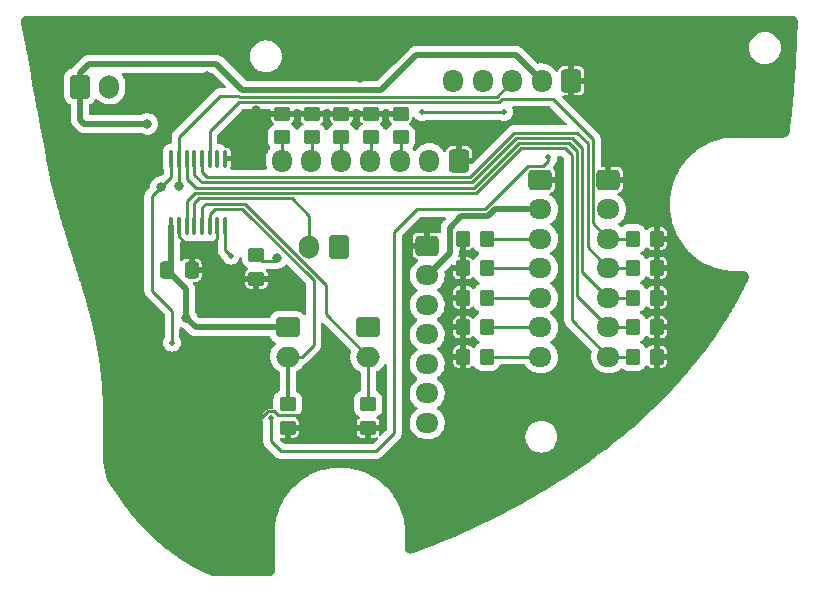
<source format=gbl>
%TF.GenerationSoftware,KiCad,Pcbnew,7.0.6*%
%TF.CreationDate,2023-07-13T14:44:59+02:00*%
%TF.ProjectId,LH_HeadLogicBoard_FreeJoy,4c485f48-6561-4644-9c6f-676963426f61,rev?*%
%TF.SameCoordinates,Original*%
%TF.FileFunction,Copper,L2,Bot*%
%TF.FilePolarity,Positive*%
%FSLAX46Y46*%
G04 Gerber Fmt 4.6, Leading zero omitted, Abs format (unit mm)*
G04 Created by KiCad (PCBNEW 7.0.6) date 2023-07-13 14:44:59*
%MOMM*%
%LPD*%
G01*
G04 APERTURE LIST*
G04 Aperture macros list*
%AMRoundRect*
0 Rectangle with rounded corners*
0 $1 Rounding radius*
0 $2 $3 $4 $5 $6 $7 $8 $9 X,Y pos of 4 corners*
0 Add a 4 corners polygon primitive as box body*
4,1,4,$2,$3,$4,$5,$6,$7,$8,$9,$2,$3,0*
0 Add four circle primitives for the rounded corners*
1,1,$1+$1,$2,$3*
1,1,$1+$1,$4,$5*
1,1,$1+$1,$6,$7*
1,1,$1+$1,$8,$9*
0 Add four rect primitives between the rounded corners*
20,1,$1+$1,$2,$3,$4,$5,0*
20,1,$1+$1,$4,$5,$6,$7,0*
20,1,$1+$1,$6,$7,$8,$9,0*
20,1,$1+$1,$8,$9,$2,$3,0*%
G04 Aperture macros list end*
%TA.AperFunction,ComponentPad*%
%ADD10RoundRect,0.250000X-0.725000X0.600000X-0.725000X-0.600000X0.725000X-0.600000X0.725000X0.600000X0*%
%TD*%
%TA.AperFunction,ComponentPad*%
%ADD11O,1.950000X1.700000*%
%TD*%
%TA.AperFunction,ComponentPad*%
%ADD12RoundRect,0.250000X0.600000X0.725000X-0.600000X0.725000X-0.600000X-0.725000X0.600000X-0.725000X0*%
%TD*%
%TA.AperFunction,ComponentPad*%
%ADD13O,1.700000X1.950000*%
%TD*%
%TA.AperFunction,ComponentPad*%
%ADD14RoundRect,0.250000X0.600000X0.750000X-0.600000X0.750000X-0.600000X-0.750000X0.600000X-0.750000X0*%
%TD*%
%TA.AperFunction,ComponentPad*%
%ADD15O,1.700000X2.000000*%
%TD*%
%TA.AperFunction,ComponentPad*%
%ADD16RoundRect,0.250000X-0.600000X-0.750000X0.600000X-0.750000X0.600000X0.750000X-0.600000X0.750000X0*%
%TD*%
%TA.AperFunction,SMDPad,CuDef*%
%ADD17RoundRect,0.100000X-0.100000X0.637500X-0.100000X-0.637500X0.100000X-0.637500X0.100000X0.637500X0*%
%TD*%
%TA.AperFunction,ComponentPad*%
%ADD18RoundRect,0.250000X-0.750000X0.600000X-0.750000X-0.600000X0.750000X-0.600000X0.750000X0.600000X0*%
%TD*%
%TA.AperFunction,ComponentPad*%
%ADD19O,2.000000X1.700000*%
%TD*%
%TA.AperFunction,SMDPad,CuDef*%
%ADD20RoundRect,0.250000X-0.337500X-0.475000X0.337500X-0.475000X0.337500X0.475000X-0.337500X0.475000X0*%
%TD*%
%TA.AperFunction,SMDPad,CuDef*%
%ADD21RoundRect,0.250000X-0.350000X-0.450000X0.350000X-0.450000X0.350000X0.450000X-0.350000X0.450000X0*%
%TD*%
%TA.AperFunction,SMDPad,CuDef*%
%ADD22RoundRect,0.250000X0.450000X-0.350000X0.450000X0.350000X-0.450000X0.350000X-0.450000X-0.350000X0*%
%TD*%
%TA.AperFunction,SMDPad,CuDef*%
%ADD23RoundRect,0.250000X0.350000X0.450000X-0.350000X0.450000X-0.350000X-0.450000X0.350000X-0.450000X0*%
%TD*%
%TA.AperFunction,SMDPad,CuDef*%
%ADD24RoundRect,0.250000X-0.450000X0.350000X-0.450000X-0.350000X0.450000X-0.350000X0.450000X0.350000X0*%
%TD*%
%TA.AperFunction,ViaPad*%
%ADD25C,0.800000*%
%TD*%
%TA.AperFunction,ViaPad*%
%ADD26C,0.500000*%
%TD*%
%TA.AperFunction,Conductor*%
%ADD27C,0.250000*%
%TD*%
%TA.AperFunction,Conductor*%
%ADD28C,0.500000*%
%TD*%
%TA.AperFunction,Conductor*%
%ADD29C,0.300000*%
%TD*%
G04 APERTURE END LIST*
D10*
X71050000Y-44600000D03*
D11*
X71050000Y-47100000D03*
X71050000Y-49600000D03*
X71050000Y-52100000D03*
X71050000Y-54600000D03*
X71050000Y-57100000D03*
X71050000Y-59600000D03*
D12*
X67900000Y-36250000D03*
D13*
X65400000Y-36250000D03*
X62900000Y-36250000D03*
X60400000Y-36250000D03*
X57900000Y-36250000D03*
D12*
X58400000Y-43000000D03*
D13*
X55900000Y-43000000D03*
X53400000Y-43000000D03*
X50900000Y-43000000D03*
X48400000Y-43000000D03*
X45900000Y-43000000D03*
X43400000Y-43000000D03*
D14*
X48200000Y-50275000D03*
D15*
X45700000Y-50275000D03*
D10*
X55700000Y-50200000D03*
D11*
X55700000Y-52700000D03*
X55700000Y-55200000D03*
X55700000Y-57700000D03*
X55700000Y-60200000D03*
X55700000Y-62700000D03*
X55700000Y-65200000D03*
D16*
X26300000Y-36725000D03*
D15*
X28800000Y-36725000D03*
D17*
X34050000Y-42837500D03*
X34700000Y-42837500D03*
X35350000Y-42837500D03*
X36000000Y-42837500D03*
X36650000Y-42837500D03*
X37300000Y-42837500D03*
X37950000Y-42837500D03*
X38600000Y-42837500D03*
X38600000Y-48562500D03*
X37950000Y-48562500D03*
X37300000Y-48562500D03*
X36650000Y-48562500D03*
X36000000Y-48562500D03*
X35350000Y-48562500D03*
X34700000Y-48562500D03*
X34050000Y-48562500D03*
D18*
X43900000Y-57100000D03*
D19*
X43900000Y-59600000D03*
D20*
X33682500Y-52280000D03*
X35757500Y-52280000D03*
D21*
X73125000Y-49600000D03*
X75125000Y-49600000D03*
D22*
X45950000Y-41025000D03*
X45950000Y-39025000D03*
D21*
X73125000Y-57100000D03*
X75125000Y-57100000D03*
X73125000Y-54600000D03*
X75125000Y-54600000D03*
X58750000Y-49600000D03*
X60750000Y-49600000D03*
D23*
X60750000Y-57100000D03*
X58750000Y-57100000D03*
X60750000Y-54600000D03*
X58750000Y-54600000D03*
D21*
X73125000Y-52075000D03*
X75125000Y-52075000D03*
D18*
X50700000Y-57100000D03*
D19*
X50700000Y-59600000D03*
D22*
X50950000Y-41025000D03*
X50950000Y-39025000D03*
D21*
X73125000Y-59600000D03*
X75125000Y-59600000D03*
D22*
X48450000Y-41025000D03*
X48450000Y-39025000D03*
X53450000Y-41025000D03*
X53450000Y-39025000D03*
D24*
X41250000Y-51000000D03*
X41250000Y-53000000D03*
D21*
X58750000Y-52100000D03*
X60750000Y-52100000D03*
D10*
X65300000Y-44600000D03*
D11*
X65300000Y-47100000D03*
X65300000Y-49600000D03*
X65300000Y-52100000D03*
X65300000Y-54600000D03*
X65300000Y-57100000D03*
X65300000Y-59600000D03*
D22*
X43450000Y-41025000D03*
X43450000Y-39025000D03*
D24*
X50700000Y-63600000D03*
X50700000Y-65600000D03*
D23*
X60750000Y-59600000D03*
X58750000Y-59600000D03*
D24*
X43900000Y-63600000D03*
X43900000Y-65600000D03*
D25*
X58420000Y-40894000D03*
X37084000Y-35814000D03*
X50000000Y-36000000D03*
X39000000Y-73500000D03*
X46900000Y-63500000D03*
X66200000Y-39200000D03*
X41250000Y-38750000D03*
X32258000Y-36830000D03*
X38150000Y-53350000D03*
X44300000Y-54800000D03*
X32004000Y-39878000D03*
X35300000Y-56300000D03*
X33150000Y-45250000D03*
D26*
X34100000Y-58400000D03*
D25*
X34700000Y-45110000D03*
X43000000Y-51250000D03*
D26*
X62240000Y-38910000D03*
X55276767Y-38906767D03*
X65975689Y-42724847D03*
X42475500Y-64775500D03*
X39065000Y-51035000D03*
D27*
X35274479Y-50000000D02*
X37600000Y-50000000D01*
X37600000Y-50000000D02*
X37950000Y-49650000D01*
X43050500Y-64537327D02*
X45862673Y-64537327D01*
X42237327Y-64200500D02*
X42713673Y-64200500D01*
X39000000Y-73500000D02*
X39000000Y-67437827D01*
X45862673Y-64537327D02*
X46900000Y-63500000D01*
X37950000Y-49650000D02*
X37950000Y-48562500D01*
X42713673Y-64200500D02*
X43050500Y-64537327D01*
X34700000Y-49425521D02*
X35274479Y-50000000D01*
X34700000Y-48562500D02*
X34700000Y-49425521D01*
X39000000Y-67437827D02*
X42237327Y-64200500D01*
D28*
X61417548Y-47100000D02*
X60822548Y-47695000D01*
X54799713Y-34036000D02*
X63186000Y-34036000D01*
X63186000Y-34036000D02*
X65400000Y-36250000D01*
X58605000Y-47695000D02*
X57600000Y-48700000D01*
X65300000Y-47100000D02*
X61417548Y-47100000D01*
X27082000Y-34798000D02*
X37846000Y-34798000D01*
X33682500Y-52280000D02*
X35300000Y-53897500D01*
X36100000Y-57100000D02*
X35300000Y-56300000D01*
X32004000Y-39878000D02*
X26653000Y-39878000D01*
X57600000Y-48700000D02*
X57600000Y-50838000D01*
X60822548Y-47695000D02*
X58605000Y-47695000D01*
X33682500Y-52280000D02*
X34045000Y-51917500D01*
X51835713Y-37000000D02*
X54799713Y-34036000D01*
X35300000Y-53897500D02*
X35300000Y-56300000D01*
X26300000Y-35580000D02*
X27082000Y-34798000D01*
X26653000Y-39878000D02*
X26300000Y-39525000D01*
X57600000Y-50838000D02*
X55700000Y-52738000D01*
X26300000Y-39525000D02*
X26300000Y-35580000D01*
X40048000Y-37000000D02*
X51835713Y-37000000D01*
X37846000Y-34798000D02*
X40048000Y-37000000D01*
X34045000Y-51917500D02*
X34045000Y-48570000D01*
X43900000Y-57100000D02*
X36100000Y-57100000D01*
D27*
X34100000Y-55700000D02*
X32400000Y-54000000D01*
X32400000Y-46000000D02*
X33150000Y-45250000D01*
X34100000Y-58400000D02*
X34100000Y-55700000D01*
X32400000Y-54000000D02*
X32400000Y-46000000D01*
X34050000Y-44350000D02*
X34050000Y-42837500D01*
X33150000Y-45250000D02*
X34050000Y-44350000D01*
X39734827Y-37500000D02*
X39809827Y-37575000D01*
X34700000Y-45110000D02*
X34700000Y-40970000D01*
X39809827Y-37575000D02*
X61575000Y-37575000D01*
X38170000Y-37500000D02*
X39734827Y-37500000D01*
X34700000Y-40970000D02*
X38170000Y-37500000D01*
X61575000Y-37575000D02*
X62900000Y-36250000D01*
X50950000Y-41025000D02*
X50950000Y-43100000D01*
X53450000Y-41025000D02*
X53450000Y-43100000D01*
X65300000Y-49600000D02*
X60750000Y-49600000D01*
X65300000Y-52100000D02*
X60750000Y-52100000D01*
X43450000Y-41025000D02*
X43450000Y-43100000D01*
X45950000Y-41025000D02*
X45950000Y-43100000D01*
X48450000Y-41025000D02*
X48450000Y-43100000D01*
X63453792Y-41519000D02*
X59672792Y-45300000D01*
X71050000Y-57100000D02*
X73125000Y-57100000D01*
X71050000Y-57100000D02*
X68400000Y-54450000D01*
X59672792Y-45300000D02*
X36100000Y-45300000D01*
X35350000Y-44550000D02*
X35350000Y-42837500D01*
X68400000Y-42200000D02*
X67719000Y-41519000D01*
X36100000Y-45300000D02*
X35350000Y-44550000D01*
X68400000Y-54450000D02*
X68400000Y-42200000D01*
X67719000Y-41519000D02*
X63453792Y-41519000D01*
X71050000Y-54600000D02*
X73125000Y-54600000D01*
X68850000Y-52400000D02*
X68850000Y-41950000D01*
X36000000Y-44200000D02*
X36000000Y-42837500D01*
X67969000Y-41069000D02*
X63267396Y-41069000D01*
X68850000Y-41950000D02*
X67969000Y-41069000D01*
X36650000Y-44850000D02*
X36000000Y-44200000D01*
X63267396Y-41069000D02*
X59486396Y-44850000D01*
X71050000Y-54600000D02*
X68850000Y-52400000D01*
X59486396Y-44850000D02*
X36650000Y-44850000D01*
X68419000Y-40619000D02*
X63081000Y-40619000D01*
X71050000Y-52100000D02*
X70350000Y-51400000D01*
X59300000Y-44400000D02*
X37100000Y-44400000D01*
X69300000Y-50350000D02*
X69300000Y-41500000D01*
X63081000Y-40619000D02*
X59300000Y-44400000D01*
X36650000Y-43950000D02*
X36650000Y-42837500D01*
X71025000Y-52075000D02*
X70350000Y-51400000D01*
X70350000Y-51400000D02*
X69300000Y-50350000D01*
X69300000Y-41500000D02*
X68419000Y-40619000D01*
X73125000Y-52075000D02*
X71025000Y-52075000D01*
X37100000Y-44400000D02*
X36650000Y-43950000D01*
X71050000Y-49600000D02*
X69750000Y-48300000D01*
X37300000Y-40500000D02*
X37300000Y-42837500D01*
X66350000Y-37750000D02*
X62036396Y-37750000D01*
X39775000Y-38025000D02*
X37300000Y-40500000D01*
X69750000Y-41150000D02*
X66350000Y-37750000D01*
X61761396Y-38025000D02*
X39775000Y-38025000D01*
X69750000Y-48300000D02*
X69750000Y-41150000D01*
X71050000Y-49600000D02*
X73125000Y-49600000D01*
X62036396Y-37750000D02*
X61761396Y-38025000D01*
D29*
X43900000Y-59600000D02*
X43900000Y-63600000D01*
D27*
X37300000Y-47500000D02*
X37700000Y-47100000D01*
X37300000Y-48562500D02*
X37300000Y-47500000D01*
X46100000Y-58600000D02*
X45100000Y-59600000D01*
X37700000Y-47100000D02*
X40063604Y-47100000D01*
X40063604Y-47100000D02*
X46100000Y-53136396D01*
X46100000Y-53136396D02*
X46100000Y-58600000D01*
X45100000Y-59600000D02*
X43900000Y-59600000D01*
X36950000Y-46650000D02*
X40250000Y-46650000D01*
X36650000Y-46950000D02*
X36950000Y-46650000D01*
X40250000Y-46650000D02*
X47100000Y-53500000D01*
X47100000Y-53500000D02*
X47100000Y-56000000D01*
X47100000Y-56000000D02*
X50700000Y-59600000D01*
X36650000Y-48562500D02*
X36650000Y-46950000D01*
X50700000Y-59600000D02*
X50700000Y-63600000D01*
X41750000Y-51500000D02*
X42750000Y-51500000D01*
X42750000Y-51500000D02*
X43000000Y-51250000D01*
X36400000Y-46200000D02*
X36000000Y-46600000D01*
X41250000Y-51000000D02*
X41750000Y-51500000D01*
X36000000Y-46600000D02*
X36000000Y-48562500D01*
X45700000Y-50275000D02*
X45700000Y-47650000D01*
X44250000Y-46200000D02*
X36400000Y-46200000D01*
X45700000Y-47650000D02*
X44250000Y-46200000D01*
X67369000Y-41969000D02*
X63640188Y-41969000D01*
X35350000Y-46450000D02*
X35350000Y-48562500D01*
X63640188Y-41969000D02*
X59859188Y-45750000D01*
X67950000Y-56500000D02*
X67950000Y-42550000D01*
X71050000Y-59600000D02*
X73125000Y-59600000D01*
X71050000Y-59600000D02*
X67950000Y-56500000D01*
X59859188Y-45750000D02*
X36050000Y-45750000D01*
X67950000Y-42550000D02*
X67369000Y-41969000D01*
X36050000Y-45750000D02*
X35350000Y-46450000D01*
X65300000Y-54600000D02*
X60750000Y-54600000D01*
X65300000Y-57100000D02*
X60750000Y-57100000D01*
X65300000Y-59600000D02*
X60750000Y-59600000D01*
X62240000Y-38910000D02*
X55280000Y-38910000D01*
X64279376Y-43425000D02*
X65541000Y-43425000D01*
X42475500Y-64775500D02*
X42475500Y-66775500D01*
X65541000Y-43425000D02*
X65975689Y-42990311D01*
X55280000Y-38910000D02*
X55276767Y-38906767D01*
X43300000Y-67600000D02*
X51400000Y-67600000D01*
X52900000Y-66100000D02*
X52900000Y-49082396D01*
X54862396Y-47120000D02*
X60584376Y-47120000D01*
X52900000Y-49082396D02*
X54862396Y-47120000D01*
X42475500Y-66775500D02*
X43300000Y-67600000D01*
X60584376Y-47120000D02*
X64279376Y-43425000D01*
X51400000Y-67600000D02*
X52900000Y-66100000D01*
X65975689Y-42990311D02*
X65975689Y-42724847D01*
X38600000Y-50570000D02*
X38600000Y-48570000D01*
X39065000Y-51035000D02*
X38600000Y-50570000D01*
%TA.AperFunction,Conductor*%
G36*
X46942012Y-56738370D02*
G01*
X46948595Y-56744499D01*
X49233882Y-59029786D01*
X49267908Y-59092098D01*
X49265263Y-59155777D01*
X49217189Y-59312757D01*
X49191751Y-59511410D01*
X49187815Y-59542144D01*
X49197630Y-59773178D01*
X49246351Y-59999240D01*
X49332575Y-60213815D01*
X49332577Y-60213819D01*
X49422504Y-60359868D01*
X49453821Y-60410730D01*
X49528856Y-60495987D01*
X49553209Y-60523658D01*
X49606602Y-60584324D01*
X49786524Y-60729600D01*
X49988409Y-60842380D01*
X49988417Y-60842382D01*
X49992404Y-60844186D01*
X50046237Y-60890474D01*
X50066499Y-60958518D01*
X50066500Y-60958999D01*
X50066500Y-62420761D01*
X50046498Y-62488882D01*
X49992842Y-62535375D01*
X49980133Y-62540365D01*
X49927265Y-62557883D01*
X49776347Y-62650970D01*
X49776341Y-62650975D01*
X49650975Y-62776341D01*
X49650970Y-62776347D01*
X49557885Y-62927262D01*
X49502113Y-63095572D01*
X49502112Y-63095579D01*
X49491500Y-63199446D01*
X49491500Y-64000544D01*
X49502112Y-64104425D01*
X49557885Y-64272738D01*
X49650970Y-64423652D01*
X49650975Y-64423658D01*
X49776341Y-64549024D01*
X49776347Y-64549029D01*
X49776348Y-64549030D01*
X49927262Y-64642115D01*
X49927263Y-64642115D01*
X49930771Y-64644279D01*
X49978249Y-64697065D01*
X49989652Y-64767140D01*
X49961359Y-64832256D01*
X49940133Y-64852388D01*
X49889953Y-64889952D01*
X49803100Y-65005976D01*
X49752453Y-65141761D01*
X49752451Y-65141769D01*
X49746000Y-65201777D01*
X49746000Y-65346000D01*
X51653999Y-65346000D01*
X51653999Y-65201797D01*
X51653997Y-65201773D01*
X51647547Y-65141767D01*
X51647547Y-65141765D01*
X51596899Y-65005976D01*
X51510046Y-64889952D01*
X51459866Y-64852388D01*
X51417320Y-64795553D01*
X51412254Y-64724737D01*
X51446279Y-64662425D01*
X51469228Y-64644279D01*
X51472734Y-64642116D01*
X51472738Y-64642115D01*
X51623652Y-64549030D01*
X51749030Y-64423652D01*
X51842115Y-64272738D01*
X51897887Y-64104426D01*
X51908500Y-64000545D01*
X51908499Y-63199456D01*
X51898261Y-63099240D01*
X51897887Y-63095574D01*
X51897886Y-63095572D01*
X51842115Y-62927262D01*
X51749030Y-62776348D01*
X51749029Y-62776347D01*
X51749024Y-62776341D01*
X51623658Y-62650975D01*
X51623652Y-62650970D01*
X51479182Y-62561860D01*
X51472738Y-62557885D01*
X51472736Y-62557884D01*
X51472734Y-62557883D01*
X51419867Y-62540365D01*
X51361496Y-62499951D01*
X51334240Y-62434395D01*
X51333500Y-62420761D01*
X51333500Y-60953607D01*
X51353502Y-60885486D01*
X51407158Y-60838993D01*
X51407203Y-60838972D01*
X51514929Y-60790278D01*
X51706523Y-60660783D01*
X51873476Y-60500772D01*
X52010985Y-60314847D01*
X52027991Y-60281116D01*
X52076519Y-60229295D01*
X52145361Y-60211936D01*
X52212659Y-60234551D01*
X52257048Y-60289960D01*
X52266500Y-60337842D01*
X52266500Y-65785405D01*
X52246498Y-65853526D01*
X52229599Y-65874495D01*
X52003326Y-66100769D01*
X51820174Y-66283921D01*
X51757862Y-66317946D01*
X51687046Y-66312881D01*
X51630211Y-66270334D01*
X51605400Y-66203814D01*
X51613024Y-66150791D01*
X51647547Y-66058234D01*
X51647548Y-66058230D01*
X51653999Y-65998222D01*
X51654000Y-65998205D01*
X51654000Y-65854000D01*
X50954000Y-65854000D01*
X50954000Y-66453999D01*
X51198203Y-66453999D01*
X51198226Y-66453997D01*
X51258232Y-66447547D01*
X51350791Y-66413024D01*
X51421607Y-66407958D01*
X51483920Y-66441983D01*
X51517945Y-66504294D01*
X51512881Y-66575110D01*
X51483920Y-66620174D01*
X51174498Y-66929596D01*
X51112188Y-66963620D01*
X51085405Y-66966500D01*
X43614595Y-66966500D01*
X43546474Y-66946498D01*
X43525499Y-66929595D01*
X43260068Y-66664163D01*
X43226043Y-66601851D01*
X43231108Y-66531035D01*
X43273655Y-66474200D01*
X43340175Y-66449389D01*
X43362634Y-66449790D01*
X43401788Y-66453999D01*
X43646000Y-66453999D01*
X43646000Y-65854000D01*
X44154000Y-65854000D01*
X44154000Y-66453999D01*
X44398203Y-66453999D01*
X44398226Y-66453997D01*
X44458232Y-66447547D01*
X44458234Y-66447547D01*
X44594023Y-66396899D01*
X44710047Y-66310047D01*
X44796899Y-66194023D01*
X44847546Y-66058238D01*
X44847548Y-66058230D01*
X44853999Y-65998222D01*
X44854000Y-65998205D01*
X44854000Y-65854000D01*
X49746001Y-65854000D01*
X49746001Y-65998202D01*
X49746002Y-65998226D01*
X49752452Y-66058232D01*
X49752452Y-66058234D01*
X49803100Y-66194023D01*
X49889952Y-66310047D01*
X50005976Y-66396899D01*
X50005975Y-66396899D01*
X50141761Y-66447546D01*
X50141769Y-66447548D01*
X50201785Y-66453999D01*
X50446000Y-66453999D01*
X50446000Y-65854000D01*
X49746001Y-65854000D01*
X44854000Y-65854000D01*
X44154000Y-65854000D01*
X43646000Y-65854000D01*
X43646000Y-65472000D01*
X43666002Y-65403879D01*
X43719658Y-65357386D01*
X43772000Y-65346000D01*
X44853999Y-65346000D01*
X44853999Y-65201797D01*
X44853997Y-65201773D01*
X44847547Y-65141767D01*
X44847547Y-65141765D01*
X44796899Y-65005976D01*
X44710046Y-64889952D01*
X44659866Y-64852388D01*
X44617320Y-64795553D01*
X44612254Y-64724737D01*
X44646279Y-64662425D01*
X44669228Y-64644279D01*
X44672734Y-64642116D01*
X44672738Y-64642115D01*
X44823652Y-64549030D01*
X44949030Y-64423652D01*
X45042115Y-64272738D01*
X45097887Y-64104426D01*
X45108500Y-64000545D01*
X45108499Y-63199456D01*
X45098261Y-63099240D01*
X45097887Y-63095574D01*
X45097886Y-63095572D01*
X45042115Y-62927262D01*
X44949030Y-62776348D01*
X44949029Y-62776347D01*
X44949024Y-62776341D01*
X44823658Y-62650975D01*
X44823652Y-62650970D01*
X44809328Y-62642135D01*
X44672738Y-62557885D01*
X44672734Y-62557883D01*
X44672735Y-62557883D01*
X44644867Y-62548649D01*
X44586495Y-62508235D01*
X44559240Y-62442679D01*
X44558500Y-62429045D01*
X44558500Y-60942307D01*
X44578502Y-60874186D01*
X44632158Y-60827693D01*
X44632359Y-60827601D01*
X44714929Y-60790278D01*
X44906523Y-60660783D01*
X45073476Y-60500772D01*
X45210985Y-60314847D01*
X45237923Y-60261417D01*
X45286448Y-60209599D01*
X45315271Y-60197150D01*
X45353593Y-60186018D01*
X45371024Y-60175708D01*
X45388780Y-60167009D01*
X45407617Y-60159552D01*
X45445786Y-60131818D01*
X45450744Y-60128562D01*
X45491362Y-60104542D01*
X45505685Y-60090218D01*
X45520724Y-60077374D01*
X45537107Y-60065472D01*
X45567193Y-60029103D01*
X45571161Y-60024741D01*
X46488657Y-59107245D01*
X46501092Y-59097284D01*
X46500905Y-59097057D01*
X46507009Y-59092005D01*
X46507018Y-59092000D01*
X46554999Y-59040904D01*
X46576135Y-59019769D01*
X46580437Y-59014221D01*
X46584267Y-59009735D01*
X46616586Y-58975321D01*
X46626345Y-58957567D01*
X46637204Y-58941038D01*
X46649614Y-58925040D01*
X46668354Y-58881732D01*
X46670965Y-58876404D01*
X46693695Y-58835060D01*
X46698733Y-58815435D01*
X46705138Y-58796730D01*
X46708071Y-58789953D01*
X46713181Y-58778145D01*
X46720561Y-58731547D01*
X46721762Y-58725740D01*
X46733500Y-58680030D01*
X46733500Y-58659774D01*
X46735051Y-58640063D01*
X46738220Y-58620057D01*
X46735120Y-58587265D01*
X46733780Y-58573080D01*
X46733500Y-58567148D01*
X46733500Y-56833594D01*
X46753502Y-56765473D01*
X46807158Y-56718980D01*
X46877432Y-56708876D01*
X46942012Y-56738370D01*
G37*
%TD.AperFunction*%
%TA.AperFunction,Conductor*%
G36*
X37899564Y-49676511D02*
G01*
X37950361Y-49726112D01*
X37966500Y-49787810D01*
X37966500Y-50486146D01*
X37964751Y-50501988D01*
X37965044Y-50502016D01*
X37964298Y-50509907D01*
X37966500Y-50579957D01*
X37966500Y-50609851D01*
X37966501Y-50609872D01*
X37967378Y-50616820D01*
X37967844Y-50622732D01*
X37969326Y-50669888D01*
X37969327Y-50669893D01*
X37974977Y-50689339D01*
X37978986Y-50708697D01*
X37981525Y-50728793D01*
X37981526Y-50728799D01*
X37998893Y-50772662D01*
X38000816Y-50778279D01*
X38013982Y-50823593D01*
X38024294Y-50841031D01*
X38032988Y-50858779D01*
X38040444Y-50877609D01*
X38040450Y-50877620D01*
X38068177Y-50915783D01*
X38071437Y-50920746D01*
X38095460Y-50961365D01*
X38109779Y-50975684D01*
X38122617Y-50990714D01*
X38130867Y-51002068D01*
X38134528Y-51007107D01*
X38157330Y-51025970D01*
X38170886Y-51037185D01*
X38175267Y-51041171D01*
X38233284Y-51099188D01*
X38290754Y-51156658D01*
X38320588Y-51204137D01*
X38360117Y-51317104D01*
X38377291Y-51366183D01*
X38464155Y-51504426D01*
X38468231Y-51510912D01*
X38589087Y-51631768D01*
X38589089Y-51631769D01*
X38589091Y-51631771D01*
X38733817Y-51722709D01*
X38895150Y-51779162D01*
X38895149Y-51779162D01*
X38912348Y-51781099D01*
X39065000Y-51798299D01*
X39234850Y-51779162D01*
X39396183Y-51722709D01*
X39540909Y-51631771D01*
X39661771Y-51510909D01*
X39752709Y-51366183D01*
X39796573Y-51240826D01*
X39837948Y-51183139D01*
X39903949Y-51156976D01*
X39973616Y-51170648D01*
X40024832Y-51219816D01*
X40041500Y-51282444D01*
X40041500Y-51400543D01*
X40052112Y-51504425D01*
X40107885Y-51672738D01*
X40200970Y-51823652D01*
X40200975Y-51823658D01*
X40326341Y-51949024D01*
X40326347Y-51949029D01*
X40326348Y-51949030D01*
X40477262Y-52042115D01*
X40477263Y-52042115D01*
X40480771Y-52044279D01*
X40528249Y-52097065D01*
X40539652Y-52167140D01*
X40511359Y-52232256D01*
X40490133Y-52252388D01*
X40439953Y-52289952D01*
X40353100Y-52405976D01*
X40302453Y-52541761D01*
X40302451Y-52541769D01*
X40296000Y-52601777D01*
X40296000Y-52746000D01*
X42203999Y-52746000D01*
X42203999Y-52601797D01*
X42203997Y-52601773D01*
X42197547Y-52541767D01*
X42197547Y-52541765D01*
X42146900Y-52405978D01*
X42093774Y-52335009D01*
X42068964Y-52268488D01*
X42084056Y-52199114D01*
X42134258Y-52148912D01*
X42194643Y-52133500D01*
X42666147Y-52133500D01*
X42681988Y-52135249D01*
X42682016Y-52134956D01*
X42689902Y-52135700D01*
X42689909Y-52135702D01*
X42759958Y-52133500D01*
X42773653Y-52133500D01*
X42799849Y-52136252D01*
X42904513Y-52158500D01*
X43095487Y-52158500D01*
X43282288Y-52118794D01*
X43456752Y-52041118D01*
X43611253Y-51928866D01*
X43704968Y-51824783D01*
X43765413Y-51787545D01*
X43836397Y-51788896D01*
X43887699Y-51820000D01*
X45429595Y-53361895D01*
X45463620Y-53424207D01*
X45466500Y-53450990D01*
X45466500Y-55939627D01*
X45446498Y-56007748D01*
X45392842Y-56054241D01*
X45322568Y-56064345D01*
X45257988Y-56034851D01*
X45251405Y-56028722D01*
X45123658Y-55900975D01*
X45123652Y-55900970D01*
X45108299Y-55891500D01*
X44972738Y-55807885D01*
X44869020Y-55773517D01*
X44804427Y-55752113D01*
X44804420Y-55752112D01*
X44700553Y-55741500D01*
X43099455Y-55741500D01*
X42995574Y-55752112D01*
X42827261Y-55807885D01*
X42676347Y-55900970D01*
X42676341Y-55900975D01*
X42550975Y-56026341D01*
X42550970Y-56026347D01*
X42457885Y-56177261D01*
X42457885Y-56177262D01*
X42434544Y-56247704D01*
X42432082Y-56255133D01*
X42391668Y-56313504D01*
X42326111Y-56340760D01*
X42312477Y-56341500D01*
X36466371Y-56341500D01*
X36398250Y-56321498D01*
X36377276Y-56304595D01*
X36220125Y-56147444D01*
X36189387Y-56097285D01*
X36186497Y-56088392D01*
X36134527Y-55928444D01*
X36098256Y-55865620D01*
X36075381Y-55825999D01*
X36058500Y-55762999D01*
X36058500Y-53961935D01*
X36059831Y-53943672D01*
X36061538Y-53932016D01*
X36063341Y-53919711D01*
X36060101Y-53882680D01*
X36058740Y-53867113D01*
X36058500Y-53861620D01*
X36058500Y-53853324D01*
X36057111Y-53841445D01*
X36054652Y-53820405D01*
X36047887Y-53743073D01*
X36047886Y-53743070D01*
X36047886Y-53743068D01*
X36046403Y-53735887D01*
X36046469Y-53735873D01*
X36044839Y-53728519D01*
X36044773Y-53728535D01*
X36043079Y-53721393D01*
X36043079Y-53721387D01*
X36016530Y-53648444D01*
X35992114Y-53574761D01*
X35992110Y-53574755D01*
X35989014Y-53568115D01*
X35989076Y-53568086D01*
X35985791Y-53561300D01*
X35985731Y-53561331D01*
X35982436Y-53554771D01*
X35982435Y-53554768D01*
X35958759Y-53518770D01*
X35939768Y-53489895D01*
X35915867Y-53451147D01*
X35897129Y-53382668D01*
X35918387Y-53314929D01*
X35972894Y-53269437D01*
X36023107Y-53258999D01*
X36143203Y-53258999D01*
X36143226Y-53258997D01*
X36189714Y-53254000D01*
X40296001Y-53254000D01*
X40296001Y-53398202D01*
X40296002Y-53398226D01*
X40302452Y-53458232D01*
X40302452Y-53458234D01*
X40353100Y-53594023D01*
X40439952Y-53710047D01*
X40555976Y-53796899D01*
X40555975Y-53796899D01*
X40691761Y-53847546D01*
X40691769Y-53847548D01*
X40751785Y-53853999D01*
X40996000Y-53853999D01*
X40996000Y-53254000D01*
X41504000Y-53254000D01*
X41504000Y-53853999D01*
X41748203Y-53853999D01*
X41748226Y-53853997D01*
X41808232Y-53847547D01*
X41808234Y-53847547D01*
X41944023Y-53796899D01*
X42060047Y-53710047D01*
X42146899Y-53594023D01*
X42197546Y-53458238D01*
X42197548Y-53458230D01*
X42203999Y-53398222D01*
X42204000Y-53398205D01*
X42204000Y-53254000D01*
X41504000Y-53254000D01*
X40996000Y-53254000D01*
X40296001Y-53254000D01*
X36189714Y-53254000D01*
X36203232Y-53252547D01*
X36203234Y-53252547D01*
X36339023Y-53201899D01*
X36455047Y-53115047D01*
X36541899Y-52999023D01*
X36592546Y-52863238D01*
X36592548Y-52863230D01*
X36598999Y-52803222D01*
X36599000Y-52803205D01*
X36599000Y-52534000D01*
X35629500Y-52534000D01*
X35561379Y-52513998D01*
X35514886Y-52460342D01*
X35503500Y-52408000D01*
X35503500Y-51301000D01*
X36011500Y-51301000D01*
X36011500Y-52026000D01*
X36598999Y-52026000D01*
X36598999Y-51756797D01*
X36598997Y-51756773D01*
X36592547Y-51696767D01*
X36592547Y-51696765D01*
X36541899Y-51560976D01*
X36455047Y-51444952D01*
X36339023Y-51358100D01*
X36339024Y-51358100D01*
X36203238Y-51307453D01*
X36203230Y-51307451D01*
X36143222Y-51301000D01*
X36011500Y-51301000D01*
X35503500Y-51301000D01*
X35371797Y-51301000D01*
X35371773Y-51301002D01*
X35311767Y-51307452D01*
X35311765Y-51307452D01*
X35175976Y-51358100D01*
X35059952Y-51444953D01*
X35030369Y-51484473D01*
X34973533Y-51527020D01*
X34902717Y-51532086D01*
X34840405Y-51498061D01*
X34806380Y-51435749D01*
X34803500Y-51408965D01*
X34803500Y-49862261D01*
X34823502Y-49794140D01*
X34877158Y-49747647D01*
X34947432Y-49737543D01*
X34977707Y-49745848D01*
X35091150Y-49792838D01*
X35210115Y-49808500D01*
X35489884Y-49808499D01*
X35608850Y-49792838D01*
X35626780Y-49785410D01*
X35697366Y-49777819D01*
X35723213Y-49785408D01*
X35741150Y-49792838D01*
X35860115Y-49808500D01*
X36139884Y-49808499D01*
X36258850Y-49792838D01*
X36276780Y-49785410D01*
X36347366Y-49777819D01*
X36373213Y-49785408D01*
X36391150Y-49792838D01*
X36510115Y-49808500D01*
X36789884Y-49808499D01*
X36908850Y-49792838D01*
X36926780Y-49785410D01*
X36997368Y-49777820D01*
X37023217Y-49785410D01*
X37027591Y-49787222D01*
X37041150Y-49792838D01*
X37160115Y-49808500D01*
X37439884Y-49808499D01*
X37558850Y-49792838D01*
X37706876Y-49731524D01*
X37763794Y-49687848D01*
X37830015Y-49662247D01*
X37899564Y-49676511D01*
G37*
%TD.AperFunction*%
%TA.AperFunction,Conductor*%
G36*
X42438121Y-38678502D02*
G01*
X42484614Y-38732158D01*
X42492247Y-38767248D01*
X42495999Y-38771000D01*
X44404000Y-38771000D01*
X44409610Y-38765389D01*
X44424001Y-38716379D01*
X44477657Y-38669886D01*
X44529999Y-38658500D01*
X44870000Y-38658500D01*
X44938121Y-38678502D01*
X44984614Y-38732158D01*
X44992247Y-38767248D01*
X44995999Y-38771000D01*
X46904000Y-38771000D01*
X46909610Y-38765389D01*
X46924001Y-38716379D01*
X46977657Y-38669886D01*
X47029999Y-38658500D01*
X47370000Y-38658500D01*
X47438121Y-38678502D01*
X47484614Y-38732158D01*
X47492247Y-38767248D01*
X47495999Y-38771000D01*
X49404000Y-38771000D01*
X49409610Y-38765389D01*
X49424001Y-38716379D01*
X49477657Y-38669886D01*
X49529999Y-38658500D01*
X49870000Y-38658500D01*
X49938121Y-38678502D01*
X49984614Y-38732158D01*
X49992247Y-38767248D01*
X49995999Y-38771000D01*
X51904000Y-38771000D01*
X51909610Y-38765389D01*
X51924001Y-38716379D01*
X51977657Y-38669886D01*
X52029999Y-38658500D01*
X52370000Y-38658500D01*
X52438121Y-38678502D01*
X52484614Y-38732158D01*
X52492247Y-38767248D01*
X52495999Y-38771000D01*
X53578000Y-38771000D01*
X53646121Y-38791002D01*
X53692614Y-38844658D01*
X53704000Y-38897000D01*
X53704000Y-39153000D01*
X53683998Y-39221121D01*
X53630342Y-39267614D01*
X53578000Y-39279000D01*
X52496001Y-39279000D01*
X52496001Y-39423202D01*
X52496002Y-39423226D01*
X52502452Y-39483232D01*
X52502452Y-39483234D01*
X52553100Y-39619023D01*
X52639952Y-39735047D01*
X52690132Y-39772610D01*
X52732679Y-39829446D01*
X52737745Y-39900261D01*
X52703720Y-39962574D01*
X52680771Y-39980719D01*
X52526353Y-40075966D01*
X52526341Y-40075975D01*
X52400975Y-40201341D01*
X52400970Y-40201347D01*
X52361746Y-40264940D01*
X52307885Y-40352262D01*
X52307884Y-40352263D01*
X52307241Y-40353307D01*
X52254455Y-40400785D01*
X52184380Y-40412188D01*
X52119264Y-40383896D01*
X52092759Y-40353307D01*
X52092115Y-40352263D01*
X52092115Y-40352262D01*
X51999030Y-40201348D01*
X51999029Y-40201347D01*
X51999024Y-40201341D01*
X51873658Y-40075975D01*
X51873652Y-40075970D01*
X51719228Y-39980720D01*
X51671750Y-39927934D01*
X51660347Y-39857859D01*
X51688640Y-39792743D01*
X51709868Y-39772610D01*
X51760045Y-39735048D01*
X51846899Y-39619023D01*
X51897546Y-39483238D01*
X51897548Y-39483230D01*
X51903999Y-39423222D01*
X51904000Y-39423205D01*
X51904000Y-39279000D01*
X49996001Y-39279000D01*
X49996001Y-39423202D01*
X49996002Y-39423226D01*
X50002452Y-39483232D01*
X50002452Y-39483234D01*
X50053100Y-39619023D01*
X50139952Y-39735047D01*
X50190132Y-39772610D01*
X50232679Y-39829446D01*
X50237745Y-39900261D01*
X50203720Y-39962574D01*
X50180771Y-39980719D01*
X50026353Y-40075966D01*
X50026341Y-40075975D01*
X49900975Y-40201341D01*
X49900966Y-40201353D01*
X49807239Y-40353307D01*
X49754453Y-40400785D01*
X49684379Y-40412188D01*
X49619263Y-40383895D01*
X49592758Y-40353306D01*
X49592116Y-40352265D01*
X49592115Y-40352262D01*
X49499030Y-40201348D01*
X49499027Y-40201345D01*
X49499024Y-40201341D01*
X49373658Y-40075975D01*
X49373652Y-40075970D01*
X49219228Y-39980720D01*
X49171750Y-39927934D01*
X49160347Y-39857859D01*
X49188640Y-39792743D01*
X49209868Y-39772610D01*
X49260045Y-39735048D01*
X49346899Y-39619023D01*
X49397546Y-39483238D01*
X49397548Y-39483230D01*
X49403999Y-39423222D01*
X49404000Y-39423205D01*
X49404000Y-39279000D01*
X47496001Y-39279000D01*
X47496001Y-39423202D01*
X47496002Y-39423226D01*
X47502452Y-39483232D01*
X47502452Y-39483234D01*
X47553100Y-39619023D01*
X47639952Y-39735047D01*
X47690132Y-39772610D01*
X47732679Y-39829446D01*
X47737745Y-39900261D01*
X47703720Y-39962574D01*
X47680771Y-39980719D01*
X47526353Y-40075966D01*
X47526341Y-40075975D01*
X47400975Y-40201341D01*
X47400970Y-40201347D01*
X47361746Y-40264940D01*
X47307885Y-40352262D01*
X47307884Y-40352263D01*
X47307241Y-40353307D01*
X47254455Y-40400785D01*
X47184380Y-40412188D01*
X47119264Y-40383896D01*
X47092759Y-40353307D01*
X47092115Y-40352263D01*
X47092115Y-40352262D01*
X46999030Y-40201348D01*
X46999029Y-40201347D01*
X46999024Y-40201341D01*
X46873658Y-40075975D01*
X46873652Y-40075970D01*
X46719228Y-39980720D01*
X46671750Y-39927934D01*
X46660347Y-39857859D01*
X46688640Y-39792743D01*
X46709868Y-39772610D01*
X46760045Y-39735048D01*
X46846899Y-39619023D01*
X46897546Y-39483238D01*
X46897548Y-39483230D01*
X46903999Y-39423222D01*
X46904000Y-39423205D01*
X46904000Y-39279000D01*
X44996001Y-39279000D01*
X44996001Y-39423202D01*
X44996002Y-39423226D01*
X45002452Y-39483232D01*
X45002452Y-39483234D01*
X45053100Y-39619023D01*
X45139952Y-39735047D01*
X45190132Y-39772610D01*
X45232679Y-39829446D01*
X45237745Y-39900261D01*
X45203720Y-39962574D01*
X45180771Y-39980719D01*
X45026353Y-40075966D01*
X45026341Y-40075975D01*
X44900975Y-40201341D01*
X44900970Y-40201347D01*
X44861746Y-40264940D01*
X44807885Y-40352262D01*
X44807884Y-40352263D01*
X44807241Y-40353307D01*
X44754455Y-40400785D01*
X44684380Y-40412188D01*
X44619264Y-40383896D01*
X44592759Y-40353307D01*
X44592115Y-40352263D01*
X44592115Y-40352262D01*
X44499030Y-40201348D01*
X44499029Y-40201347D01*
X44499024Y-40201341D01*
X44373658Y-40075975D01*
X44373652Y-40075970D01*
X44219228Y-39980720D01*
X44171750Y-39927934D01*
X44160347Y-39857859D01*
X44188640Y-39792743D01*
X44209868Y-39772610D01*
X44260045Y-39735048D01*
X44346899Y-39619023D01*
X44397546Y-39483238D01*
X44397548Y-39483230D01*
X44403999Y-39423222D01*
X44404000Y-39423205D01*
X44404000Y-39279000D01*
X42496001Y-39279000D01*
X42496001Y-39423202D01*
X42496002Y-39423226D01*
X42502452Y-39483232D01*
X42502452Y-39483234D01*
X42553100Y-39619023D01*
X42639952Y-39735047D01*
X42690132Y-39772610D01*
X42732679Y-39829446D01*
X42737745Y-39900261D01*
X42703720Y-39962574D01*
X42680771Y-39980719D01*
X42526353Y-40075966D01*
X42526341Y-40075975D01*
X42400975Y-40201341D01*
X42400970Y-40201347D01*
X42307885Y-40352262D01*
X42252113Y-40520572D01*
X42252112Y-40520579D01*
X42241500Y-40624446D01*
X42241500Y-41425544D01*
X42252112Y-41529425D01*
X42294577Y-41657577D01*
X42307885Y-41697738D01*
X42388293Y-41828100D01*
X42389523Y-41830093D01*
X42408260Y-41898573D01*
X42387001Y-41966311D01*
X42380315Y-41975395D01*
X42278523Y-42101464D01*
X42270400Y-42111524D01*
X42202912Y-42232332D01*
X42157619Y-42313410D01*
X42080582Y-42531442D01*
X42080582Y-42531443D01*
X42079946Y-42535152D01*
X42041500Y-42759375D01*
X42041500Y-42759377D01*
X42041500Y-42759378D01*
X42041500Y-43182713D01*
X42056198Y-43355417D01*
X42056199Y-43355421D01*
X42114468Y-43579203D01*
X42114472Y-43579215D01*
X42118715Y-43588600D01*
X42128548Y-43658912D01*
X42098807Y-43723379D01*
X42038933Y-43761532D01*
X42003901Y-43766500D01*
X39153381Y-43766500D01*
X39085260Y-43746498D01*
X39038767Y-43692842D01*
X39028663Y-43622568D01*
X39040184Y-43585160D01*
X39043974Y-43577406D01*
X39053999Y-43508599D01*
X39054000Y-43508591D01*
X39054000Y-43037500D01*
X38784500Y-43037500D01*
X38716379Y-43017498D01*
X38669886Y-42963842D01*
X38658500Y-42911500D01*
X38658500Y-42763500D01*
X38678502Y-42695379D01*
X38732158Y-42648886D01*
X38784500Y-42637500D01*
X39054000Y-42637500D01*
X39054000Y-42166408D01*
X39053999Y-42166400D01*
X39043974Y-42097593D01*
X39043973Y-42097591D01*
X38992086Y-41991454D01*
X38992085Y-41991452D01*
X38908547Y-41907914D01*
X38908543Y-41907911D01*
X38802412Y-41856027D01*
X38802403Y-41856024D01*
X38800000Y-41855674D01*
X38780711Y-41872353D01*
X38779998Y-41874783D01*
X38726342Y-41921276D01*
X38656068Y-41931380D01*
X38591488Y-41901886D01*
X38574038Y-41883367D01*
X38531154Y-41827482D01*
X38483987Y-41766013D01*
X38409075Y-41708530D01*
X38356878Y-41668477D01*
X38330104Y-41657387D01*
X38245100Y-41622177D01*
X38208848Y-41607161D01*
X38089887Y-41591500D01*
X38089885Y-41591500D01*
X38059500Y-41591500D01*
X37991379Y-41571498D01*
X37944886Y-41517842D01*
X37933500Y-41465500D01*
X37933500Y-40814594D01*
X37953502Y-40746473D01*
X37970405Y-40725499D01*
X40000499Y-38695405D01*
X40062811Y-38661379D01*
X40089594Y-38658500D01*
X42370000Y-38658500D01*
X42438121Y-38678502D01*
G37*
%TD.AperFunction*%
%TA.AperFunction,Conductor*%
G36*
X66103527Y-38403502D02*
G01*
X66124501Y-38420405D01*
X67474500Y-39770405D01*
X67508526Y-39832717D01*
X67503461Y-39903533D01*
X67460914Y-39960368D01*
X67394394Y-39985179D01*
X67385405Y-39985500D01*
X63164849Y-39985500D01*
X63149010Y-39983751D01*
X63148983Y-39984045D01*
X63141091Y-39983299D01*
X63071060Y-39985500D01*
X63041144Y-39985500D01*
X63034172Y-39986379D01*
X63028265Y-39986844D01*
X62981110Y-39988326D01*
X62981105Y-39988327D01*
X62961660Y-39993977D01*
X62942302Y-39997986D01*
X62922207Y-40000524D01*
X62922205Y-40000525D01*
X62878324Y-40017897D01*
X62872709Y-40019819D01*
X62827410Y-40032980D01*
X62827404Y-40032982D01*
X62809966Y-40043295D01*
X62792220Y-40051989D01*
X62773381Y-40059448D01*
X62773380Y-40059449D01*
X62735213Y-40087178D01*
X62730252Y-40090437D01*
X62689637Y-40114458D01*
X62675307Y-40128787D01*
X62660281Y-40141620D01*
X62643895Y-40153526D01*
X62643894Y-40153526D01*
X62613818Y-40189880D01*
X62609823Y-40194271D01*
X59586999Y-43217095D01*
X59524687Y-43251121D01*
X59497904Y-43254000D01*
X58801398Y-43254000D01*
X58836519Y-43199351D01*
X58875000Y-43068295D01*
X58875000Y-42931705D01*
X58836519Y-42800649D01*
X58801398Y-42746000D01*
X59503999Y-42746000D01*
X59503998Y-42226797D01*
X59503997Y-42226773D01*
X59497547Y-42166767D01*
X59497547Y-42166765D01*
X59446899Y-42030976D01*
X59360047Y-41914952D01*
X59244023Y-41828100D01*
X59244024Y-41828100D01*
X59108238Y-41777453D01*
X59108230Y-41777451D01*
X59048222Y-41771000D01*
X58654000Y-41771000D01*
X58654000Y-42593808D01*
X58535199Y-42539554D01*
X58433975Y-42525000D01*
X58366025Y-42525000D01*
X58264801Y-42539554D01*
X58146000Y-42593808D01*
X58146000Y-41771000D01*
X57751797Y-41771000D01*
X57751773Y-41771002D01*
X57691767Y-41777452D01*
X57691765Y-41777452D01*
X57555976Y-41828100D01*
X57439952Y-41914952D01*
X57353101Y-42030975D01*
X57302071Y-42167786D01*
X57259524Y-42224621D01*
X57193003Y-42249431D01*
X57123629Y-42234339D01*
X57079625Y-42194310D01*
X56960783Y-42018477D01*
X56800772Y-41851524D01*
X56800771Y-41851523D01*
X56800769Y-41851521D01*
X56614845Y-41714013D01*
X56457261Y-41634562D01*
X56408357Y-41609905D01*
X56408354Y-41609904D01*
X56408352Y-41609903D01*
X56282466Y-41571351D01*
X56187243Y-41542189D01*
X55957865Y-41512816D01*
X55957861Y-41512816D01*
X55957853Y-41512815D01*
X55726821Y-41522630D01*
X55500759Y-41571351D01*
X55286184Y-41657575D01*
X55286180Y-41657577D01*
X55089272Y-41778819D01*
X55089268Y-41778822D01*
X54915676Y-41931601D01*
X54770401Y-42111522D01*
X54758552Y-42132733D01*
X54707867Y-42182448D01*
X54638350Y-42196868D01*
X54572073Y-42171416D01*
X54544161Y-42141839D01*
X54538006Y-42132733D01*
X54465936Y-42026101D01*
X54444362Y-41958461D01*
X54462781Y-41889896D01*
X54481230Y-41866450D01*
X54499030Y-41848652D01*
X54592115Y-41697738D01*
X54647887Y-41529426D01*
X54658500Y-41425545D01*
X54658499Y-40624456D01*
X54656757Y-40607408D01*
X54647887Y-40520574D01*
X54633780Y-40478001D01*
X54592115Y-40352262D01*
X54499030Y-40201348D01*
X54499029Y-40201347D01*
X54499024Y-40201341D01*
X54373658Y-40075975D01*
X54373652Y-40075970D01*
X54219228Y-39980720D01*
X54171750Y-39927934D01*
X54160347Y-39857859D01*
X54188640Y-39792743D01*
X54209868Y-39772610D01*
X54260045Y-39735048D01*
X54346899Y-39619023D01*
X54397546Y-39483238D01*
X54397548Y-39483230D01*
X54403999Y-39423222D01*
X54403999Y-39380789D01*
X54424000Y-39312668D01*
X54477654Y-39266174D01*
X54547928Y-39256068D01*
X54612509Y-39285560D01*
X54636685Y-39313748D01*
X54653845Y-39341058D01*
X54679998Y-39382679D01*
X54800854Y-39503535D01*
X54800856Y-39503536D01*
X54800858Y-39503538D01*
X54945584Y-39594476D01*
X55106917Y-39650929D01*
X55106916Y-39650929D01*
X55124115Y-39652866D01*
X55276767Y-39670066D01*
X55446617Y-39650929D01*
X55607950Y-39594476D01*
X55633552Y-39578388D01*
X55658342Y-39562813D01*
X55725378Y-39543500D01*
X61786244Y-39543500D01*
X61853279Y-39562812D01*
X61908817Y-39597709D01*
X62070150Y-39654162D01*
X62070149Y-39654162D01*
X62087348Y-39656099D01*
X62240000Y-39673299D01*
X62409850Y-39654162D01*
X62571183Y-39597709D01*
X62715909Y-39506771D01*
X62836771Y-39385909D01*
X62927709Y-39241183D01*
X62984162Y-39079850D01*
X63003299Y-38910000D01*
X62984162Y-38740150D01*
X62927709Y-38578817D01*
X62927708Y-38578815D01*
X62927708Y-38578814D01*
X62926278Y-38576539D01*
X62925803Y-38574858D01*
X62924637Y-38572437D01*
X62925061Y-38572232D01*
X62906970Y-38508219D01*
X62927663Y-38440305D01*
X62981789Y-38394360D01*
X63032963Y-38383500D01*
X66035406Y-38383500D01*
X66103527Y-38403502D01*
G37*
%TD.AperFunction*%
%TA.AperFunction,Conductor*%
G36*
X86587747Y-30714529D02*
G01*
X86632256Y-30719148D01*
X86674887Y-30723572D01*
X86698884Y-30728457D01*
X86762397Y-30747975D01*
X86784998Y-30757411D01*
X86854190Y-30794570D01*
X86874537Y-30808199D01*
X86921035Y-30846384D01*
X86925890Y-30850371D01*
X86943214Y-30867677D01*
X86993123Y-30928331D01*
X87006771Y-30948662D01*
X87038297Y-31007227D01*
X87047718Y-31029701D01*
X87069190Y-31099105D01*
X87071243Y-31105742D01*
X87076454Y-31132742D01*
X87079847Y-31174361D01*
X87083654Y-31221062D01*
X87083812Y-31228010D01*
X87083726Y-31231107D01*
X87072745Y-31539534D01*
X87072667Y-31541624D01*
X87072657Y-31541656D01*
X87072664Y-31541712D01*
X87061338Y-31846616D01*
X87061338Y-31846617D01*
X87061246Y-31848965D01*
X87061235Y-31848999D01*
X87061243Y-31849057D01*
X87051530Y-32099500D01*
X87049465Y-32152735D01*
X87049465Y-32152737D01*
X87049365Y-32155187D01*
X87049354Y-32155222D01*
X87049361Y-32155284D01*
X87037098Y-32457950D01*
X87037098Y-32457951D01*
X87036989Y-32460515D01*
X87036977Y-32460551D01*
X87036985Y-32460616D01*
X87024233Y-32761716D01*
X87010803Y-33064989D01*
X86996838Y-33366540D01*
X86982283Y-33667025D01*
X86982284Y-33667025D01*
X86967095Y-33966810D01*
X86951273Y-34265394D01*
X86934764Y-34563261D01*
X86917582Y-34859738D01*
X86899654Y-35155621D01*
X86892507Y-35268478D01*
X86880991Y-35450335D01*
X86861562Y-35743956D01*
X86861562Y-35743957D01*
X86856266Y-35820574D01*
X86841292Y-36037211D01*
X86820247Y-36328816D01*
X86799411Y-36605424D01*
X86798324Y-36619848D01*
X86775499Y-36910259D01*
X86765314Y-37034525D01*
X86755948Y-37148801D01*
X86751838Y-37198940D01*
X86727162Y-37487751D01*
X86701565Y-37775252D01*
X86690140Y-37898476D01*
X86674987Y-38061906D01*
X86658068Y-38237183D01*
X86647399Y-38347704D01*
X86618742Y-38633016D01*
X86589057Y-38917193D01*
X86558281Y-39200605D01*
X86526364Y-39483478D01*
X86493317Y-39765492D01*
X86459098Y-40046796D01*
X86423688Y-40327347D01*
X86387497Y-40603825D01*
X86386283Y-40610378D01*
X86365825Y-40695474D01*
X86357813Y-40718618D01*
X86330073Y-40779005D01*
X86317732Y-40800166D01*
X86271763Y-40863834D01*
X86255562Y-40882205D01*
X86206961Y-40927549D01*
X86187556Y-40942411D01*
X86119574Y-40984697D01*
X86101117Y-40994166D01*
X86063304Y-41009780D01*
X86043535Y-41016093D01*
X85963698Y-41034508D01*
X85943170Y-41037491D01*
X85893868Y-41040545D01*
X85889971Y-41040666D01*
X81766509Y-41040666D01*
X81764919Y-41040543D01*
X81756816Y-41040665D01*
X81756749Y-41040666D01*
X81754675Y-41040666D01*
X81753968Y-41040706D01*
X81616251Y-41042771D01*
X81614043Y-41042609D01*
X81605103Y-41042935D01*
X81604993Y-41042939D01*
X81604920Y-41042941D01*
X81604919Y-41042941D01*
X81601675Y-41043030D01*
X81600794Y-41043127D01*
X81462900Y-41049304D01*
X81460256Y-41049227D01*
X81453515Y-41049724D01*
X81446548Y-41050041D01*
X81443913Y-41050438D01*
X81306745Y-41060641D01*
X81305726Y-41060647D01*
X81302430Y-41060960D01*
X81302314Y-41060971D01*
X81302247Y-41060977D01*
X81302246Y-41060977D01*
X81299724Y-41061202D01*
X81299003Y-41061315D01*
X81161759Y-41075565D01*
X81159119Y-41075626D01*
X81151675Y-41076610D01*
X81151674Y-41076610D01*
X81151568Y-41076624D01*
X81151492Y-41076632D01*
X81151489Y-41076632D01*
X81149970Y-41076792D01*
X81148937Y-41076973D01*
X81011140Y-41095326D01*
X81009092Y-41095438D01*
X81001442Y-41096616D01*
X81001377Y-41096626D01*
X81001261Y-41096642D01*
X81001260Y-41096642D01*
X80998682Y-41096997D01*
X80997609Y-41097237D01*
X80860760Y-41119475D01*
X80859024Y-41119631D01*
X80851835Y-41120924D01*
X80851746Y-41120940D01*
X80851654Y-41120956D01*
X80851653Y-41120956D01*
X80849364Y-41121354D01*
X80848553Y-41121552D01*
X80707208Y-41148670D01*
X80705949Y-41148823D01*
X80702837Y-41149509D01*
X80701588Y-41149750D01*
X80700642Y-41149994D01*
X80611246Y-41169775D01*
X80557888Y-41181582D01*
X80556861Y-41181757D01*
X80554816Y-41182263D01*
X80551989Y-41182897D01*
X80550886Y-41183248D01*
X80443885Y-41210091D01*
X80411159Y-41218300D01*
X80410043Y-41218516D01*
X80407698Y-41219169D01*
X80405337Y-41219765D01*
X80404249Y-41220136D01*
X80265609Y-41259047D01*
X80264768Y-41259225D01*
X80261602Y-41260172D01*
X80258245Y-41261152D01*
X80257426Y-41261469D01*
X80120991Y-41303865D01*
X80119996Y-41304099D01*
X80116649Y-41305215D01*
X80113886Y-41306094D01*
X80112967Y-41306470D01*
X79982323Y-41351042D01*
X79980551Y-41351496D01*
X79973013Y-41354217D01*
X79973012Y-41354217D01*
X79972915Y-41354252D01*
X79972839Y-41354279D01*
X79972838Y-41354279D01*
X79965283Y-41356963D01*
X79963846Y-41357626D01*
X79840564Y-41403490D01*
X79838515Y-41404062D01*
X79830533Y-41407222D01*
X79827290Y-41408459D01*
X79826435Y-41408874D01*
X79692512Y-41462899D01*
X79691480Y-41463258D01*
X79689607Y-41464072D01*
X79686840Y-41465190D01*
X79685760Y-41465746D01*
X79553832Y-41523180D01*
X79552748Y-41523575D01*
X79550196Y-41524765D01*
X79548045Y-41525705D01*
X79547064Y-41526230D01*
X79415786Y-41587665D01*
X79415092Y-41587943D01*
X79412458Y-41589223D01*
X79410105Y-41590350D01*
X79409342Y-41590785D01*
X79279441Y-41655918D01*
X79278781Y-41656207D01*
X79276457Y-41657414D01*
X79273404Y-41658967D01*
X79272515Y-41659525D01*
X79150836Y-41724710D01*
X79148852Y-41725585D01*
X79142267Y-41729301D01*
X79139675Y-41730706D01*
X79138797Y-41731281D01*
X79055541Y-41778822D01*
X79013186Y-41803006D01*
X79012384Y-41803407D01*
X79010036Y-41804806D01*
X79007578Y-41806245D01*
X79006923Y-41806695D01*
X78883276Y-41881805D01*
X78882319Y-41882309D01*
X78879868Y-41883877D01*
X78873545Y-41887760D01*
X78871804Y-41889079D01*
X78754955Y-41964464D01*
X78753964Y-41965026D01*
X78751937Y-41966408D01*
X78751937Y-41966409D01*
X78751827Y-41966484D01*
X78751784Y-41966512D01*
X78751782Y-41966513D01*
X78750394Y-41967416D01*
X78749651Y-41967971D01*
X78634101Y-42047042D01*
X78632496Y-42047969D01*
X78626088Y-42052525D01*
X78623405Y-42054406D01*
X78622775Y-42054927D01*
X78582570Y-42084076D01*
X78505746Y-42139775D01*
X78505051Y-42140220D01*
X78502705Y-42141980D01*
X78500745Y-42143426D01*
X78500060Y-42144010D01*
X78384994Y-42232332D01*
X78384114Y-42232923D01*
X78381818Y-42234767D01*
X78381818Y-42234768D01*
X78381757Y-42234817D01*
X78379460Y-42236594D01*
X78378649Y-42237340D01*
X78266546Y-42328380D01*
X78265620Y-42329039D01*
X78263358Y-42330970D01*
X78262041Y-42332047D01*
X78261326Y-42332714D01*
X78150484Y-42427921D01*
X78149830Y-42428420D01*
X78147630Y-42430373D01*
X78145415Y-42432322D01*
X78144855Y-42432894D01*
X78037597Y-42530322D01*
X78036594Y-42531126D01*
X78034734Y-42532920D01*
X78034732Y-42532922D01*
X78034676Y-42532976D01*
X78034598Y-42533047D01*
X78034596Y-42533049D01*
X78033166Y-42534351D01*
X78032408Y-42535152D01*
X77926990Y-42636419D01*
X77926286Y-42637029D01*
X77924576Y-42638740D01*
X77922527Y-42640733D01*
X77921856Y-42641501D01*
X77820325Y-42744675D01*
X77819569Y-42745351D01*
X77817428Y-42747621D01*
X77815109Y-42750016D01*
X77814489Y-42750779D01*
X77715750Y-42856969D01*
X77715090Y-42857606D01*
X77713370Y-42859531D01*
X77708365Y-42865005D01*
X77707145Y-42866621D01*
X77619062Y-42966943D01*
X77617701Y-42968268D01*
X77612471Y-42974450D01*
X77610731Y-42976485D01*
X77610260Y-42977120D01*
X77517650Y-43088928D01*
X77516905Y-43089714D01*
X77514854Y-43092305D01*
X77513088Y-43094466D01*
X77512496Y-43095325D01*
X77421187Y-43212318D01*
X77420586Y-43213008D01*
X77419043Y-43215066D01*
X77417155Y-43217523D01*
X77416597Y-43218393D01*
X77333010Y-43332138D01*
X77331597Y-43333763D01*
X77326873Y-43340485D01*
X77326872Y-43340487D01*
X77326820Y-43340561D01*
X77326765Y-43340637D01*
X77326764Y-43340639D01*
X77322348Y-43346740D01*
X77321275Y-43348577D01*
X77240733Y-43465029D01*
X77240105Y-43465817D01*
X77238283Y-43468570D01*
X77238281Y-43468573D01*
X77238236Y-43468641D01*
X77238178Y-43468726D01*
X77238177Y-43468729D01*
X77233893Y-43475005D01*
X77232840Y-43476936D01*
X77158473Y-43591265D01*
X77157162Y-43592985D01*
X77153301Y-43599217D01*
X77151700Y-43601705D01*
X77151200Y-43602652D01*
X77073893Y-43729141D01*
X77073375Y-43729893D01*
X77072032Y-43732189D01*
X77067843Y-43739241D01*
X77067151Y-43740699D01*
X76996454Y-43863960D01*
X76995865Y-43864856D01*
X76994490Y-43867388D01*
X76990724Y-43874049D01*
X76989862Y-43875998D01*
X76922094Y-44002100D01*
X76921623Y-44002888D01*
X76920723Y-44004649D01*
X76920722Y-44004651D01*
X76920676Y-44004741D01*
X76920637Y-44004815D01*
X76920636Y-44004816D01*
X76919011Y-44007899D01*
X76918634Y-44008804D01*
X76851985Y-44141408D01*
X76851478Y-44142310D01*
X76850629Y-44144109D01*
X76849185Y-44146996D01*
X76848757Y-44148099D01*
X76785704Y-44282536D01*
X76785416Y-44283079D01*
X76784367Y-44285390D01*
X76782866Y-44288650D01*
X76782527Y-44289606D01*
X76722674Y-44426735D01*
X76722415Y-44427285D01*
X76721896Y-44428520D01*
X76720688Y-44431356D01*
X76720403Y-44432206D01*
X76664952Y-44569169D01*
X76664610Y-44569869D01*
X76663265Y-44573335D01*
X76659861Y-44582045D01*
X76659429Y-44583593D01*
X76611847Y-44710783D01*
X76611067Y-44712473D01*
X76608508Y-44719708D01*
X76605757Y-44727230D01*
X76605265Y-44729132D01*
X76558891Y-44863903D01*
X76558521Y-44864800D01*
X76557634Y-44867558D01*
X76555371Y-44874269D01*
X76554906Y-44876223D01*
X76511346Y-45014629D01*
X76511045Y-45015483D01*
X76510689Y-45016719D01*
X76509798Y-45019558D01*
X76509550Y-45020697D01*
X76468728Y-45163457D01*
X76468361Y-45164502D01*
X76467669Y-45167166D01*
X76466958Y-45169665D01*
X76466740Y-45170768D01*
X76429400Y-45315694D01*
X76429122Y-45316594D01*
X76428623Y-45318716D01*
X76426455Y-45327297D01*
X76426148Y-45329484D01*
X76394350Y-45467878D01*
X76394052Y-45468916D01*
X76393568Y-45471289D01*
X76391686Y-45479568D01*
X76391414Y-45481936D01*
X76363062Y-45622128D01*
X76362858Y-45622961D01*
X76362538Y-45624722D01*
X76361881Y-45628037D01*
X76361765Y-45629141D01*
X76336095Y-45775850D01*
X76335948Y-45776503D01*
X76335552Y-45778955D01*
X76335023Y-45782125D01*
X76334947Y-45783041D01*
X76313995Y-45924693D01*
X76313469Y-45927047D01*
X76312636Y-45933881D01*
X76312240Y-45936568D01*
X76312170Y-45937720D01*
X76294164Y-46086478D01*
X76293995Y-46087492D01*
X76293827Y-46089258D01*
X76293827Y-46089261D01*
X76293819Y-46089345D01*
X76293807Y-46089445D01*
X76293807Y-46089448D01*
X76293541Y-46091665D01*
X76293495Y-46092776D01*
X76279437Y-46241942D01*
X76279280Y-46243015D01*
X76279127Y-46245248D01*
X76278285Y-46254314D01*
X76278345Y-46256833D01*
X76268792Y-46398409D01*
X76268676Y-46399417D01*
X76268584Y-46401487D01*
X76268042Y-46409974D01*
X76268145Y-46412294D01*
X76262364Y-46554362D01*
X76262277Y-46555274D01*
X76262220Y-46557928D01*
X76261953Y-46566092D01*
X76262080Y-46568033D01*
X76260113Y-46710559D01*
X76260030Y-46711672D01*
X76260059Y-46714375D01*
X76260059Y-46714379D01*
X76260060Y-46714473D01*
X76260059Y-46714563D01*
X76260059Y-46714565D01*
X76259985Y-46721242D01*
X76260179Y-46723543D01*
X76262068Y-46866573D01*
X76262014Y-46867548D01*
X76262126Y-46870994D01*
X76262198Y-46874329D01*
X76262298Y-46875266D01*
X76268069Y-47018001D01*
X76267991Y-47020317D01*
X76268449Y-47027407D01*
X76268565Y-47030060D01*
X76268702Y-47031145D01*
X76278350Y-47173210D01*
X76278322Y-47175329D01*
X76279053Y-47183560D01*
X76279715Y-47192446D01*
X76280107Y-47194575D01*
X76293623Y-47335798D01*
X76293658Y-47336662D01*
X76293955Y-47339272D01*
X76293955Y-47339275D01*
X76293965Y-47339363D01*
X76293975Y-47339458D01*
X76293975Y-47339459D01*
X76294841Y-47347684D01*
X76295228Y-47349558D01*
X76312721Y-47490763D01*
X76312786Y-47491807D01*
X76313209Y-47494700D01*
X76314134Y-47501793D01*
X76314609Y-47503878D01*
X76336235Y-47645663D01*
X76336346Y-47646864D01*
X76336818Y-47649480D01*
X76337274Y-47652424D01*
X76337562Y-47653581D01*
X76352084Y-47733500D01*
X76364037Y-47799289D01*
X76364170Y-47800453D01*
X76364787Y-47803425D01*
X76364787Y-47803427D01*
X76364809Y-47803533D01*
X76364823Y-47803608D01*
X76364823Y-47803609D01*
X76366197Y-47810970D01*
X76366841Y-47813166D01*
X76395686Y-47949889D01*
X76395830Y-47950778D01*
X76396320Y-47952890D01*
X76396988Y-47955980D01*
X76397315Y-47957035D01*
X76429527Y-48091182D01*
X76429853Y-48093281D01*
X76431957Y-48101303D01*
X76434287Y-48110625D01*
X76434954Y-48112433D01*
X76470598Y-48244743D01*
X76470784Y-48245650D01*
X76471628Y-48248561D01*
X76474267Y-48258152D01*
X76475126Y-48260266D01*
X76514066Y-48390554D01*
X76514319Y-48391663D01*
X76515299Y-48394680D01*
X76517685Y-48402577D01*
X76518618Y-48404779D01*
X76559967Y-48530604D01*
X76560518Y-48532815D01*
X76562901Y-48539531D01*
X76566364Y-48549922D01*
X76567399Y-48552069D01*
X76610902Y-48673349D01*
X76611509Y-48675592D01*
X76614363Y-48682999D01*
X76617835Y-48692546D01*
X76618889Y-48694626D01*
X76625292Y-48711079D01*
X76668416Y-48821889D01*
X76668753Y-48822905D01*
X76669623Y-48824987D01*
X76672942Y-48833470D01*
X76674109Y-48835665D01*
X76727296Y-48962268D01*
X76727620Y-48963170D01*
X76728629Y-48965440D01*
X76733049Y-48975853D01*
X76734267Y-48977924D01*
X76789573Y-49100394D01*
X76789912Y-49101299D01*
X76791329Y-49104282D01*
X76796118Y-49114699D01*
X76797240Y-49116502D01*
X76853462Y-49232732D01*
X76854354Y-49234996D01*
X76857652Y-49241393D01*
X76862447Y-49251273D01*
X76863865Y-49253423D01*
X76922908Y-49367728D01*
X76923697Y-49369606D01*
X76927519Y-49376654D01*
X76932093Y-49385368D01*
X76933255Y-49387079D01*
X76996539Y-49502105D01*
X76998814Y-49506240D01*
X76999233Y-49507137D01*
X77000901Y-49510034D01*
X77006070Y-49519192D01*
X77007052Y-49520553D01*
X77072709Y-49632839D01*
X77073648Y-49634777D01*
X77077654Y-49641299D01*
X77077655Y-49641301D01*
X77077690Y-49641358D01*
X77077750Y-49641460D01*
X77077751Y-49641461D01*
X77081361Y-49647600D01*
X77082708Y-49649449D01*
X77155771Y-49767236D01*
X77156386Y-49768379D01*
X77157892Y-49770653D01*
X77163356Y-49779533D01*
X77165229Y-49781820D01*
X77173324Y-49794140D01*
X77237293Y-49891500D01*
X77238954Y-49894027D01*
X77239596Y-49895169D01*
X77241390Y-49897736D01*
X77246765Y-49905950D01*
X77248576Y-49908073D01*
X77325738Y-50019082D01*
X77326362Y-50020117D01*
X77328164Y-50022572D01*
X77334822Y-50032133D01*
X77336608Y-50034067D01*
X77415961Y-50142093D01*
X77416647Y-50143147D01*
X77418088Y-50144990D01*
X77423313Y-50152134D01*
X77425202Y-50154160D01*
X77508499Y-50261541D01*
X77509273Y-50262691D01*
X77511191Y-50265010D01*
X77518351Y-50274362D01*
X77520701Y-50276627D01*
X77601213Y-50374971D01*
X77602579Y-50376923D01*
X77607338Y-50382453D01*
X77614922Y-50391671D01*
X77616784Y-50393389D01*
X77699686Y-50489376D01*
X77701233Y-50491494D01*
X77706502Y-50497268D01*
X77713509Y-50505396D01*
X77715587Y-50507241D01*
X77805924Y-50606403D01*
X77806729Y-50607404D01*
X77808596Y-50609335D01*
X77813500Y-50614744D01*
X77815513Y-50616535D01*
X77910524Y-50715409D01*
X77911352Y-50716398D01*
X77913529Y-50718538D01*
X77913530Y-50718540D01*
X77913590Y-50718599D01*
X77913660Y-50718672D01*
X77913661Y-50718672D01*
X77918178Y-50723383D01*
X77920118Y-50725040D01*
X78014529Y-50818168D01*
X78016129Y-50820006D01*
X78021431Y-50824976D01*
X78027593Y-50831022D01*
X78029493Y-50832511D01*
X78124300Y-50921121D01*
X78125944Y-50922934D01*
X78132014Y-50928330D01*
X78137766Y-50933670D01*
X78139639Y-50935078D01*
X78236922Y-51021176D01*
X78238991Y-51023359D01*
X78245218Y-51028523D01*
X78245219Y-51028524D01*
X78245301Y-51028592D01*
X78253878Y-51036281D01*
X78256667Y-51038110D01*
X78351899Y-51117859D01*
X78353867Y-51119856D01*
X78361147Y-51125608D01*
X78361148Y-51125609D01*
X78361229Y-51125673D01*
X78361291Y-51125725D01*
X78361292Y-51125725D01*
X78369869Y-51132919D01*
X78372307Y-51134443D01*
X78433825Y-51183139D01*
X78459041Y-51203100D01*
X78476498Y-51216918D01*
X78477389Y-51217721D01*
X78479737Y-51219482D01*
X78488944Y-51226736D01*
X78491243Y-51228080D01*
X78590508Y-51302262D01*
X78597119Y-51307202D01*
X78598094Y-51308043D01*
X78600761Y-51309924D01*
X78609290Y-51316290D01*
X78611724Y-51317647D01*
X78715387Y-51390674D01*
X78717493Y-51392444D01*
X78724248Y-51396917D01*
X78732716Y-51402887D01*
X78735264Y-51404220D01*
X78838983Y-51472974D01*
X78840971Y-51474616D01*
X78850058Y-51480318D01*
X78850059Y-51480319D01*
X78850110Y-51480351D01*
X78850213Y-51480419D01*
X78859032Y-51486241D01*
X78861484Y-51487431D01*
X78967685Y-51553538D01*
X78970091Y-51555387D01*
X78978352Y-51560177D01*
X78985942Y-51564921D01*
X78988624Y-51566166D01*
X79090697Y-51625681D01*
X79100045Y-51631131D01*
X79102255Y-51632669D01*
X79108841Y-51636261D01*
X79116302Y-51640593D01*
X79118880Y-51641707D01*
X79252213Y-51714048D01*
X79254753Y-51715702D01*
X79261245Y-51718949D01*
X79270455Y-51723960D01*
X79273514Y-51725101D01*
X79405845Y-51791460D01*
X79408659Y-51793206D01*
X79416131Y-51796619D01*
X79424443Y-51800825D01*
X79427619Y-51801925D01*
X79564274Y-51865045D01*
X79567123Y-51866644D01*
X79572084Y-51868711D01*
X79574722Y-51869882D01*
X79580630Y-51872668D01*
X79583986Y-51873744D01*
X79722513Y-51932428D01*
X79725215Y-51933865D01*
X79732759Y-51936772D01*
X79732760Y-51936773D01*
X79732856Y-51936810D01*
X79739951Y-51939823D01*
X79742833Y-51940666D01*
X79885407Y-51995772D01*
X79888406Y-51997198D01*
X79892902Y-51998732D01*
X79895726Y-51999771D01*
X79903439Y-52002821D01*
X79907006Y-52003661D01*
X80047160Y-52052768D01*
X80049957Y-52054032D01*
X80057673Y-52056453D01*
X80067744Y-52059999D01*
X80070942Y-52060634D01*
X80218451Y-52107115D01*
X80219962Y-52107708D01*
X80221268Y-52108063D01*
X80224107Y-52108906D01*
X80230342Y-52110918D01*
X80233722Y-52111545D01*
X80378978Y-52152296D01*
X80381975Y-52153414D01*
X80389159Y-52155155D01*
X80389161Y-52155157D01*
X80389260Y-52155181D01*
X80389337Y-52155203D01*
X80389338Y-52155202D01*
X80396751Y-52157321D01*
X80399991Y-52157827D01*
X80546545Y-52193962D01*
X80549580Y-52194993D01*
X80557164Y-52196581D01*
X80566915Y-52199018D01*
X80570259Y-52199371D01*
X80716366Y-52230506D01*
X80719107Y-52231322D01*
X80726283Y-52232620D01*
X80736596Y-52234803D01*
X80739627Y-52235020D01*
X80884823Y-52261151D01*
X80888257Y-52262103D01*
X80894986Y-52263038D01*
X80897791Y-52263492D01*
X80906479Y-52265100D01*
X80910004Y-52265235D01*
X81057082Y-52286874D01*
X81060037Y-52287560D01*
X81067439Y-52288398D01*
X81076930Y-52289808D01*
X81080146Y-52289851D01*
X81227496Y-52306712D01*
X81230865Y-52307415D01*
X81239110Y-52308043D01*
X81248510Y-52309158D01*
X81251942Y-52309092D01*
X81400431Y-52321242D01*
X81403785Y-52321810D01*
X81409819Y-52322070D01*
X81412899Y-52322279D01*
X81419873Y-52322922D01*
X81423649Y-52322742D01*
X81571952Y-52330035D01*
X81575380Y-52330529D01*
X81583847Y-52330623D01*
X81583848Y-52330624D01*
X81583938Y-52330625D01*
X81584030Y-52330630D01*
X81584030Y-52330629D01*
X81591365Y-52331028D01*
X81594694Y-52330802D01*
X81739024Y-52333175D01*
X81740884Y-52333467D01*
X81756693Y-52333467D01*
X81756815Y-52333469D01*
X81756815Y-52333468D01*
X81766554Y-52333628D01*
X81768330Y-52333467D01*
X82432184Y-52333467D01*
X82438692Y-52333804D01*
X82475752Y-52337650D01*
X82525835Y-52342848D01*
X82549824Y-52347730D01*
X82613348Y-52367252D01*
X82635938Y-52376683D01*
X82705136Y-52413845D01*
X82725484Y-52427475D01*
X82776837Y-52469647D01*
X82794167Y-52486961D01*
X82844065Y-52547601D01*
X82857716Y-52567937D01*
X82889209Y-52626440D01*
X82898669Y-52649036D01*
X82921813Y-52724091D01*
X82926721Y-52748088D01*
X82933647Y-52814184D01*
X82933822Y-52838656D01*
X82926473Y-52919956D01*
X82920668Y-52948008D01*
X82900237Y-53010068D01*
X82895765Y-53023658D01*
X82892416Y-53033830D01*
X82889792Y-53040497D01*
X82888477Y-53043349D01*
X82886817Y-53046954D01*
X82878996Y-53063406D01*
X82830090Y-53166274D01*
X82774455Y-53282593D01*
X82719076Y-53397624D01*
X82664555Y-53510083D01*
X82664555Y-53510084D01*
X82636263Y-53568011D01*
X82610335Y-53621099D01*
X82556636Y-53730194D01*
X82503114Y-53838039D01*
X82449976Y-53944203D01*
X82396765Y-54049569D01*
X82343589Y-54153904D01*
X82290559Y-54256981D01*
X82237236Y-54359630D01*
X82224017Y-54384831D01*
X82183735Y-54461622D01*
X82129898Y-54563239D01*
X82075620Y-54664675D01*
X82061044Y-54691643D01*
X82020789Y-54766122D01*
X81965484Y-54867433D01*
X81909419Y-54969124D01*
X81852527Y-55071315D01*
X81794845Y-55173928D01*
X81736128Y-55277406D01*
X81676400Y-55381706D01*
X81615600Y-55486932D01*
X81553496Y-55593494D01*
X81490073Y-55701421D01*
X81425185Y-55810965D01*
X81358762Y-55922250D01*
X81290920Y-56035093D01*
X81221179Y-56150297D01*
X81149749Y-56267530D01*
X81076749Y-56386609D01*
X81003842Y-56504856D01*
X80996874Y-56516066D01*
X80858158Y-56738370D01*
X80846587Y-56756914D01*
X80684018Y-57012591D01*
X80593257Y-57152594D01*
X80513592Y-57275477D01*
X80439679Y-57387243D01*
X80335080Y-57545407D01*
X80148327Y-57822098D01*
X79953124Y-58105361D01*
X79749212Y-58395068D01*
X79536381Y-58691025D01*
X79314522Y-58992896D01*
X79083338Y-59300612D01*
X78842630Y-59613957D01*
X78592211Y-59932711D01*
X78331808Y-60256755D01*
X78061355Y-60585719D01*
X77780475Y-60919611D01*
X77489074Y-61258096D01*
X77186871Y-61601063D01*
X76873733Y-61948229D01*
X76549413Y-62299444D01*
X76213720Y-62654493D01*
X75866312Y-63013313D01*
X75507191Y-63375494D01*
X75136053Y-63740938D01*
X74752689Y-64109448D01*
X74356844Y-64480875D01*
X73948362Y-64854968D01*
X73527064Y-65231506D01*
X73092703Y-65610328D01*
X72645031Y-65991271D01*
X72183928Y-66374064D01*
X71974328Y-66543800D01*
X71709091Y-66758591D01*
X71675077Y-66785457D01*
X71641526Y-66811956D01*
X70811481Y-67459762D01*
X70745798Y-67510389D01*
X70267456Y-67870390D01*
X69785401Y-68224664D01*
X69299668Y-68573284D01*
X68810345Y-68916285D01*
X68317452Y-69253749D01*
X67821141Y-69585666D01*
X67321481Y-69912090D01*
X66818482Y-70233105D01*
X66481256Y-70443364D01*
X66312164Y-70548792D01*
X65802669Y-70859149D01*
X65290154Y-71164178D01*
X64774589Y-71463985D01*
X64255890Y-71758708D01*
X63734426Y-72048222D01*
X63210079Y-72332684D01*
X62682863Y-72612168D01*
X62153123Y-72886581D01*
X62153124Y-72886581D01*
X62153114Y-72886586D01*
X61620571Y-73156155D01*
X61085502Y-73420823D01*
X60547834Y-73680709D01*
X60007808Y-73935777D01*
X59465501Y-74186077D01*
X58920705Y-74431782D01*
X58373810Y-74672797D01*
X57824645Y-74909278D01*
X57273561Y-75141151D01*
X56720252Y-75368624D01*
X56165137Y-75591603D01*
X55607942Y-75810273D01*
X55049091Y-76024544D01*
X54491490Y-76233403D01*
X54485043Y-76235431D01*
X54400299Y-76257172D01*
X54376094Y-76260923D01*
X54309760Y-76264670D01*
X54285287Y-76263668D01*
X54207498Y-76252843D01*
X54183679Y-76247124D01*
X54144008Y-76233403D01*
X54120885Y-76225405D01*
X54098627Y-76215187D01*
X54030778Y-76175643D01*
X54010915Y-76161311D01*
X53961060Y-76117373D01*
X53944346Y-76099469D01*
X53896585Y-76037119D01*
X53883652Y-76016320D01*
X53869777Y-75988242D01*
X53854216Y-75956754D01*
X53845552Y-75933849D01*
X53824860Y-75857386D01*
X53820895Y-75834613D01*
X53818281Y-75802182D01*
X53815581Y-75768678D01*
X53815377Y-75763615D01*
X53815377Y-74256008D01*
X53794513Y-74004214D01*
X53790857Y-73918377D01*
X53786129Y-73903040D01*
X53777804Y-73802568D01*
X53773264Y-73775364D01*
X53733904Y-73539488D01*
X53723817Y-73460720D01*
X53718569Y-73447591D01*
X53702912Y-73353761D01*
X53633717Y-73080516D01*
X53618457Y-73009711D01*
X53613044Y-72998880D01*
X53591215Y-72912679D01*
X53591213Y-72912673D01*
X53591214Y-72912674D01*
X53517456Y-72697828D01*
X53494402Y-72630673D01*
X53475568Y-72569173D01*
X53470338Y-72560578D01*
X53443474Y-72482325D01*
X53443474Y-72482326D01*
X53316585Y-72193048D01*
X53296154Y-72142204D01*
X53291455Y-72135758D01*
X53260702Y-72065647D01*
X53101034Y-71770607D01*
X53081468Y-71731802D01*
X53077634Y-71727368D01*
X53044143Y-71665482D01*
X53044141Y-71665479D01*
X53044140Y-71665477D01*
X53044141Y-71665478D01*
X52910940Y-71461599D01*
X52848730Y-71366380D01*
X52833047Y-71340908D01*
X52830389Y-71338307D01*
X52795279Y-71284567D01*
X52795276Y-71284563D01*
X52560705Y-70983185D01*
X52552642Y-70972284D01*
X52551452Y-70971297D01*
X52515812Y-70925506D01*
X52515812Y-70925507D01*
X52515810Y-70925504D01*
X52207643Y-70590747D01*
X51872886Y-70282580D01*
X51513823Y-70003111D01*
X51269872Y-69843730D01*
X51132912Y-69754249D01*
X51132913Y-69754250D01*
X51132908Y-69754247D01*
X50732743Y-69537688D01*
X50316064Y-69354916D01*
X50316065Y-69354916D01*
X49885716Y-69207176D01*
X49659679Y-69149936D01*
X49444629Y-69095478D01*
X48995830Y-69020587D01*
X48995826Y-69020586D01*
X48995822Y-69020586D01*
X48542382Y-68983013D01*
X48542379Y-68983013D01*
X48087375Y-68983013D01*
X48087372Y-68983013D01*
X47633932Y-69020586D01*
X47633927Y-69020586D01*
X47633924Y-69020587D01*
X47185125Y-69095478D01*
X46970074Y-69149936D01*
X46744038Y-69207176D01*
X46313689Y-69354916D01*
X46313690Y-69354916D01*
X45897011Y-69537688D01*
X45496846Y-69754247D01*
X45496841Y-69754250D01*
X45496842Y-69754249D01*
X45359882Y-69843730D01*
X45115931Y-70003111D01*
X44756868Y-70282580D01*
X44422111Y-70590747D01*
X44113944Y-70925504D01*
X44113942Y-70925507D01*
X44078299Y-70971300D01*
X44077314Y-70972008D01*
X44069041Y-70983195D01*
X43834478Y-71284563D01*
X43799361Y-71338312D01*
X43797136Y-71340210D01*
X43781003Y-71366411D01*
X43585614Y-71665477D01*
X43585613Y-71665478D01*
X43552118Y-71727370D01*
X43548868Y-71730643D01*
X43528711Y-71770622D01*
X43477074Y-71866040D01*
X43369052Y-72065647D01*
X43369052Y-72065648D01*
X43338297Y-72135760D01*
X43334256Y-72140567D01*
X43313155Y-72193078D01*
X43186280Y-72482326D01*
X43186280Y-72482325D01*
X43159414Y-72560583D01*
X43154835Y-72567047D01*
X43135332Y-72630730D01*
X43038541Y-72912673D01*
X43038540Y-72912674D01*
X43016708Y-72998883D01*
X43011861Y-73007086D01*
X42996027Y-73080552D01*
X42926842Y-73353762D01*
X42911182Y-73447600D01*
X42906331Y-73457616D01*
X42895841Y-73539535D01*
X42851950Y-73802568D01*
X42843572Y-73903676D01*
X42839019Y-73915474D01*
X42835238Y-74004241D01*
X42814377Y-74256008D01*
X42814377Y-77691886D01*
X42814040Y-77698396D01*
X42804993Y-77785537D01*
X42800109Y-77809537D01*
X42780593Y-77873046D01*
X42771156Y-77895650D01*
X42733997Y-77964841D01*
X42720364Y-77985193D01*
X42678193Y-78036543D01*
X42660881Y-78053871D01*
X42600241Y-78103769D01*
X42579907Y-78117419D01*
X42521224Y-78149010D01*
X42498998Y-78158355D01*
X42427128Y-78180760D01*
X42402395Y-78185821D01*
X42398659Y-78186202D01*
X42281484Y-78194558D01*
X42277094Y-78194718D01*
X42272482Y-78194724D01*
X42272172Y-78194724D01*
X42272172Y-78194714D01*
X42272098Y-78194724D01*
X42272058Y-78194725D01*
X42272057Y-78194725D01*
X42170740Y-78194790D01*
X42170740Y-78194786D01*
X42170709Y-78194790D01*
X42170700Y-78194791D01*
X42170699Y-78194791D01*
X42141270Y-78194796D01*
X42030533Y-78194771D01*
X41927893Y-78194675D01*
X41803963Y-78194494D01*
X41702606Y-78194328D01*
X41594202Y-78194169D01*
X41474068Y-78194040D01*
X41373449Y-78193977D01*
X41261618Y-78193955D01*
X41261444Y-78193955D01*
X41261420Y-78193955D01*
X41261419Y-78193955D01*
X41225476Y-78193956D01*
X41225475Y-78193956D01*
X41115171Y-78193975D01*
X41115170Y-78193975D01*
X41007626Y-78194008D01*
X41007625Y-78194008D01*
X40896882Y-78194056D01*
X40896881Y-78194056D01*
X40789710Y-78194116D01*
X40789709Y-78194116D01*
X40716375Y-78194169D01*
X40716374Y-78194169D01*
X40567392Y-78194317D01*
X40567391Y-78194317D01*
X40416119Y-78194514D01*
X40416118Y-78194514D01*
X40263517Y-78194755D01*
X40263516Y-78194755D01*
X40110541Y-78195034D01*
X40110540Y-78195034D01*
X39958149Y-78195345D01*
X39958147Y-78195345D01*
X39807298Y-78195681D01*
X39807296Y-78195681D01*
X39658945Y-78196039D01*
X39658943Y-78196039D01*
X39514048Y-78196410D01*
X39514046Y-78196410D01*
X39373564Y-78196790D01*
X39373562Y-78196790D01*
X39238450Y-78197174D01*
X39238448Y-78197174D01*
X39109663Y-78197554D01*
X39109661Y-78197554D01*
X38988160Y-78197926D01*
X38988158Y-78197926D01*
X38874900Y-78198283D01*
X38874898Y-78198283D01*
X38770839Y-78198619D01*
X38770837Y-78198619D01*
X38634091Y-78199074D01*
X38634089Y-78199074D01*
X38521875Y-78199455D01*
X38521873Y-78199455D01*
X38409933Y-78199842D01*
X38409931Y-78199842D01*
X38298257Y-78200235D01*
X38298255Y-78200235D01*
X38186837Y-78200635D01*
X38186835Y-78200635D01*
X38075666Y-78201041D01*
X38075664Y-78201041D01*
X37964734Y-78201454D01*
X37964732Y-78201454D01*
X37854033Y-78201873D01*
X37854030Y-78201873D01*
X37746702Y-78202286D01*
X37740659Y-78202019D01*
X37661503Y-78194703D01*
X37631671Y-78188233D01*
X37474676Y-78133576D01*
X37471798Y-78132495D01*
X37463744Y-78129243D01*
X37370390Y-78090800D01*
X37276269Y-78051282D01*
X37181148Y-78010564D01*
X37087849Y-77969870D01*
X36994765Y-77928525D01*
X36901845Y-77886507D01*
X36809082Y-77843811D01*
X36716616Y-77800501D01*
X36624383Y-77756547D01*
X36532448Y-77711980D01*
X36440640Y-77666716D01*
X36349201Y-77620876D01*
X36257898Y-77574339D01*
X36166976Y-77527233D01*
X36076110Y-77479385D01*
X35985666Y-77430989D01*
X35895494Y-77381965D01*
X35805626Y-77332328D01*
X35716079Y-77282090D01*
X35626762Y-77231198D01*
X35537739Y-77179687D01*
X35449083Y-77127598D01*
X35360665Y-77074857D01*
X35272517Y-77021477D01*
X35184796Y-76967555D01*
X35097261Y-76912942D01*
X35010118Y-76857764D01*
X34923376Y-76802025D01*
X34836865Y-76745619D01*
X34750733Y-76688637D01*
X34750732Y-76688637D01*
X34665040Y-76631120D01*
X34580821Y-76573771D01*
X34579482Y-76572859D01*
X34521930Y-76533103D01*
X34494437Y-76514112D01*
X34409787Y-76454798D01*
X34409786Y-76454797D01*
X34331380Y-76399072D01*
X34315615Y-76387743D01*
X34185515Y-76293639D01*
X34185514Y-76293639D01*
X34043825Y-76188967D01*
X33900384Y-76080705D01*
X33755294Y-75968795D01*
X33608435Y-75853003D01*
X33460017Y-75733352D01*
X33310016Y-75609682D01*
X33289765Y-75592605D01*
X33158446Y-75481865D01*
X33005437Y-75349866D01*
X32851026Y-75213571D01*
X32695167Y-75072800D01*
X32537947Y-74927479D01*
X32379472Y-74777563D01*
X32219702Y-74622865D01*
X32058765Y-74463360D01*
X31896669Y-74298909D01*
X31733406Y-74129351D01*
X31569098Y-73954659D01*
X31403816Y-73774759D01*
X31237529Y-73589463D01*
X31070258Y-73398638D01*
X30902147Y-73202291D01*
X30733186Y-73000252D01*
X30563429Y-72792427D01*
X30392884Y-72578667D01*
X30221668Y-72358953D01*
X30049758Y-72133093D01*
X29877278Y-71901086D01*
X29704217Y-71662754D01*
X29530634Y-71418007D01*
X29356514Y-71166658D01*
X29182108Y-70908894D01*
X29164039Y-70881840D01*
X29092572Y-70774171D01*
X29020956Y-70665202D01*
X28949053Y-70554707D01*
X28877050Y-70442949D01*
X28873505Y-70437399D01*
X28822876Y-70358127D01*
X28822875Y-70358126D01*
X28768815Y-70272848D01*
X28768815Y-70272847D01*
X28714468Y-70186472D01*
X28687718Y-70143635D01*
X28660165Y-70099511D01*
X28607379Y-70014349D01*
X28604547Y-70009270D01*
X28570864Y-69941664D01*
X28561044Y-69914556D01*
X28523760Y-69757316D01*
X28521619Y-69746138D01*
X28521620Y-69746136D01*
X28497545Y-69620449D01*
X28481698Y-69537688D01*
X28465676Y-69454014D01*
X28465677Y-69454013D01*
X28437727Y-69307982D01*
X28437728Y-69307980D01*
X28411916Y-69173066D01*
X28378285Y-68997210D01*
X28362985Y-68917176D01*
X28353942Y-68869869D01*
X28353941Y-68869868D01*
X28326061Y-68723973D01*
X28322507Y-68705373D01*
X28297056Y-68572142D01*
X28269046Y-68425459D01*
X28242852Y-68288234D01*
X28242340Y-68285121D01*
X28236035Y-68239695D01*
X28235480Y-68233351D01*
X28235118Y-68223422D01*
X28235333Y-68078115D01*
X28235892Y-68040140D01*
X28238170Y-67894120D01*
X28240557Y-67747787D01*
X28240556Y-67747786D01*
X28240592Y-67745620D01*
X28241191Y-67710062D01*
X28243026Y-67601125D01*
X28243025Y-67601123D01*
X28245550Y-67454125D01*
X28245707Y-67445000D01*
X28248101Y-67306772D01*
X28248100Y-67306771D01*
X28248364Y-67291563D01*
X28248363Y-67291546D01*
X28250653Y-67159054D01*
X28250652Y-67159053D01*
X28250915Y-67143883D01*
X28250911Y-67143845D01*
X28253178Y-67010955D01*
X28253177Y-67010953D01*
X28253177Y-67010941D01*
X28253435Y-66995822D01*
X28253429Y-66995771D01*
X28255649Y-66862466D01*
X28255648Y-66862465D01*
X28255900Y-66847381D01*
X28255891Y-66847297D01*
X28256292Y-66822320D01*
X28258038Y-66713573D01*
X28258037Y-66713570D01*
X28258037Y-66713557D01*
X28258206Y-66703058D01*
X28258199Y-66702949D01*
X28259612Y-66610408D01*
X28259939Y-66588991D01*
X28259966Y-66588863D01*
X28260795Y-66531035D01*
X28262109Y-66439273D01*
X28262139Y-66439129D01*
X28262461Y-66414717D01*
X28262462Y-66414717D01*
X28264119Y-66289115D01*
X28264153Y-66288953D01*
X28264443Y-66264531D01*
X28264445Y-66264530D01*
X28266240Y-66113691D01*
X28267816Y-65962578D01*
X28267815Y-65962577D01*
X28268077Y-65937490D01*
X28268037Y-65937278D01*
X28269275Y-65796380D01*
X28269249Y-65796145D01*
X28270207Y-65658893D01*
X28270206Y-65658892D01*
X28270206Y-65658886D01*
X28270380Y-65633982D01*
X28270331Y-65633729D01*
X28270893Y-65520930D01*
X28270927Y-65520661D01*
X28271330Y-65378269D01*
X28271388Y-65377981D01*
X28271401Y-65353371D01*
X28271402Y-65353371D01*
X28271485Y-65199519D01*
X28271484Y-65199518D01*
X28271498Y-65174911D01*
X28271435Y-65174600D01*
X28271186Y-65045317D01*
X28271185Y-65045314D01*
X28271184Y-65045161D01*
X28271166Y-65035710D01*
X28271139Y-65035393D01*
X28270480Y-64890555D01*
X28270479Y-64890554D01*
X28270416Y-64876555D01*
X28270373Y-64876207D01*
X28269525Y-64760619D01*
X28269596Y-64760251D01*
X28268955Y-64697887D01*
X28267736Y-64579296D01*
X28267735Y-64579294D01*
X28267594Y-64565535D01*
X28267546Y-64565146D01*
X28266430Y-64481594D01*
X28265645Y-64422773D01*
X28265644Y-64422772D01*
X28265324Y-64398765D01*
X28265238Y-64398362D01*
X28263462Y-64291325D01*
X28263540Y-64290905D01*
X28263039Y-64265835D01*
X28263040Y-64265835D01*
X28259885Y-64107879D01*
X28259618Y-64094504D01*
X28259559Y-64094069D01*
X28256163Y-63949480D01*
X28255609Y-63925891D01*
X28255508Y-63925434D01*
X28252548Y-63816445D01*
X28252632Y-63815971D01*
X28251847Y-63790627D01*
X28251848Y-63790627D01*
X28246897Y-63630717D01*
X28246896Y-63630715D01*
X28246635Y-63622266D01*
X28246584Y-63621784D01*
X28241305Y-63470545D01*
X28241298Y-63470325D01*
X28241297Y-63470324D01*
X28240851Y-63457523D01*
X28240780Y-63457034D01*
X28234123Y-63286168D01*
X28234018Y-63285717D01*
X28230836Y-63211079D01*
X28230903Y-63210678D01*
X28229708Y-63184595D01*
X28223995Y-63059923D01*
X28223994Y-63059921D01*
X28223417Y-63047330D01*
X28223357Y-63046939D01*
X28217882Y-62935343D01*
X28217881Y-62935342D01*
X28216762Y-62912531D01*
X28216666Y-62912127D01*
X28212764Y-62837634D01*
X28212829Y-62837217D01*
X28211367Y-62810999D01*
X28211369Y-62810998D01*
X28204420Y-62686291D01*
X28204419Y-62686289D01*
X28204409Y-62686133D01*
X28203736Y-62674042D01*
X28203670Y-62673628D01*
X28202330Y-62650970D01*
X28198387Y-62584280D01*
X28195731Y-62539356D01*
X28195626Y-62538930D01*
X28195404Y-62535375D01*
X28189269Y-62437320D01*
X28189268Y-62437319D01*
X28188270Y-62421362D01*
X28188184Y-62420926D01*
X28187644Y-62412757D01*
X28182154Y-62329663D01*
X28182184Y-62329228D01*
X28180202Y-62300762D01*
X28172376Y-62188348D01*
X28172375Y-62188347D01*
X28170840Y-62166286D01*
X28170727Y-62165844D01*
X28165269Y-62091302D01*
X28165334Y-62090851D01*
X28163273Y-62064032D01*
X28163274Y-62064032D01*
X28153688Y-61939296D01*
X28153687Y-61939294D01*
X28153683Y-61939253D01*
X28152802Y-61927780D01*
X28152724Y-61927336D01*
X28144681Y-61827467D01*
X28144690Y-61827005D01*
X28142350Y-61799230D01*
X28133153Y-61690083D01*
X28133152Y-61690082D01*
X28131338Y-61668549D01*
X28131216Y-61668091D01*
X28123714Y-61582880D01*
X28123738Y-61582411D01*
X28118734Y-61527923D01*
X28110718Y-61440632D01*
X28110717Y-61440630D01*
X28110715Y-61440618D01*
X28109707Y-61429633D01*
X28109620Y-61429169D01*
X28106076Y-61392129D01*
X28098771Y-61315792D01*
X28098770Y-61315791D01*
X28096742Y-61294593D01*
X28096625Y-61294167D01*
X28093314Y-61260787D01*
X28088843Y-61215708D01*
X28088841Y-61215706D01*
X28087371Y-61200878D01*
X28087284Y-61200493D01*
X28085629Y-61184324D01*
X28080442Y-61133639D01*
X28080458Y-61133237D01*
X28065854Y-60994823D01*
X28065745Y-60994440D01*
X28059175Y-60933990D01*
X28059188Y-60933593D01*
X28057226Y-60916057D01*
X28057227Y-60916056D01*
X28046035Y-60816022D01*
X28046034Y-60816020D01*
X28046028Y-60815968D01*
X28044863Y-60805555D01*
X28044784Y-60805165D01*
X28037854Y-60744963D01*
X28037899Y-60744562D01*
X28034569Y-60716421D01*
X28034570Y-60716421D01*
X28022742Y-60616470D01*
X28022741Y-60616468D01*
X28021528Y-60606217D01*
X28021447Y-60605830D01*
X28020646Y-60599240D01*
X28010615Y-60516743D01*
X28010614Y-60516742D01*
X28008138Y-60496379D01*
X28008022Y-60495987D01*
X28001788Y-60446061D01*
X28001831Y-60445651D01*
X27998180Y-60417165D01*
X27987786Y-60336053D01*
X27987794Y-60335639D01*
X27969655Y-60197657D01*
X27969534Y-60197262D01*
X27969518Y-60197146D01*
X27962802Y-60147314D01*
X27962842Y-60146899D01*
X27958879Y-60118205D01*
X27958881Y-60118204D01*
X27945090Y-60018335D01*
X27945089Y-60018334D01*
X27945073Y-60018225D01*
X27942356Y-59998545D01*
X27942234Y-59998154D01*
X27930990Y-59918650D01*
X27930989Y-59918649D01*
X27928206Y-59898970D01*
X27928083Y-59898579D01*
X27916555Y-59818950D01*
X27916554Y-59818948D01*
X27915196Y-59809566D01*
X27915105Y-59809168D01*
X27909773Y-59773178D01*
X27901780Y-59719227D01*
X27901779Y-59719226D01*
X27898900Y-59699792D01*
X27898772Y-59699392D01*
X27886020Y-59615270D01*
X27884043Y-59602227D01*
X27883929Y-59601802D01*
X27881507Y-59586187D01*
X27869909Y-59511412D01*
X27869908Y-59511411D01*
X27866933Y-59492231D01*
X27866798Y-59491813D01*
X27865742Y-59485154D01*
X27853446Y-59407639D01*
X27853445Y-59407637D01*
X27853433Y-59407567D01*
X27852031Y-59398725D01*
X27851934Y-59398324D01*
X27836630Y-59303941D01*
X27836628Y-59303938D01*
X27834570Y-59291243D01*
X27834456Y-59290829D01*
X27819458Y-59200305D01*
X27819457Y-59200303D01*
X27819450Y-59200267D01*
X27818015Y-59191600D01*
X27817915Y-59191192D01*
X27813195Y-59163298D01*
X27804530Y-59112084D01*
X27804510Y-59111655D01*
X27801963Y-59096912D01*
X27801964Y-59096911D01*
X27789287Y-59023515D01*
X27789317Y-59023073D01*
X27783359Y-58989268D01*
X27769339Y-58909728D01*
X27769336Y-58909420D01*
X27763817Y-58878542D01*
X27763836Y-58878237D01*
X27758392Y-58848190D01*
X27758393Y-58848190D01*
X27743166Y-58764149D01*
X27743158Y-58763722D01*
X27739545Y-58744157D01*
X27739546Y-58744156D01*
X27725981Y-58670703D01*
X27726007Y-58670265D01*
X27706569Y-58566975D01*
X27706593Y-58566540D01*
X27683961Y-58448458D01*
X27683935Y-58448039D01*
X27680558Y-58430734D01*
X27660704Y-58328979D01*
X27644196Y-58245847D01*
X27644187Y-58245540D01*
X27627091Y-58160510D01*
X27626978Y-58160197D01*
X27624703Y-58149031D01*
X27613160Y-58092382D01*
X27613181Y-58091912D01*
X27606852Y-58061424D01*
X27606853Y-58061424D01*
X27586883Y-57965228D01*
X27586866Y-57964770D01*
X27582589Y-57944538D01*
X27582590Y-57944537D01*
X27557874Y-57827609D01*
X27557873Y-57827608D01*
X27554228Y-57810361D01*
X27554072Y-57809941D01*
X27539550Y-57742438D01*
X27539567Y-57741985D01*
X27532828Y-57711192D01*
X27532829Y-57711192D01*
X27511925Y-57615676D01*
X27511906Y-57615237D01*
X27478977Y-57467239D01*
X27478862Y-57466882D01*
X27466655Y-57412757D01*
X27463590Y-57399167D01*
X27463589Y-57399166D01*
X27459778Y-57382267D01*
X27459648Y-57381925D01*
X27453265Y-57354000D01*
X27441478Y-57302436D01*
X27441456Y-57302009D01*
X27436624Y-57281197D01*
X27436625Y-57281196D01*
X27409200Y-57163069D01*
X27409198Y-57163066D01*
X27406767Y-57152594D01*
X27406638Y-57152203D01*
X27377569Y-57028858D01*
X27377415Y-57028462D01*
X27374464Y-57016123D01*
X27353345Y-56927808D01*
X27353344Y-56927806D01*
X27352595Y-56924673D01*
X27352540Y-56924491D01*
X27324879Y-56810444D01*
X27324878Y-56810443D01*
X27320929Y-56794158D01*
X27320781Y-56793782D01*
X27302390Y-56718980D01*
X27296059Y-56693230D01*
X27296058Y-56693229D01*
X27292078Y-56677039D01*
X27291933Y-56676675D01*
X27287478Y-56658793D01*
X27266890Y-56576149D01*
X27266889Y-56576148D01*
X27262879Y-56560051D01*
X27262739Y-56559700D01*
X27249970Y-56509093D01*
X27237377Y-56459180D01*
X27237376Y-56459178D01*
X27236607Y-56456130D01*
X27236550Y-56455946D01*
X27235396Y-56451430D01*
X27208357Y-56345572D01*
X27203457Y-56326389D01*
X27203322Y-56326058D01*
X27183068Y-56247700D01*
X27183044Y-56247367D01*
X27177381Y-56225694D01*
X27177382Y-56225693D01*
X27137131Y-56071642D01*
X27133007Y-56055858D01*
X27132886Y-56055565D01*
X27099934Y-55930734D01*
X27093251Y-55905415D01*
X27093125Y-55905110D01*
X27089495Y-55891501D01*
X27058023Y-55773518D01*
X27058022Y-55773517D01*
X27057979Y-55773359D01*
X27053866Y-55757939D01*
X27053739Y-55757631D01*
X27048337Y-55737595D01*
X27018941Y-55628563D01*
X27018940Y-55628562D01*
X27014770Y-55613094D01*
X27014635Y-55612768D01*
X27013427Y-55608336D01*
X26980058Y-55485884D01*
X26980057Y-55485883D01*
X26975867Y-55470507D01*
X26975735Y-55470195D01*
X26941288Y-55345136D01*
X26941287Y-55345134D01*
X26941235Y-55344948D01*
X26940543Y-55342435D01*
X26940494Y-55342288D01*
X26902542Y-55205970D01*
X26902541Y-55205969D01*
X26902514Y-55205875D01*
X26898313Y-55190784D01*
X26898180Y-55190472D01*
X26873019Y-55101050D01*
X26873016Y-55100699D01*
X26863786Y-55068231D01*
X26863787Y-55068231D01*
X26824776Y-54931004D01*
X26824775Y-54931003D01*
X26820510Y-54915998D01*
X26820378Y-54915693D01*
X26792148Y-54817384D01*
X26792118Y-54817057D01*
X26785635Y-54794699D01*
X26785636Y-54794699D01*
X26746063Y-54658216D01*
X26746062Y-54658215D01*
X26741756Y-54643363D01*
X26741632Y-54643078D01*
X26715864Y-54555029D01*
X26715860Y-54554722D01*
X26701929Y-54507532D01*
X26665706Y-54384834D01*
X26665705Y-54384832D01*
X26663135Y-54376127D01*
X26663035Y-54375862D01*
X26620329Y-54232392D01*
X26620217Y-54232137D01*
X26617926Y-54224499D01*
X26593033Y-54141516D01*
X26593028Y-54141261D01*
X26583064Y-54108279D01*
X26583065Y-54108279D01*
X26540565Y-53967592D01*
X26540564Y-53967591D01*
X26536157Y-53953002D01*
X26536065Y-53952794D01*
X26526006Y-53919709D01*
X26497275Y-53825213D01*
X26497274Y-53825212D01*
X26492850Y-53810660D01*
X26492765Y-53810470D01*
X26488615Y-53796899D01*
X26463312Y-53714167D01*
X26463308Y-53713976D01*
X26451741Y-53676348D01*
X26407806Y-53533430D01*
X26407805Y-53533429D01*
X26407786Y-53533369D01*
X26403344Y-53518918D01*
X26403278Y-53518770D01*
X26401650Y-53513499D01*
X26361454Y-53383334D01*
X26361453Y-53383333D01*
X26356979Y-53368844D01*
X26356919Y-53368709D01*
X26354806Y-53361895D01*
X26313906Y-53229972D01*
X26265077Y-53072999D01*
X26254939Y-53040497D01*
X26210361Y-52897587D01*
X26210326Y-52897509D01*
X26166673Y-52757865D01*
X26163224Y-52746833D01*
X26163223Y-52746832D01*
X26158697Y-52732352D01*
X26158670Y-52732293D01*
X26110025Y-52576948D01*
X26110024Y-52576947D01*
X26105484Y-52562448D01*
X26105467Y-52562410D01*
X26065779Y-52435822D01*
X26065778Y-52435790D01*
X26055256Y-52402255D01*
X26009241Y-52255602D01*
X26009241Y-52255587D01*
X25991516Y-52199114D01*
X25965452Y-52116070D01*
X25950897Y-52069694D01*
X25881119Y-51847365D01*
X25873681Y-51823658D01*
X25819948Y-51652385D01*
X25753810Y-51441428D01*
X25752031Y-51435749D01*
X25687104Y-51228444D01*
X25686455Y-51226373D01*
X25610118Y-50982321D01*
X25610117Y-50982320D01*
X25543587Y-50769265D01*
X25535034Y-50741875D01*
X25462206Y-50508192D01*
X25391118Y-50279565D01*
X25321834Y-50056147D01*
X25254273Y-49837632D01*
X25233634Y-49770651D01*
X25188356Y-49623705D01*
X25188355Y-49623704D01*
X25138799Y-49462270D01*
X25123872Y-49413643D01*
X25061123Y-49208379D01*
X25043532Y-49150570D01*
X24999648Y-49006360D01*
X24999647Y-49006358D01*
X24951496Y-48847335D01*
X24939279Y-48806987D01*
X24938194Y-48803385D01*
X24890796Y-48646002D01*
X24880572Y-48612053D01*
X24822798Y-48419102D01*
X24766183Y-48228847D01*
X24710585Y-48040778D01*
X24685691Y-47955980D01*
X24655661Y-47853684D01*
X24601776Y-47668772D01*
X24548532Y-47484652D01*
X24496015Y-47301589D01*
X24444091Y-47119079D01*
X24444090Y-47119078D01*
X24418219Y-47027365D01*
X24392730Y-46937003D01*
X24341538Y-46753931D01*
X24333116Y-46723543D01*
X24291054Y-46571768D01*
X24240686Y-46388369D01*
X24190626Y-46204425D01*
X24183184Y-46176827D01*
X24160353Y-46092158D01*
X24140407Y-46018186D01*
X24090428Y-45831133D01*
X24040270Y-45641685D01*
X24003869Y-45502948D01*
X23990027Y-45450190D01*
X23990026Y-45450189D01*
X23939566Y-45256144D01*
X23888856Y-45059430D01*
X23885931Y-45047987D01*
X23771096Y-44502553D01*
X23767116Y-44481233D01*
X23767117Y-44481233D01*
X23699884Y-44121069D01*
X23687973Y-44057248D01*
X23626566Y-43728218D01*
X23626566Y-43728214D01*
X23584441Y-43502453D01*
X23552515Y-43331351D01*
X23549170Y-43313417D01*
X23474654Y-42913962D01*
X23474655Y-42913961D01*
X23404201Y-42536191D01*
X23348481Y-42237340D01*
X23326457Y-42119220D01*
X23314376Y-42054406D01*
X23279342Y-41866447D01*
X23247836Y-41697420D01*
X23246262Y-41688975D01*
X23174753Y-41305215D01*
X23170655Y-41283224D01*
X23168698Y-41272720D01*
X23093760Y-40870436D01*
X23090507Y-40852968D01*
X23015790Y-40451746D01*
X22942760Y-40059448D01*
X22932912Y-40006542D01*
X22932459Y-40004109D01*
X22855933Y-39592881D01*
X22834715Y-39478819D01*
X22773925Y-39152031D01*
X22772554Y-39144659D01*
X22772555Y-39144659D01*
X22722424Y-38875066D01*
X22693497Y-38719495D01*
X22692038Y-38711643D01*
X22613825Y-38290867D01*
X22598395Y-38207811D01*
X22530118Y-37840319D01*
X22530117Y-37840318D01*
X22528942Y-37833995D01*
X22471661Y-37525544D01*
X24941500Y-37525544D01*
X24952112Y-37629425D01*
X25007885Y-37797738D01*
X25100970Y-37948652D01*
X25100975Y-37948658D01*
X25226341Y-38074024D01*
X25226347Y-38074029D01*
X25226348Y-38074030D01*
X25377262Y-38167115D01*
X25455132Y-38192918D01*
X25513503Y-38233330D01*
X25540760Y-38298886D01*
X25541500Y-38312522D01*
X25541500Y-39460559D01*
X25540170Y-39478819D01*
X25536659Y-39502786D01*
X25536659Y-39502794D01*
X25541260Y-39555372D01*
X25541500Y-39560866D01*
X25541500Y-39569182D01*
X25545347Y-39602094D01*
X25552112Y-39679419D01*
X25553596Y-39686606D01*
X25553531Y-39686619D01*
X25555165Y-39693989D01*
X25555229Y-39693975D01*
X25556921Y-39701116D01*
X25569272Y-39735048D01*
X25582943Y-39772610D01*
X25583473Y-39774064D01*
X25607885Y-39847736D01*
X25610987Y-39854388D01*
X25610926Y-39854416D01*
X25614211Y-39861202D01*
X25614270Y-39861173D01*
X25617560Y-39867724D01*
X25617564Y-39867731D01*
X25617565Y-39867732D01*
X25649641Y-39916501D01*
X25660233Y-39932605D01*
X25700967Y-39998648D01*
X25705522Y-40004408D01*
X25705468Y-40004450D01*
X25710228Y-40010292D01*
X25710279Y-40010250D01*
X25714993Y-40015868D01*
X25714998Y-40015873D01*
X25714999Y-40015874D01*
X25771482Y-40069163D01*
X26071098Y-40368779D01*
X26083065Y-40382627D01*
X26097531Y-40402058D01*
X26130838Y-40430006D01*
X26137975Y-40435994D01*
X26142021Y-40439702D01*
X26147899Y-40445580D01*
X26153669Y-40450142D01*
X26169622Y-40462757D01*
X26173896Y-40466136D01*
X26233360Y-40516032D01*
X26233366Y-40516035D01*
X26239495Y-40520067D01*
X26239457Y-40520123D01*
X26245813Y-40524172D01*
X26245849Y-40524115D01*
X26252089Y-40527963D01*
X26252094Y-40527967D01*
X26322453Y-40560775D01*
X26391812Y-40595609D01*
X26391819Y-40595610D01*
X26398707Y-40598118D01*
X26398684Y-40598180D01*
X26405810Y-40600657D01*
X26405831Y-40600595D01*
X26412788Y-40602899D01*
X26412793Y-40602902D01*
X26488822Y-40618600D01*
X26513487Y-40624446D01*
X26564343Y-40636500D01*
X26571632Y-40637352D01*
X26571624Y-40637418D01*
X26579122Y-40638184D01*
X26579128Y-40638118D01*
X26586435Y-40638756D01*
X26586442Y-40638758D01*
X26664045Y-40636500D01*
X31461413Y-40636500D01*
X31529534Y-40656502D01*
X31535471Y-40660562D01*
X31547248Y-40669118D01*
X31721712Y-40746794D01*
X31908513Y-40786500D01*
X32099487Y-40786500D01*
X32286288Y-40746794D01*
X32460752Y-40669118D01*
X32615253Y-40556866D01*
X32639556Y-40529875D01*
X32743034Y-40414951D01*
X32743035Y-40414949D01*
X32743040Y-40414944D01*
X32838527Y-40249556D01*
X32897542Y-40067928D01*
X32917504Y-39878000D01*
X32897542Y-39688072D01*
X32838527Y-39506444D01*
X32743040Y-39341056D01*
X32743038Y-39341054D01*
X32743034Y-39341048D01*
X32615255Y-39199135D01*
X32460752Y-39086882D01*
X32286288Y-39009206D01*
X32099487Y-38969500D01*
X31908513Y-38969500D01*
X31721711Y-39009206D01*
X31547245Y-39086883D01*
X31535476Y-39095435D01*
X31468609Y-39119294D01*
X31461413Y-39119500D01*
X27184500Y-39119500D01*
X27116379Y-39099498D01*
X27069886Y-39045842D01*
X27058500Y-38993500D01*
X27058500Y-38312522D01*
X27078502Y-38244401D01*
X27132158Y-38197908D01*
X27144857Y-38192921D01*
X27222738Y-38167115D01*
X27373652Y-38074030D01*
X27499030Y-37948652D01*
X27589059Y-37802691D01*
X27641844Y-37755215D01*
X27711919Y-37743812D01*
X27777035Y-37772104D01*
X27787260Y-37781651D01*
X27843665Y-37840502D01*
X27899230Y-37898478D01*
X28085154Y-38035986D01*
X28136564Y-38061906D01*
X28291643Y-38140095D01*
X28512757Y-38207811D01*
X28742135Y-38237184D01*
X28973178Y-38227369D01*
X29199238Y-38178649D01*
X29413813Y-38092426D01*
X29610730Y-37971179D01*
X29784324Y-37818398D01*
X29929600Y-37638476D01*
X30042380Y-37436591D01*
X30102038Y-37267744D01*
X30119417Y-37218557D01*
X30119417Y-37218556D01*
X30119417Y-37218555D01*
X30119419Y-37218550D01*
X30158500Y-36990625D01*
X30158500Y-36517287D01*
X30143801Y-36344582D01*
X30085530Y-36120793D01*
X29990278Y-35910071D01*
X29884154Y-35753056D01*
X29862581Y-35685417D01*
X29881000Y-35616852D01*
X29933565Y-35569129D01*
X29988547Y-35556500D01*
X37479629Y-35556500D01*
X37547750Y-35576502D01*
X37568724Y-35593405D01*
X38626724Y-36651405D01*
X38660750Y-36713717D01*
X38655685Y-36784532D01*
X38613138Y-36841368D01*
X38546618Y-36866179D01*
X38537629Y-36866500D01*
X38253853Y-36866500D01*
X38238011Y-36864750D01*
X38237984Y-36865044D01*
X38230092Y-36864298D01*
X38230091Y-36864298D01*
X38160042Y-36866500D01*
X38130144Y-36866500D01*
X38130140Y-36866500D01*
X38130130Y-36866501D01*
X38123179Y-36867379D01*
X38117267Y-36867844D01*
X38070113Y-36869326D01*
X38070111Y-36869327D01*
X38050656Y-36874978D01*
X38031303Y-36878986D01*
X38011211Y-36881524D01*
X38011204Y-36881525D01*
X38011203Y-36881526D01*
X38011201Y-36881526D01*
X38011200Y-36881527D01*
X37967339Y-36898892D01*
X37961724Y-36900815D01*
X37916407Y-36913982D01*
X37898964Y-36924297D01*
X37881218Y-36932990D01*
X37862382Y-36940448D01*
X37824209Y-36968181D01*
X37819248Y-36971440D01*
X37778638Y-36995458D01*
X37764311Y-37009784D01*
X37749285Y-37022617D01*
X37732895Y-37034525D01*
X37732893Y-37034527D01*
X37702808Y-37070892D01*
X37698812Y-37075283D01*
X34311336Y-40462757D01*
X34298901Y-40472721D01*
X34299089Y-40472948D01*
X34292980Y-40478001D01*
X34245016Y-40529078D01*
X34223866Y-40550227D01*
X34219560Y-40555777D01*
X34215714Y-40560279D01*
X34183417Y-40594674D01*
X34183411Y-40594683D01*
X34173651Y-40612435D01*
X34162803Y-40628950D01*
X34150386Y-40644958D01*
X34131645Y-40688264D01*
X34129034Y-40693594D01*
X34106305Y-40734939D01*
X34106303Y-40734944D01*
X34101267Y-40754559D01*
X34094864Y-40773262D01*
X34086819Y-40791852D01*
X34079437Y-40838456D01*
X34078233Y-40844268D01*
X34066500Y-40889968D01*
X34066500Y-40910223D01*
X34064949Y-40929933D01*
X34061780Y-40949942D01*
X34061780Y-40949943D01*
X34066220Y-40996917D01*
X34066500Y-41002850D01*
X34066500Y-41465500D01*
X34046498Y-41533621D01*
X33992842Y-41580114D01*
X33940504Y-41591500D01*
X33910117Y-41591500D01*
X33910107Y-41591501D01*
X33803046Y-41605595D01*
X33791150Y-41607162D01*
X33643121Y-41668477D01*
X33516013Y-41766013D01*
X33418477Y-41893121D01*
X33357161Y-42041151D01*
X33341500Y-42160112D01*
X33341500Y-43514883D01*
X33341501Y-43514892D01*
X33357162Y-43633851D01*
X33359689Y-43639952D01*
X33403821Y-43746498D01*
X33406908Y-43753949D01*
X33416499Y-43802167D01*
X33416499Y-44035404D01*
X33396497Y-44103525D01*
X33379595Y-44124499D01*
X33199500Y-44304595D01*
X33137188Y-44338620D01*
X33110404Y-44341500D01*
X33054513Y-44341500D01*
X32867711Y-44381206D01*
X32693247Y-44458882D01*
X32538744Y-44571135D01*
X32410965Y-44713048D01*
X32410958Y-44713058D01*
X32315476Y-44878438D01*
X32315473Y-44878445D01*
X32256457Y-45060072D01*
X32239092Y-45225292D01*
X32212079Y-45290949D01*
X32202877Y-45301216D01*
X32011336Y-45492757D01*
X31998901Y-45502721D01*
X31999089Y-45502948D01*
X31992980Y-45508001D01*
X31945016Y-45559078D01*
X31923866Y-45580227D01*
X31919560Y-45585777D01*
X31915714Y-45590279D01*
X31883417Y-45624674D01*
X31883411Y-45624683D01*
X31873651Y-45642435D01*
X31862803Y-45658950D01*
X31850386Y-45674958D01*
X31831645Y-45718264D01*
X31829034Y-45723594D01*
X31806305Y-45764939D01*
X31806303Y-45764944D01*
X31801267Y-45784559D01*
X31794864Y-45803262D01*
X31786819Y-45821852D01*
X31779437Y-45868456D01*
X31778233Y-45874268D01*
X31766500Y-45919968D01*
X31766500Y-45940223D01*
X31764949Y-45959933D01*
X31761780Y-45979942D01*
X31761779Y-45979946D01*
X31766219Y-46026919D01*
X31766499Y-46032850D01*
X31766500Y-53916146D01*
X31764751Y-53931988D01*
X31765044Y-53932016D01*
X31764297Y-53939908D01*
X31766499Y-54009957D01*
X31766499Y-54039861D01*
X31767378Y-54046821D01*
X31767844Y-54052733D01*
X31769326Y-54099888D01*
X31769327Y-54099893D01*
X31774977Y-54119339D01*
X31778986Y-54138697D01*
X31781525Y-54158793D01*
X31781526Y-54158799D01*
X31798893Y-54202662D01*
X31800816Y-54208279D01*
X31813982Y-54253593D01*
X31824294Y-54271031D01*
X31832988Y-54288779D01*
X31840444Y-54307609D01*
X31840450Y-54307620D01*
X31868177Y-54345783D01*
X31871437Y-54350746D01*
X31895460Y-54391365D01*
X31909779Y-54405684D01*
X31922617Y-54420714D01*
X31927055Y-54426822D01*
X31934528Y-54437107D01*
X31941052Y-54442504D01*
X31970886Y-54467185D01*
X31975267Y-54471171D01*
X32708522Y-55204426D01*
X33429595Y-55925499D01*
X33463621Y-55987811D01*
X33466500Y-56014594D01*
X33466500Y-57946244D01*
X33447187Y-58013279D01*
X33441188Y-58022828D01*
X33412290Y-58068817D01*
X33355837Y-58230151D01*
X33336701Y-58400000D01*
X33355837Y-58569848D01*
X33412290Y-58731182D01*
X33503231Y-58875912D01*
X33624087Y-58996768D01*
X33624089Y-58996769D01*
X33624091Y-58996771D01*
X33768817Y-59087709D01*
X33930150Y-59144162D01*
X33930149Y-59144162D01*
X33947348Y-59146099D01*
X34100000Y-59163299D01*
X34269850Y-59144162D01*
X34431183Y-59087709D01*
X34575909Y-58996771D01*
X34696771Y-58875909D01*
X34787709Y-58731183D01*
X34844162Y-58569850D01*
X34863299Y-58400000D01*
X34844162Y-58230150D01*
X34787709Y-58068817D01*
X34752812Y-58013279D01*
X34733500Y-57946244D01*
X34733500Y-57236277D01*
X34753502Y-57168156D01*
X34807158Y-57121663D01*
X34877432Y-57111559D01*
X34910745Y-57121169D01*
X35017712Y-57168794D01*
X35080769Y-57182197D01*
X35143243Y-57215925D01*
X35143668Y-57216349D01*
X35518092Y-57590773D01*
X35530065Y-57604627D01*
X35544531Y-57624058D01*
X35566074Y-57642135D01*
X35584975Y-57657994D01*
X35589021Y-57661702D01*
X35594900Y-57667581D01*
X35620895Y-57688135D01*
X35680360Y-57738032D01*
X35680366Y-57738035D01*
X35686495Y-57742067D01*
X35686458Y-57742122D01*
X35692811Y-57746169D01*
X35692847Y-57746113D01*
X35699092Y-57749965D01*
X35699095Y-57749967D01*
X35769452Y-57782775D01*
X35838812Y-57817609D01*
X35838813Y-57817609D01*
X35838817Y-57817611D01*
X35845713Y-57820121D01*
X35845689Y-57820185D01*
X35852805Y-57822659D01*
X35852827Y-57822595D01*
X35859791Y-57824903D01*
X35935849Y-57840607D01*
X35959777Y-57846278D01*
X36011344Y-57858500D01*
X36011350Y-57858500D01*
X36018633Y-57859352D01*
X36018625Y-57859419D01*
X36026122Y-57860185D01*
X36026128Y-57860119D01*
X36033435Y-57860757D01*
X36033442Y-57860759D01*
X36111080Y-57858500D01*
X42312477Y-57858500D01*
X42380598Y-57878502D01*
X42427091Y-57932158D01*
X42432079Y-57944860D01*
X42449323Y-57996899D01*
X42457885Y-58022738D01*
X42550970Y-58173652D01*
X42550975Y-58173658D01*
X42676341Y-58299024D01*
X42676347Y-58299029D01*
X42676348Y-58299030D01*
X42821014Y-58388261D01*
X42822306Y-58389058D01*
X42869784Y-58441844D01*
X42881187Y-58511919D01*
X42852894Y-58577035D01*
X42843344Y-58587265D01*
X42726521Y-58699230D01*
X42589013Y-58885154D01*
X42484903Y-59091647D01*
X42462960Y-59163299D01*
X42417189Y-59312757D01*
X42391751Y-59511410D01*
X42387815Y-59542144D01*
X42397630Y-59773178D01*
X42446351Y-59999240D01*
X42532575Y-60213815D01*
X42532577Y-60213819D01*
X42622504Y-60359868D01*
X42653821Y-60410730D01*
X42728856Y-60495987D01*
X42753209Y-60523658D01*
X42806602Y-60584324D01*
X42986524Y-60729600D01*
X43176951Y-60835979D01*
X43226665Y-60886663D01*
X43241500Y-60945978D01*
X43241500Y-62429045D01*
X43221498Y-62497166D01*
X43167842Y-62543659D01*
X43155133Y-62548649D01*
X43127265Y-62557883D01*
X42976347Y-62650970D01*
X42976341Y-62650975D01*
X42850975Y-62776341D01*
X42850970Y-62776347D01*
X42757885Y-62927262D01*
X42702113Y-63095572D01*
X42702112Y-63095579D01*
X42691500Y-63199446D01*
X42691500Y-63895543D01*
X42671498Y-63963664D01*
X42617842Y-64010157D01*
X42551394Y-64020751D01*
X42475500Y-64012201D01*
X42305651Y-64031337D01*
X42144317Y-64087790D01*
X41999587Y-64178731D01*
X41878731Y-64299587D01*
X41787790Y-64444317D01*
X41731337Y-64605651D01*
X41712201Y-64775500D01*
X41731337Y-64945348D01*
X41787791Y-65106683D01*
X41787793Y-65106687D01*
X41822686Y-65162218D01*
X41842000Y-65229255D01*
X41842000Y-66691646D01*
X41840251Y-66707488D01*
X41840544Y-66707516D01*
X41839798Y-66715407D01*
X41839798Y-66715409D01*
X41841178Y-66759311D01*
X41842000Y-66785457D01*
X41842000Y-66815351D01*
X41842001Y-66815372D01*
X41842878Y-66822320D01*
X41843344Y-66828232D01*
X41844826Y-66875388D01*
X41844827Y-66875393D01*
X41850477Y-66894839D01*
X41854486Y-66914197D01*
X41857025Y-66934293D01*
X41857026Y-66934299D01*
X41874393Y-66978162D01*
X41876316Y-66983779D01*
X41889482Y-67029093D01*
X41899794Y-67046531D01*
X41908488Y-67064279D01*
X41915944Y-67083109D01*
X41915950Y-67083120D01*
X41943677Y-67121283D01*
X41946937Y-67126246D01*
X41970960Y-67166865D01*
X41985279Y-67181184D01*
X41998117Y-67196214D01*
X42007656Y-67209343D01*
X42010028Y-67212607D01*
X42038294Y-67235991D01*
X42046386Y-67242685D01*
X42050767Y-67246671D01*
X42452997Y-67648901D01*
X42792752Y-67988656D01*
X42802722Y-68001100D01*
X42802950Y-68000913D01*
X42808001Y-68007019D01*
X42859078Y-68054983D01*
X42880223Y-68076129D01*
X42880227Y-68076132D01*
X42880230Y-68076135D01*
X42885782Y-68080442D01*
X42890269Y-68084273D01*
X42911852Y-68104541D01*
X42924677Y-68116585D01*
X42924679Y-68116586D01*
X42942428Y-68126343D01*
X42958953Y-68137198D01*
X42974959Y-68149614D01*
X43015149Y-68167005D01*
X43018262Y-68168352D01*
X43023583Y-68170958D01*
X43064940Y-68193695D01*
X43064948Y-68193697D01*
X43084558Y-68198732D01*
X43103267Y-68205137D01*
X43121855Y-68213181D01*
X43168477Y-68220564D01*
X43174262Y-68221763D01*
X43219970Y-68233500D01*
X43240224Y-68233500D01*
X43259934Y-68235051D01*
X43262141Y-68235400D01*
X43279943Y-68238220D01*
X43314472Y-68234956D01*
X43326917Y-68233780D01*
X43332850Y-68233500D01*
X51316147Y-68233500D01*
X51331988Y-68235249D01*
X51332016Y-68234956D01*
X51339902Y-68235700D01*
X51339909Y-68235702D01*
X51409958Y-68233500D01*
X51439856Y-68233500D01*
X51446818Y-68232619D01*
X51452719Y-68232154D01*
X51499889Y-68230673D01*
X51519347Y-68225019D01*
X51538694Y-68221013D01*
X51558797Y-68218474D01*
X51602679Y-68201099D01*
X51608274Y-68199183D01*
X51636816Y-68190891D01*
X51653591Y-68186019D01*
X51653595Y-68186017D01*
X51671026Y-68175708D01*
X51688780Y-68167009D01*
X51707617Y-68159552D01*
X51745786Y-68131818D01*
X51750744Y-68128562D01*
X51791362Y-68104542D01*
X51805685Y-68090218D01*
X51820724Y-68077374D01*
X51837107Y-68065472D01*
X51867193Y-68029103D01*
X51871161Y-68024741D01*
X53288657Y-66607245D01*
X53301092Y-66597284D01*
X53300905Y-66597057D01*
X53307009Y-66592005D01*
X53307018Y-66592000D01*
X53354999Y-66540904D01*
X53376134Y-66519770D01*
X53380429Y-66514232D01*
X53384271Y-66509731D01*
X53416586Y-66475321D01*
X53426345Y-66457567D01*
X53437197Y-66441046D01*
X53449613Y-66425041D01*
X53468347Y-66381748D01*
X53470961Y-66376412D01*
X53493694Y-66335061D01*
X53493695Y-66335060D01*
X53498733Y-66315435D01*
X53505138Y-66296730D01*
X53508432Y-66289118D01*
X53513181Y-66278145D01*
X53520563Y-66231525D01*
X53521761Y-66225744D01*
X53533500Y-66180030D01*
X53533500Y-66159769D01*
X53535051Y-66140058D01*
X53535125Y-66139592D01*
X53538219Y-66120057D01*
X53533778Y-66073076D01*
X53533500Y-66067179D01*
X53533500Y-49396989D01*
X53553502Y-49328869D01*
X53570405Y-49307895D01*
X55087896Y-47790405D01*
X55150208Y-47756379D01*
X55176991Y-47753500D01*
X57169627Y-47753500D01*
X57237748Y-47773502D01*
X57284241Y-47827158D01*
X57294345Y-47897432D01*
X57264851Y-47962012D01*
X57258722Y-47968596D01*
X57109222Y-48118095D01*
X57095373Y-48130063D01*
X57075948Y-48144525D01*
X57075944Y-48144529D01*
X57042007Y-48184971D01*
X57038300Y-48189017D01*
X57032421Y-48194897D01*
X57032412Y-48194907D01*
X57011863Y-48220896D01*
X56962270Y-48280001D01*
X56961965Y-48280364D01*
X56957935Y-48286491D01*
X56957880Y-48286455D01*
X56953825Y-48292820D01*
X56953882Y-48292855D01*
X56950028Y-48299101D01*
X56917220Y-48369458D01*
X56882391Y-48438812D01*
X56879882Y-48445707D01*
X56879820Y-48445684D01*
X56877343Y-48452810D01*
X56877404Y-48452831D01*
X56875097Y-48459790D01*
X56859392Y-48535849D01*
X56855807Y-48550975D01*
X56846465Y-48590397D01*
X56841500Y-48611345D01*
X56840648Y-48618634D01*
X56840581Y-48618626D01*
X56839814Y-48626126D01*
X56839881Y-48626132D01*
X56839241Y-48633442D01*
X56841500Y-48711079D01*
X56841500Y-49035956D01*
X56821498Y-49104077D01*
X56767842Y-49150570D01*
X56697568Y-49160674D01*
X56671467Y-49154011D01*
X56533238Y-49102453D01*
X56533230Y-49102451D01*
X56473222Y-49096000D01*
X55954000Y-49096000D01*
X55954000Y-49793808D01*
X55835199Y-49739554D01*
X55733975Y-49725000D01*
X55666025Y-49725000D01*
X55564801Y-49739554D01*
X55445999Y-49793808D01*
X55446000Y-49096000D01*
X54926797Y-49096000D01*
X54926773Y-49096002D01*
X54866767Y-49102452D01*
X54866765Y-49102452D01*
X54730976Y-49153100D01*
X54614952Y-49239952D01*
X54528100Y-49355976D01*
X54477453Y-49491761D01*
X54477451Y-49491769D01*
X54471000Y-49551777D01*
X54471000Y-49946000D01*
X55298602Y-49946000D01*
X55263481Y-50000649D01*
X55225000Y-50131705D01*
X55225000Y-50268295D01*
X55263481Y-50399351D01*
X55298602Y-50454000D01*
X54471001Y-50454000D01*
X54471001Y-50848202D01*
X54471002Y-50848226D01*
X54477452Y-50908233D01*
X54528100Y-51044023D01*
X54614952Y-51160047D01*
X54730975Y-51246898D01*
X54867786Y-51297928D01*
X54924621Y-51340475D01*
X54949431Y-51406995D01*
X54934339Y-51476369D01*
X54894309Y-51520375D01*
X54718478Y-51639216D01*
X54718477Y-51639217D01*
X54551521Y-51799230D01*
X54414013Y-51985154D01*
X54309903Y-52191647D01*
X54266471Y-52333469D01*
X54242189Y-52412757D01*
X54213476Y-52636985D01*
X54212815Y-52642144D01*
X54222630Y-52873178D01*
X54271351Y-53099240D01*
X54323884Y-53229972D01*
X54351174Y-53297887D01*
X54357575Y-53313815D01*
X54357577Y-53313819D01*
X54478819Y-53510727D01*
X54478821Y-53510730D01*
X54514241Y-53550975D01*
X54628588Y-53680900D01*
X54631602Y-53684324D01*
X54650063Y-53699230D01*
X54806089Y-53825212D01*
X54811524Y-53829600D01*
X54832733Y-53841448D01*
X54882446Y-53892129D01*
X54896869Y-53961645D01*
X54871418Y-54027923D01*
X54841839Y-54055838D01*
X54718478Y-54139216D01*
X54718477Y-54139217D01*
X54551521Y-54299230D01*
X54414013Y-54485154D01*
X54309903Y-54691647D01*
X54278317Y-54794787D01*
X54242189Y-54912757D01*
X54217142Y-55108357D01*
X54212815Y-55142144D01*
X54222630Y-55373178D01*
X54271351Y-55599240D01*
X54328494Y-55741445D01*
X54351174Y-55797887D01*
X54357575Y-55813815D01*
X54357577Y-55813819D01*
X54464709Y-55987811D01*
X54478821Y-56010730D01*
X54631602Y-56184324D01*
X54650063Y-56199230D01*
X54762420Y-56289952D01*
X54811524Y-56329600D01*
X54832733Y-56341448D01*
X54882446Y-56392129D01*
X54896869Y-56461645D01*
X54871418Y-56527923D01*
X54841839Y-56555838D01*
X54718478Y-56639216D01*
X54718477Y-56639217D01*
X54551521Y-56799230D01*
X54414013Y-56985154D01*
X54309903Y-57191647D01*
X54282479Y-57281196D01*
X54242189Y-57412757D01*
X54216261Y-57615237D01*
X54212815Y-57642144D01*
X54222630Y-57873178D01*
X54271351Y-58099240D01*
X54332488Y-58251384D01*
X54351174Y-58297887D01*
X54357575Y-58313815D01*
X54357577Y-58313819D01*
X54478819Y-58510727D01*
X54478821Y-58510730D01*
X54514241Y-58550975D01*
X54619228Y-58670265D01*
X54631602Y-58684324D01*
X54650063Y-58699230D01*
X54762420Y-58789952D01*
X54811524Y-58829600D01*
X54832733Y-58841448D01*
X54882446Y-58892129D01*
X54896869Y-58961645D01*
X54871418Y-59027923D01*
X54841839Y-59055838D01*
X54718478Y-59139216D01*
X54718477Y-59139217D01*
X54551521Y-59299230D01*
X54414013Y-59485154D01*
X54309903Y-59691647D01*
X54284935Y-59773178D01*
X54242189Y-59912757D01*
X54215881Y-60118205D01*
X54212815Y-60142144D01*
X54222630Y-60373178D01*
X54271351Y-60599240D01*
X54328763Y-60742114D01*
X54351174Y-60797887D01*
X54357575Y-60813815D01*
X54357577Y-60813819D01*
X54478819Y-61010727D01*
X54478821Y-61010730D01*
X54631602Y-61184324D01*
X54811524Y-61329600D01*
X54832733Y-61341448D01*
X54882446Y-61392129D01*
X54896869Y-61461645D01*
X54871418Y-61527923D01*
X54841839Y-61555838D01*
X54718478Y-61639216D01*
X54718477Y-61639217D01*
X54551521Y-61799230D01*
X54414013Y-61985154D01*
X54309903Y-62191647D01*
X54267770Y-62329228D01*
X54242189Y-62412757D01*
X54225978Y-62539356D01*
X54212815Y-62642144D01*
X54222630Y-62873178D01*
X54271351Y-63099240D01*
X54357575Y-63313815D01*
X54357577Y-63313819D01*
X54478819Y-63510727D01*
X54478822Y-63510731D01*
X54631601Y-63684323D01*
X54794644Y-63815971D01*
X54811524Y-63829600D01*
X54832733Y-63841448D01*
X54882446Y-63892129D01*
X54896869Y-63961645D01*
X54871418Y-64027923D01*
X54841839Y-64055838D01*
X54718478Y-64139216D01*
X54718477Y-64139217D01*
X54551521Y-64299230D01*
X54414013Y-64485154D01*
X54309903Y-64691647D01*
X54276488Y-64800759D01*
X54242189Y-64912757D01*
X54212864Y-65141765D01*
X54212815Y-65142144D01*
X54222630Y-65373178D01*
X54271351Y-65599240D01*
X54357575Y-65813815D01*
X54357577Y-65813819D01*
X54478819Y-66010727D01*
X54478822Y-66010731D01*
X54569437Y-66113691D01*
X54631602Y-66184324D01*
X54811524Y-66329600D01*
X55013409Y-66442380D01*
X55046294Y-66453999D01*
X55231442Y-66519417D01*
X55231446Y-66519417D01*
X55231450Y-66519419D01*
X55459375Y-66558500D01*
X55459379Y-66558500D01*
X55882713Y-66558500D01*
X56055418Y-66543801D01*
X56279207Y-66485530D01*
X56489929Y-66390278D01*
X56512534Y-66375000D01*
X64019341Y-66375000D01*
X64039937Y-66610411D01*
X64101096Y-66838661D01*
X64101098Y-66838665D01*
X64200966Y-67052832D01*
X64336498Y-67246392D01*
X64336502Y-67246397D01*
X64336505Y-67246401D01*
X64503599Y-67413495D01*
X64503603Y-67413498D01*
X64503607Y-67413501D01*
X64697167Y-67549033D01*
X64697166Y-67549033D01*
X64773304Y-67584537D01*
X64911337Y-67648903D01*
X65139592Y-67710063D01*
X65316034Y-67725500D01*
X65316035Y-67725500D01*
X65433965Y-67725500D01*
X65433966Y-67725500D01*
X65610408Y-67710063D01*
X65838663Y-67648903D01*
X66052829Y-67549035D01*
X66246401Y-67413495D01*
X66413495Y-67246401D01*
X66549035Y-67052830D01*
X66648903Y-66838663D01*
X66710063Y-66610408D01*
X66730659Y-66375000D01*
X66710063Y-66139592D01*
X66648903Y-65911337D01*
X66549035Y-65697171D01*
X66549034Y-65697169D01*
X66549033Y-65697167D01*
X66413501Y-65503607D01*
X66413497Y-65503602D01*
X66413495Y-65503599D01*
X66246401Y-65336505D01*
X66246397Y-65336502D01*
X66246392Y-65336498D01*
X66052832Y-65200966D01*
X66052833Y-65200966D01*
X65838665Y-65101098D01*
X65838661Y-65101096D01*
X65610411Y-65039937D01*
X65460506Y-65026822D01*
X65433966Y-65024500D01*
X65316034Y-65024500D01*
X65289494Y-65026822D01*
X65139588Y-65039937D01*
X64911338Y-65101096D01*
X64911334Y-65101098D01*
X64697167Y-65200966D01*
X64503607Y-65336498D01*
X64503596Y-65336507D01*
X64336507Y-65503596D01*
X64336502Y-65503602D01*
X64200965Y-65697169D01*
X64101098Y-65911334D01*
X64101096Y-65911338D01*
X64039937Y-66139588D01*
X64019341Y-66375000D01*
X56512534Y-66375000D01*
X56681523Y-66260783D01*
X56848476Y-66100772D01*
X56985985Y-65914847D01*
X57090095Y-65708357D01*
X57157811Y-65487243D01*
X57187184Y-65257865D01*
X57186093Y-65232190D01*
X57177369Y-65026821D01*
X57148001Y-64890555D01*
X57128649Y-64800762D01*
X57042426Y-64586187D01*
X57019547Y-64549030D01*
X56955073Y-64444317D01*
X56921179Y-64389270D01*
X56768398Y-64215676D01*
X56588476Y-64070400D01*
X56567264Y-64058550D01*
X56517552Y-64007869D01*
X56503131Y-63938352D01*
X56528582Y-63872074D01*
X56558161Y-63844161D01*
X56681523Y-63760783D01*
X56848476Y-63600772D01*
X56985985Y-63414847D01*
X57090095Y-63208357D01*
X57157811Y-62987243D01*
X57187184Y-62757865D01*
X57184143Y-62686291D01*
X57177369Y-62526821D01*
X57154640Y-62421362D01*
X57128649Y-62300762D01*
X57128119Y-62299444D01*
X57084803Y-62191647D01*
X57042426Y-62086187D01*
X57028709Y-62063910D01*
X56951980Y-61939294D01*
X56921179Y-61889270D01*
X56768398Y-61715676D01*
X56588476Y-61570400D01*
X56567264Y-61558550D01*
X56517552Y-61507869D01*
X56503131Y-61438352D01*
X56528582Y-61372074D01*
X56558161Y-61344161D01*
X56681523Y-61260783D01*
X56848476Y-61100772D01*
X56985985Y-60914847D01*
X57090095Y-60708357D01*
X57157811Y-60487243D01*
X57187184Y-60257865D01*
X57187162Y-60257349D01*
X57177369Y-60026821D01*
X57152786Y-59912757D01*
X57140123Y-59854000D01*
X57896001Y-59854000D01*
X57896001Y-60098202D01*
X57896002Y-60098226D01*
X57902452Y-60158232D01*
X57902452Y-60158234D01*
X57953100Y-60294023D01*
X58039952Y-60410047D01*
X58155976Y-60496899D01*
X58155975Y-60496899D01*
X58291761Y-60547546D01*
X58291769Y-60547548D01*
X58351785Y-60553999D01*
X58496000Y-60553999D01*
X58496000Y-59854000D01*
X57896001Y-59854000D01*
X57140123Y-59854000D01*
X57128649Y-59800762D01*
X57042426Y-59586187D01*
X56921179Y-59389270D01*
X56883097Y-59346000D01*
X57896000Y-59346000D01*
X58496000Y-59346000D01*
X58496000Y-58646000D01*
X58351797Y-58646000D01*
X58351773Y-58646002D01*
X58291767Y-58652452D01*
X58291765Y-58652452D01*
X58155976Y-58703100D01*
X58039952Y-58789952D01*
X57953100Y-58905976D01*
X57902453Y-59041761D01*
X57902451Y-59041769D01*
X57896000Y-59101777D01*
X57896000Y-59346000D01*
X56883097Y-59346000D01*
X56768398Y-59215676D01*
X56588476Y-59070400D01*
X56567264Y-59058550D01*
X56517552Y-59007869D01*
X56503131Y-58938352D01*
X56528582Y-58872074D01*
X56558161Y-58844161D01*
X56681523Y-58760783D01*
X56848476Y-58600772D01*
X56985985Y-58414847D01*
X57090095Y-58208357D01*
X57157811Y-57987243D01*
X57187184Y-57757865D01*
X57186848Y-57749967D01*
X57177369Y-57526821D01*
X57140123Y-57354000D01*
X57896001Y-57354000D01*
X57896001Y-57598202D01*
X57896002Y-57598226D01*
X57902452Y-57658232D01*
X57902452Y-57658234D01*
X57953100Y-57794023D01*
X58039952Y-57910047D01*
X58155976Y-57996899D01*
X58155975Y-57996899D01*
X58291761Y-58047546D01*
X58291769Y-58047548D01*
X58351785Y-58053999D01*
X58496000Y-58053999D01*
X58496000Y-57354000D01*
X57896001Y-57354000D01*
X57140123Y-57354000D01*
X57129011Y-57302441D01*
X57128649Y-57300762D01*
X57042426Y-57086187D01*
X56993064Y-57006019D01*
X56964437Y-56959526D01*
X56921179Y-56889270D01*
X56883097Y-56846000D01*
X57896000Y-56846000D01*
X58496000Y-56846000D01*
X58496000Y-56146000D01*
X58351797Y-56146000D01*
X58351773Y-56146002D01*
X58291767Y-56152452D01*
X58291765Y-56152452D01*
X58155976Y-56203100D01*
X58039952Y-56289952D01*
X57953100Y-56405976D01*
X57902453Y-56541761D01*
X57902451Y-56541769D01*
X57896000Y-56601777D01*
X57896000Y-56846000D01*
X56883097Y-56846000D01*
X56768398Y-56715676D01*
X56588476Y-56570400D01*
X56567264Y-56558550D01*
X56517552Y-56507869D01*
X56503131Y-56438352D01*
X56528582Y-56372074D01*
X56558161Y-56344161D01*
X56562098Y-56341500D01*
X56681523Y-56260783D01*
X56848476Y-56100772D01*
X56985985Y-55914847D01*
X57090095Y-55708357D01*
X57157811Y-55487243D01*
X57187184Y-55257865D01*
X57186555Y-55243061D01*
X57177369Y-55026821D01*
X57143099Y-54867812D01*
X57140122Y-54854000D01*
X57896001Y-54854000D01*
X57896001Y-55098202D01*
X57896002Y-55098226D01*
X57902452Y-55158232D01*
X57902452Y-55158234D01*
X57953100Y-55294023D01*
X58039952Y-55410047D01*
X58155976Y-55496899D01*
X58155975Y-55496899D01*
X58291761Y-55547546D01*
X58291769Y-55547548D01*
X58351785Y-55553999D01*
X58496000Y-55553999D01*
X58496000Y-54854000D01*
X57896001Y-54854000D01*
X57140122Y-54854000D01*
X57128649Y-54800762D01*
X57126213Y-54794701D01*
X57084803Y-54691647D01*
X57042426Y-54586187D01*
X57028296Y-54563239D01*
X56965728Y-54461622D01*
X56921179Y-54389270D01*
X56883097Y-54346000D01*
X57896000Y-54346000D01*
X58496000Y-54346000D01*
X58496000Y-53646000D01*
X58351797Y-53646000D01*
X58351773Y-53646002D01*
X58291767Y-53652452D01*
X58291765Y-53652452D01*
X58155976Y-53703100D01*
X58039952Y-53789952D01*
X57953100Y-53905976D01*
X57902453Y-54041761D01*
X57902451Y-54041769D01*
X57896000Y-54101777D01*
X57896000Y-54346000D01*
X56883097Y-54346000D01*
X56768398Y-54215676D01*
X56588476Y-54070400D01*
X56567264Y-54058550D01*
X56517552Y-54007869D01*
X56503131Y-53938352D01*
X56528582Y-53872074D01*
X56558161Y-53844161D01*
X56681523Y-53760783D01*
X56848476Y-53600772D01*
X56985985Y-53414847D01*
X57090095Y-53208357D01*
X57157811Y-52987243D01*
X57187184Y-52757865D01*
X57186715Y-52746833D01*
X57178633Y-52556584D01*
X57177369Y-52526822D01*
X57166583Y-52476778D01*
X57163041Y-52460342D01*
X57157520Y-52434724D01*
X57162721Y-52363919D01*
X57169109Y-52354000D01*
X57896001Y-52354000D01*
X57896001Y-52598202D01*
X57896002Y-52598226D01*
X57902452Y-52658232D01*
X57902452Y-52658234D01*
X57953100Y-52794023D01*
X58039952Y-52910047D01*
X58155976Y-52996899D01*
X58155975Y-52996899D01*
X58291761Y-53047546D01*
X58291769Y-53047548D01*
X58351785Y-53053999D01*
X58496000Y-53053999D01*
X58496000Y-52354000D01*
X57896001Y-52354000D01*
X57169109Y-52354000D01*
X57191594Y-52319085D01*
X57691247Y-51819432D01*
X57753556Y-51785410D01*
X57824371Y-51790474D01*
X57869434Y-51819435D01*
X57895999Y-51846000D01*
X58496000Y-51846000D01*
X58496000Y-51146000D01*
X58465866Y-51146000D01*
X58397745Y-51125998D01*
X58351252Y-51072342D01*
X58341148Y-51002068D01*
X58343260Y-50990955D01*
X58358500Y-50926656D01*
X58358500Y-50926655D01*
X58359352Y-50919368D01*
X58359419Y-50919375D01*
X58360185Y-50911877D01*
X58360119Y-50911872D01*
X58360757Y-50904565D01*
X58360759Y-50904558D01*
X58358500Y-50826920D01*
X58358500Y-50679999D01*
X58378502Y-50611878D01*
X58432158Y-50565385D01*
X58484500Y-50553999D01*
X58496000Y-50553999D01*
X58496000Y-49472000D01*
X58516002Y-49403879D01*
X58569658Y-49357386D01*
X58622000Y-49346000D01*
X58878000Y-49346000D01*
X58946121Y-49366002D01*
X58992614Y-49419658D01*
X59004000Y-49472000D01*
X59004000Y-50553999D01*
X59148203Y-50553999D01*
X59148226Y-50553997D01*
X59208232Y-50547547D01*
X59208234Y-50547547D01*
X59344023Y-50496899D01*
X59460048Y-50410045D01*
X59497610Y-50359868D01*
X59554445Y-50317320D01*
X59625260Y-50312254D01*
X59687573Y-50346278D01*
X59705720Y-50369228D01*
X59800970Y-50523652D01*
X59800975Y-50523658D01*
X59926341Y-50649024D01*
X59926345Y-50649027D01*
X59926348Y-50649030D01*
X60077262Y-50742115D01*
X60077265Y-50742116D01*
X60078306Y-50742758D01*
X60125785Y-50795544D01*
X60137188Y-50865618D01*
X60108896Y-50930734D01*
X60078307Y-50957239D01*
X59926353Y-51050966D01*
X59926341Y-51050975D01*
X59800975Y-51176341D01*
X59800966Y-51176353D01*
X59705719Y-51330771D01*
X59652933Y-51378249D01*
X59582858Y-51389652D01*
X59517743Y-51361359D01*
X59497610Y-51340132D01*
X59460047Y-51289952D01*
X59344023Y-51203100D01*
X59344024Y-51203100D01*
X59208238Y-51152453D01*
X59208230Y-51152451D01*
X59148222Y-51146000D01*
X59004000Y-51146000D01*
X59004000Y-53053999D01*
X59148203Y-53053999D01*
X59148226Y-53053997D01*
X59208232Y-53047547D01*
X59208234Y-53047547D01*
X59344023Y-52996899D01*
X59460048Y-52910045D01*
X59497610Y-52859868D01*
X59554445Y-52817320D01*
X59625260Y-52812254D01*
X59687573Y-52846278D01*
X59705720Y-52869228D01*
X59800970Y-53023652D01*
X59800975Y-53023658D01*
X59926341Y-53149024D01*
X59926347Y-53149029D01*
X59926348Y-53149030D01*
X60077262Y-53242115D01*
X60077263Y-53242115D01*
X60078307Y-53242759D01*
X60125785Y-53295545D01*
X60137188Y-53365620D01*
X60108896Y-53430736D01*
X60078307Y-53457241D01*
X60077263Y-53457884D01*
X60077262Y-53457885D01*
X60025366Y-53489895D01*
X59926347Y-53550970D01*
X59926341Y-53550975D01*
X59800975Y-53676341D01*
X59800966Y-53676353D01*
X59705719Y-53830771D01*
X59652933Y-53878249D01*
X59582858Y-53889652D01*
X59517743Y-53861359D01*
X59497610Y-53840132D01*
X59460047Y-53789952D01*
X59344023Y-53703100D01*
X59344024Y-53703100D01*
X59208238Y-53652453D01*
X59208230Y-53652451D01*
X59148222Y-53646000D01*
X59004000Y-53646000D01*
X59004000Y-55553999D01*
X59148203Y-55553999D01*
X59148226Y-55553997D01*
X59208232Y-55547547D01*
X59208234Y-55547547D01*
X59344023Y-55496899D01*
X59460048Y-55410045D01*
X59497610Y-55359868D01*
X59554445Y-55317320D01*
X59625260Y-55312254D01*
X59687573Y-55346278D01*
X59705720Y-55369228D01*
X59800970Y-55523652D01*
X59800975Y-55523658D01*
X59926341Y-55649024D01*
X59926345Y-55649027D01*
X59926348Y-55649030D01*
X60077262Y-55742115D01*
X60077265Y-55742116D01*
X60078306Y-55742758D01*
X60125785Y-55795544D01*
X60137188Y-55865618D01*
X60108896Y-55930734D01*
X60078307Y-55957239D01*
X59926353Y-56050966D01*
X59926341Y-56050975D01*
X59800975Y-56176341D01*
X59800966Y-56176353D01*
X59705719Y-56330771D01*
X59652933Y-56378249D01*
X59582858Y-56389652D01*
X59517743Y-56361359D01*
X59497610Y-56340132D01*
X59460047Y-56289952D01*
X59344023Y-56203100D01*
X59344024Y-56203100D01*
X59208238Y-56152453D01*
X59208230Y-56152451D01*
X59148222Y-56146000D01*
X59004000Y-56146000D01*
X59004000Y-58053999D01*
X59148203Y-58053999D01*
X59148226Y-58053997D01*
X59208232Y-58047547D01*
X59208234Y-58047547D01*
X59344023Y-57996899D01*
X59460048Y-57910045D01*
X59497610Y-57859868D01*
X59554445Y-57817320D01*
X59625260Y-57812254D01*
X59687573Y-57846278D01*
X59705720Y-57869228D01*
X59800970Y-58023652D01*
X59800975Y-58023658D01*
X59926341Y-58149024D01*
X59926347Y-58149029D01*
X59926348Y-58149030D01*
X60077262Y-58242115D01*
X60077263Y-58242115D01*
X60078307Y-58242759D01*
X60125785Y-58295545D01*
X60137188Y-58365620D01*
X60108896Y-58430736D01*
X60078307Y-58457241D01*
X60077263Y-58457884D01*
X60077262Y-58457885D01*
X60005683Y-58502035D01*
X59926347Y-58550970D01*
X59926341Y-58550975D01*
X59800975Y-58676341D01*
X59800966Y-58676353D01*
X59705719Y-58830771D01*
X59652933Y-58878249D01*
X59582858Y-58889652D01*
X59517743Y-58861359D01*
X59497610Y-58840132D01*
X59460047Y-58789952D01*
X59344023Y-58703100D01*
X59344024Y-58703100D01*
X59208238Y-58652453D01*
X59208230Y-58652451D01*
X59148222Y-58646000D01*
X59004000Y-58646000D01*
X59004000Y-60553999D01*
X59148203Y-60553999D01*
X59148226Y-60553997D01*
X59208232Y-60547547D01*
X59208234Y-60547547D01*
X59344023Y-60496899D01*
X59460048Y-60410045D01*
X59497610Y-60359868D01*
X59554445Y-60317320D01*
X59625260Y-60312254D01*
X59687573Y-60346278D01*
X59705720Y-60369228D01*
X59800970Y-60523652D01*
X59800975Y-60523658D01*
X59926341Y-60649024D01*
X59926347Y-60649029D01*
X59926348Y-60649030D01*
X60077262Y-60742115D01*
X60245574Y-60797887D01*
X60349455Y-60808500D01*
X61150544Y-60808499D01*
X61254426Y-60797887D01*
X61422738Y-60742115D01*
X61573652Y-60649030D01*
X61699030Y-60523652D01*
X61792115Y-60372738D01*
X61804408Y-60335639D01*
X61809635Y-60319867D01*
X61850049Y-60261496D01*
X61915605Y-60234240D01*
X61929239Y-60233500D01*
X63899308Y-60233500D01*
X63967429Y-60253502D01*
X64006600Y-60293437D01*
X64047504Y-60359868D01*
X64078821Y-60410730D01*
X64153856Y-60495987D01*
X64178209Y-60523658D01*
X64231602Y-60584324D01*
X64411524Y-60729600D01*
X64613409Y-60842380D01*
X64666075Y-60860988D01*
X64831442Y-60919417D01*
X64831446Y-60919417D01*
X64831450Y-60919419D01*
X65059375Y-60958500D01*
X65059379Y-60958500D01*
X65482713Y-60958500D01*
X65655418Y-60943801D01*
X65879207Y-60885530D01*
X66089929Y-60790278D01*
X66281523Y-60660783D01*
X66448476Y-60500772D01*
X66585985Y-60314847D01*
X66690095Y-60108357D01*
X66757811Y-59887243D01*
X66787184Y-59657865D01*
X66785374Y-59615267D01*
X66777369Y-59426821D01*
X66728648Y-59200759D01*
X66689159Y-59102488D01*
X66642426Y-58986187D01*
X66619454Y-58948879D01*
X66554977Y-58844161D01*
X66521179Y-58789270D01*
X66368398Y-58615676D01*
X66188476Y-58470400D01*
X66167264Y-58458550D01*
X66117552Y-58407869D01*
X66103131Y-58338352D01*
X66128582Y-58272074D01*
X66158161Y-58244161D01*
X66281523Y-58160783D01*
X66448476Y-58000772D01*
X66585985Y-57814847D01*
X66690095Y-57608357D01*
X66757811Y-57387243D01*
X66787184Y-57157865D01*
X66786943Y-57152203D01*
X66777369Y-56926821D01*
X66749870Y-56799228D01*
X66728649Y-56700762D01*
X66725718Y-56693469D01*
X66699757Y-56628861D01*
X66642426Y-56486187D01*
X66626056Y-56459601D01*
X66553986Y-56342552D01*
X66521179Y-56289270D01*
X66368398Y-56115676D01*
X66188476Y-55970400D01*
X66167264Y-55958550D01*
X66117552Y-55907869D01*
X66103131Y-55838352D01*
X66128582Y-55772074D01*
X66158161Y-55744161D01*
X66281523Y-55660783D01*
X66448476Y-55500772D01*
X66585985Y-55314847D01*
X66690095Y-55108357D01*
X66757811Y-54887243D01*
X66787184Y-54657865D01*
X66782802Y-54554722D01*
X66777369Y-54426821D01*
X66740869Y-54257462D01*
X66728649Y-54200762D01*
X66642426Y-53986187D01*
X66627493Y-53961935D01*
X66554977Y-53844161D01*
X66521179Y-53789270D01*
X66368398Y-53615676D01*
X66188476Y-53470400D01*
X66167264Y-53458550D01*
X66117552Y-53407869D01*
X66103131Y-53338352D01*
X66128582Y-53272074D01*
X66158161Y-53244161D01*
X66281523Y-53160783D01*
X66448476Y-53000772D01*
X66585985Y-52814847D01*
X66690095Y-52608357D01*
X66757811Y-52387243D01*
X66787184Y-52157865D01*
X66787182Y-52157828D01*
X66777369Y-51926821D01*
X66748572Y-51793206D01*
X66728649Y-51700762D01*
X66723899Y-51688942D01*
X66703918Y-51639216D01*
X66642426Y-51486187D01*
X66638874Y-51480419D01*
X66557179Y-51347737D01*
X66521179Y-51289270D01*
X66368398Y-51115676D01*
X66188476Y-50970400D01*
X66167264Y-50958550D01*
X66117552Y-50907869D01*
X66103131Y-50838352D01*
X66128582Y-50772074D01*
X66158161Y-50744161D01*
X66281523Y-50660783D01*
X66448476Y-50500772D01*
X66585985Y-50314847D01*
X66690095Y-50108357D01*
X66757811Y-49887243D01*
X66787184Y-49657865D01*
X66786826Y-49649449D01*
X66777369Y-49426821D01*
X66739535Y-49251273D01*
X66728649Y-49200762D01*
X66642426Y-48986187D01*
X66637338Y-48977924D01*
X66546732Y-48830771D01*
X66521179Y-48789270D01*
X66368398Y-48615676D01*
X66188476Y-48470400D01*
X66167264Y-48458550D01*
X66117552Y-48407869D01*
X66103131Y-48338352D01*
X66128582Y-48272074D01*
X66158161Y-48244161D01*
X66281523Y-48160783D01*
X66448476Y-48000772D01*
X66585985Y-47814847D01*
X66690095Y-47608357D01*
X66757811Y-47387243D01*
X66787184Y-47157865D01*
X66785536Y-47119079D01*
X66777369Y-46926821D01*
X66740108Y-46753931D01*
X66728649Y-46700762D01*
X66726447Y-46695283D01*
X66710070Y-46654525D01*
X66642426Y-46486187D01*
X66640371Y-46482850D01*
X66542728Y-46324268D01*
X66521179Y-46289270D01*
X66368398Y-46115676D01*
X66335796Y-46089352D01*
X66188479Y-45970402D01*
X66188477Y-45970401D01*
X66188476Y-45970400D01*
X66111297Y-45927285D01*
X66061584Y-45876602D01*
X66047163Y-45807086D01*
X66072614Y-45740808D01*
X66128716Y-45699231D01*
X66269026Y-45646897D01*
X66385047Y-45560047D01*
X66471899Y-45444023D01*
X66522546Y-45308238D01*
X66522548Y-45308230D01*
X66528999Y-45248222D01*
X66529000Y-45248205D01*
X66529000Y-44854000D01*
X65701398Y-44854000D01*
X65736519Y-44799351D01*
X65775000Y-44668295D01*
X65775000Y-44531705D01*
X65736519Y-44400649D01*
X65701398Y-44346000D01*
X66528999Y-44346000D01*
X66528998Y-43951797D01*
X66528997Y-43951773D01*
X66522547Y-43891767D01*
X66522547Y-43891765D01*
X66471899Y-43755975D01*
X66381724Y-43635513D01*
X66356914Y-43568992D01*
X66372006Y-43499618D01*
X66390738Y-43473757D01*
X66430673Y-43431231D01*
X66451824Y-43410081D01*
X66456134Y-43404523D01*
X66459963Y-43400040D01*
X66492275Y-43365632D01*
X66502035Y-43347876D01*
X66512884Y-43331361D01*
X66525303Y-43315352D01*
X66544052Y-43272021D01*
X66546642Y-43266734D01*
X66569384Y-43225371D01*
X66573052Y-43211082D01*
X66588406Y-43175376D01*
X66663398Y-43056030D01*
X66719851Y-42894697D01*
X66738988Y-42724847D01*
X66738987Y-42724846D01*
X66739780Y-42717816D01*
X66742049Y-42718071D01*
X66758990Y-42660379D01*
X66812646Y-42613886D01*
X66864988Y-42602500D01*
X67054406Y-42602500D01*
X67122527Y-42622502D01*
X67143501Y-42639405D01*
X67279595Y-42775499D01*
X67313621Y-42837811D01*
X67316500Y-42864594D01*
X67316500Y-56416146D01*
X67314751Y-56431988D01*
X67315044Y-56432016D01*
X67314298Y-56439907D01*
X67316500Y-56509957D01*
X67316500Y-56539851D01*
X67316501Y-56539872D01*
X67317378Y-56546820D01*
X67317844Y-56552732D01*
X67319326Y-56599888D01*
X67319327Y-56599893D01*
X67324977Y-56619339D01*
X67328986Y-56638697D01*
X67331525Y-56658793D01*
X67331526Y-56658799D01*
X67348893Y-56702662D01*
X67350816Y-56708279D01*
X67363982Y-56753593D01*
X67374294Y-56771031D01*
X67382988Y-56788779D01*
X67390444Y-56807609D01*
X67390450Y-56807620D01*
X67418177Y-56845783D01*
X67421437Y-56850746D01*
X67445460Y-56891365D01*
X67459779Y-56905684D01*
X67472617Y-56920714D01*
X67477055Y-56926822D01*
X67484528Y-56937107D01*
X67491052Y-56942504D01*
X67520886Y-56967185D01*
X67525267Y-56971171D01*
X69089272Y-58535177D01*
X69603020Y-59048925D01*
X69637046Y-59111237D01*
X69634402Y-59174915D01*
X69594889Y-59303941D01*
X69592189Y-59312757D01*
X69566751Y-59511410D01*
X69562815Y-59542144D01*
X69572630Y-59773178D01*
X69621351Y-59999240D01*
X69707575Y-60213815D01*
X69707577Y-60213819D01*
X69797504Y-60359868D01*
X69828821Y-60410730D01*
X69903856Y-60495987D01*
X69928209Y-60523658D01*
X69981602Y-60584324D01*
X70161524Y-60729600D01*
X70363409Y-60842380D01*
X70416075Y-60860988D01*
X70581442Y-60919417D01*
X70581446Y-60919417D01*
X70581450Y-60919419D01*
X70809375Y-60958500D01*
X70809379Y-60958500D01*
X71232713Y-60958500D01*
X71405418Y-60943801D01*
X71629207Y-60885530D01*
X71839929Y-60790278D01*
X72031523Y-60660783D01*
X72086246Y-60608334D01*
X72149264Y-60575641D01*
X72219956Y-60582207D01*
X72262524Y-60610207D01*
X72301341Y-60649024D01*
X72301347Y-60649029D01*
X72301348Y-60649030D01*
X72452262Y-60742115D01*
X72620574Y-60797887D01*
X72724455Y-60808500D01*
X73525544Y-60808499D01*
X73629426Y-60797887D01*
X73797738Y-60742115D01*
X73948652Y-60649030D01*
X74074030Y-60523652D01*
X74167115Y-60372738D01*
X74167116Y-60372734D01*
X74169279Y-60369228D01*
X74222065Y-60321750D01*
X74292140Y-60310347D01*
X74357255Y-60338639D01*
X74377388Y-60359866D01*
X74414952Y-60410046D01*
X74530976Y-60496899D01*
X74530975Y-60496899D01*
X74666761Y-60547546D01*
X74666769Y-60547548D01*
X74726785Y-60553999D01*
X74871000Y-60553999D01*
X74871000Y-59854000D01*
X75379000Y-59854000D01*
X75379000Y-60553999D01*
X75523203Y-60553999D01*
X75523226Y-60553997D01*
X75583232Y-60547547D01*
X75583234Y-60547547D01*
X75719023Y-60496899D01*
X75835047Y-60410047D01*
X75921899Y-60294023D01*
X75972546Y-60158238D01*
X75972548Y-60158230D01*
X75978999Y-60098222D01*
X75979000Y-60098205D01*
X75979000Y-59854000D01*
X75379000Y-59854000D01*
X74871000Y-59854000D01*
X74871000Y-58646000D01*
X75379000Y-58646000D01*
X75379000Y-59346000D01*
X75978999Y-59346000D01*
X75978999Y-59101797D01*
X75978997Y-59101773D01*
X75972547Y-59041767D01*
X75972547Y-59041765D01*
X75921899Y-58905976D01*
X75835047Y-58789952D01*
X75719023Y-58703100D01*
X75719024Y-58703100D01*
X75583238Y-58652453D01*
X75583230Y-58652451D01*
X75523222Y-58646000D01*
X75379000Y-58646000D01*
X74871000Y-58646000D01*
X74726797Y-58646000D01*
X74726773Y-58646002D01*
X74666767Y-58652452D01*
X74666765Y-58652452D01*
X74530976Y-58703100D01*
X74414952Y-58789953D01*
X74377388Y-58840133D01*
X74320552Y-58882680D01*
X74249736Y-58887744D01*
X74187424Y-58853719D01*
X74169279Y-58830771D01*
X74153897Y-58805833D01*
X74074030Y-58676348D01*
X74074029Y-58676347D01*
X74074024Y-58676341D01*
X73948658Y-58550975D01*
X73948652Y-58550970D01*
X73929596Y-58539216D01*
X73797738Y-58457885D01*
X73797733Y-58457883D01*
X73796692Y-58457241D01*
X73749214Y-58404455D01*
X73737811Y-58334380D01*
X73766103Y-58269265D01*
X73796692Y-58242759D01*
X73797733Y-58242116D01*
X73797738Y-58242115D01*
X73948652Y-58149030D01*
X74074030Y-58023652D01*
X74167115Y-57872738D01*
X74167116Y-57872734D01*
X74169279Y-57869228D01*
X74222065Y-57821750D01*
X74292140Y-57810347D01*
X74357255Y-57838639D01*
X74377388Y-57859866D01*
X74414952Y-57910046D01*
X74530976Y-57996899D01*
X74530975Y-57996899D01*
X74666761Y-58047546D01*
X74666769Y-58047548D01*
X74726785Y-58053999D01*
X74871000Y-58053999D01*
X74871000Y-57354000D01*
X75379000Y-57354000D01*
X75379000Y-58053999D01*
X75523203Y-58053999D01*
X75523226Y-58053997D01*
X75583232Y-58047547D01*
X75583234Y-58047547D01*
X75719023Y-57996899D01*
X75835047Y-57910047D01*
X75921899Y-57794023D01*
X75972546Y-57658238D01*
X75972548Y-57658230D01*
X75978999Y-57598222D01*
X75979000Y-57598205D01*
X75979000Y-57354000D01*
X75379000Y-57354000D01*
X74871000Y-57354000D01*
X74871000Y-56146000D01*
X75379000Y-56146000D01*
X75379000Y-56846000D01*
X75978999Y-56846000D01*
X75978999Y-56601797D01*
X75978997Y-56601773D01*
X75972547Y-56541767D01*
X75972547Y-56541765D01*
X75921899Y-56405976D01*
X75835047Y-56289952D01*
X75719023Y-56203100D01*
X75719024Y-56203100D01*
X75583238Y-56152453D01*
X75583230Y-56152451D01*
X75523222Y-56146000D01*
X75379000Y-56146000D01*
X74871000Y-56146000D01*
X74726797Y-56146000D01*
X74726773Y-56146002D01*
X74666767Y-56152452D01*
X74666765Y-56152452D01*
X74530976Y-56203100D01*
X74414952Y-56289953D01*
X74377388Y-56340133D01*
X74320552Y-56382680D01*
X74249736Y-56387744D01*
X74187424Y-56353719D01*
X74169279Y-56330771D01*
X74167115Y-56327262D01*
X74074030Y-56176348D01*
X74074029Y-56176347D01*
X74074024Y-56176341D01*
X73948658Y-56050975D01*
X73948652Y-56050970D01*
X73889677Y-56014594D01*
X73797738Y-55957885D01*
X73797737Y-55957884D01*
X73796692Y-55957240D01*
X73749214Y-55904454D01*
X73737811Y-55834379D01*
X73766104Y-55769263D01*
X73796693Y-55742758D01*
X73797732Y-55742116D01*
X73797738Y-55742115D01*
X73948652Y-55649030D01*
X74074030Y-55523652D01*
X74167115Y-55372738D01*
X74167116Y-55372734D01*
X74169279Y-55369228D01*
X74222065Y-55321750D01*
X74292140Y-55310347D01*
X74357255Y-55338639D01*
X74377388Y-55359866D01*
X74414952Y-55410046D01*
X74530976Y-55496899D01*
X74530975Y-55496899D01*
X74666761Y-55547546D01*
X74666769Y-55547548D01*
X74726785Y-55553999D01*
X74871000Y-55553999D01*
X74871000Y-54854000D01*
X75379000Y-54854000D01*
X75379000Y-55553999D01*
X75523203Y-55553999D01*
X75523226Y-55553997D01*
X75583232Y-55547547D01*
X75583234Y-55547547D01*
X75719023Y-55496899D01*
X75835047Y-55410047D01*
X75921899Y-55294023D01*
X75972546Y-55158238D01*
X75972548Y-55158230D01*
X75978999Y-55098222D01*
X75979000Y-55098205D01*
X75979000Y-54854000D01*
X75379000Y-54854000D01*
X74871000Y-54854000D01*
X74871000Y-53646000D01*
X75379000Y-53646000D01*
X75379000Y-54346000D01*
X75978999Y-54346000D01*
X75978999Y-54101797D01*
X75978997Y-54101773D01*
X75972547Y-54041767D01*
X75972547Y-54041765D01*
X75921899Y-53905976D01*
X75835047Y-53789952D01*
X75719023Y-53703100D01*
X75719024Y-53703100D01*
X75583238Y-53652453D01*
X75583230Y-53652451D01*
X75523222Y-53646000D01*
X75379000Y-53646000D01*
X74871000Y-53646000D01*
X74726797Y-53646000D01*
X74726773Y-53646002D01*
X74666767Y-53652452D01*
X74666765Y-53652452D01*
X74530976Y-53703100D01*
X74414952Y-53789953D01*
X74377388Y-53840133D01*
X74320552Y-53882680D01*
X74249736Y-53887744D01*
X74187424Y-53853719D01*
X74169279Y-53830771D01*
X74167115Y-53827262D01*
X74074030Y-53676348D01*
X74074029Y-53676347D01*
X74074024Y-53676341D01*
X73948658Y-53550975D01*
X73948652Y-53550970D01*
X73797738Y-53457885D01*
X73797732Y-53457883D01*
X73795383Y-53457104D01*
X73793976Y-53456130D01*
X73791086Y-53454783D01*
X73791316Y-53454289D01*
X73737012Y-53416694D01*
X73709754Y-53351138D01*
X73722265Y-53281253D01*
X73770574Y-53229225D01*
X73795379Y-53217896D01*
X73797738Y-53217115D01*
X73948652Y-53124030D01*
X74074030Y-52998652D01*
X74167115Y-52847738D01*
X74167116Y-52847734D01*
X74169279Y-52844228D01*
X74222065Y-52796750D01*
X74292140Y-52785347D01*
X74357255Y-52813639D01*
X74377388Y-52834866D01*
X74414952Y-52885046D01*
X74530976Y-52971899D01*
X74530975Y-52971899D01*
X74666761Y-53022546D01*
X74666769Y-53022548D01*
X74726785Y-53028999D01*
X74871000Y-53028999D01*
X74871000Y-52329000D01*
X75379000Y-52329000D01*
X75379000Y-53028999D01*
X75523203Y-53028999D01*
X75523226Y-53028997D01*
X75583232Y-53022547D01*
X75583234Y-53022547D01*
X75719023Y-52971899D01*
X75835047Y-52885047D01*
X75921899Y-52769023D01*
X75972546Y-52633238D01*
X75972548Y-52633230D01*
X75978999Y-52573222D01*
X75979000Y-52573205D01*
X75979000Y-52329000D01*
X75379000Y-52329000D01*
X74871000Y-52329000D01*
X74871000Y-51121000D01*
X75379000Y-51121000D01*
X75379000Y-51821000D01*
X75978999Y-51821000D01*
X75978999Y-51576797D01*
X75978997Y-51576773D01*
X75972547Y-51516767D01*
X75972547Y-51516765D01*
X75921899Y-51380976D01*
X75835047Y-51264952D01*
X75719023Y-51178100D01*
X75719024Y-51178100D01*
X75583238Y-51127453D01*
X75583230Y-51127451D01*
X75523222Y-51121000D01*
X75379000Y-51121000D01*
X74871000Y-51121000D01*
X74726797Y-51121000D01*
X74726773Y-51121002D01*
X74666767Y-51127452D01*
X74666765Y-51127452D01*
X74530976Y-51178100D01*
X74414952Y-51264953D01*
X74377388Y-51315133D01*
X74320552Y-51357680D01*
X74249736Y-51362744D01*
X74187424Y-51328719D01*
X74169279Y-51305771D01*
X74167115Y-51302262D01*
X74074030Y-51151348D01*
X74074029Y-51151347D01*
X74074024Y-51151341D01*
X73948658Y-51025975D01*
X73948652Y-51025970D01*
X73922887Y-51010078D01*
X73816956Y-50944738D01*
X73769480Y-50891955D01*
X73758077Y-50821880D01*
X73786369Y-50756765D01*
X73816954Y-50730262D01*
X73948652Y-50649030D01*
X74074030Y-50523652D01*
X74167115Y-50372738D01*
X74167116Y-50372734D01*
X74169279Y-50369228D01*
X74222065Y-50321750D01*
X74292140Y-50310347D01*
X74357255Y-50338639D01*
X74377388Y-50359866D01*
X74414952Y-50410046D01*
X74530976Y-50496899D01*
X74530975Y-50496899D01*
X74666761Y-50547546D01*
X74666769Y-50547548D01*
X74726785Y-50553999D01*
X74871000Y-50553999D01*
X74871000Y-49854000D01*
X75379000Y-49854000D01*
X75379000Y-50553999D01*
X75523203Y-50553999D01*
X75523226Y-50553997D01*
X75583232Y-50547547D01*
X75583234Y-50547547D01*
X75719023Y-50496899D01*
X75835047Y-50410047D01*
X75921899Y-50294023D01*
X75972546Y-50158238D01*
X75972548Y-50158230D01*
X75978999Y-50098222D01*
X75979000Y-50098205D01*
X75979000Y-49854000D01*
X75379000Y-49854000D01*
X74871000Y-49854000D01*
X74871000Y-48646000D01*
X75379000Y-48646000D01*
X75379000Y-49346000D01*
X75978999Y-49346000D01*
X75978999Y-49101797D01*
X75978997Y-49101773D01*
X75972547Y-49041767D01*
X75972547Y-49041765D01*
X75921899Y-48905976D01*
X75835047Y-48789952D01*
X75719023Y-48703100D01*
X75719024Y-48703100D01*
X75583238Y-48652453D01*
X75583230Y-48652451D01*
X75523222Y-48646000D01*
X75379000Y-48646000D01*
X74871000Y-48646000D01*
X74726797Y-48646000D01*
X74726773Y-48646002D01*
X74666767Y-48652452D01*
X74666765Y-48652452D01*
X74530976Y-48703100D01*
X74414952Y-48789953D01*
X74377388Y-48840133D01*
X74320552Y-48882680D01*
X74249736Y-48887744D01*
X74187424Y-48853719D01*
X74169279Y-48830771D01*
X74165770Y-48825082D01*
X74074030Y-48676348D01*
X74074029Y-48676347D01*
X74074024Y-48676341D01*
X73948658Y-48550975D01*
X73948652Y-48550970D01*
X73930233Y-48539609D01*
X73797738Y-48457885D01*
X73707317Y-48427923D01*
X73629427Y-48402113D01*
X73629420Y-48402112D01*
X73525553Y-48391500D01*
X72724455Y-48391500D01*
X72620574Y-48402112D01*
X72452261Y-48457885D01*
X72301347Y-48550970D01*
X72301341Y-48550975D01*
X72263924Y-48588392D01*
X72201612Y-48622417D01*
X72130796Y-48617351D01*
X72095679Y-48597331D01*
X71938476Y-48470400D01*
X71917264Y-48458550D01*
X71867552Y-48407869D01*
X71853131Y-48338352D01*
X71878582Y-48272074D01*
X71908161Y-48244161D01*
X72031523Y-48160783D01*
X72198476Y-48000772D01*
X72335985Y-47814847D01*
X72440095Y-47608357D01*
X72507811Y-47387243D01*
X72537184Y-47157865D01*
X72535536Y-47119079D01*
X72527369Y-46926821D01*
X72490108Y-46753931D01*
X72478649Y-46700762D01*
X72476447Y-46695283D01*
X72460070Y-46654525D01*
X72392426Y-46486187D01*
X72390371Y-46482850D01*
X72292728Y-46324268D01*
X72271179Y-46289270D01*
X72118398Y-46115676D01*
X72085796Y-46089352D01*
X71938479Y-45970402D01*
X71938477Y-45970401D01*
X71938476Y-45970400D01*
X71861297Y-45927285D01*
X71811584Y-45876602D01*
X71797163Y-45807086D01*
X71822614Y-45740808D01*
X71878716Y-45699231D01*
X72019026Y-45646897D01*
X72135047Y-45560047D01*
X72221899Y-45444023D01*
X72272546Y-45308238D01*
X72272548Y-45308230D01*
X72278999Y-45248222D01*
X72279000Y-45248205D01*
X72279000Y-44854000D01*
X71451398Y-44854000D01*
X71486519Y-44799351D01*
X71525000Y-44668295D01*
X71525000Y-44531705D01*
X71486519Y-44400649D01*
X71451398Y-44346000D01*
X72278999Y-44346000D01*
X72278999Y-43951797D01*
X72278997Y-43951773D01*
X72272547Y-43891767D01*
X72272547Y-43891765D01*
X72221899Y-43755976D01*
X72135047Y-43639952D01*
X72019023Y-43553100D01*
X72019024Y-43553100D01*
X71883238Y-43502453D01*
X71883230Y-43502451D01*
X71823222Y-43496000D01*
X71304000Y-43496000D01*
X71304000Y-44193808D01*
X71185199Y-44139554D01*
X71083975Y-44125000D01*
X71016025Y-44125000D01*
X70914801Y-44139554D01*
X70796000Y-44193808D01*
X70796000Y-43496000D01*
X70509500Y-43496000D01*
X70441379Y-43475998D01*
X70394886Y-43422342D01*
X70383500Y-43370000D01*
X70383500Y-41233855D01*
X70385249Y-41218014D01*
X70384956Y-41217987D01*
X70385701Y-41210094D01*
X70385702Y-41210091D01*
X70383500Y-41140041D01*
X70383500Y-41110144D01*
X70382619Y-41103178D01*
X70382155Y-41097282D01*
X70380673Y-41050110D01*
X70375022Y-41030663D01*
X70371012Y-41011300D01*
X70369569Y-40999875D01*
X70368474Y-40991203D01*
X70351099Y-40947320D01*
X70349179Y-40941711D01*
X70347741Y-40936760D01*
X70336018Y-40896407D01*
X70325706Y-40878970D01*
X70317010Y-40861221D01*
X70309552Y-40842383D01*
X70281812Y-40804203D01*
X70278564Y-40799258D01*
X70254542Y-40758638D01*
X70240214Y-40744310D01*
X70227384Y-40729289D01*
X70215472Y-40712893D01*
X70215469Y-40712891D01*
X70215469Y-40712890D01*
X70179107Y-40682808D01*
X70174726Y-40678822D01*
X67189999Y-37694094D01*
X67155973Y-37631782D01*
X67161038Y-37560966D01*
X67203585Y-37504131D01*
X67270105Y-37479320D01*
X67279094Y-37478999D01*
X67646000Y-37478999D01*
X67646000Y-36656191D01*
X67764801Y-36710446D01*
X67866025Y-36725000D01*
X67933975Y-36725000D01*
X68035199Y-36710446D01*
X68154000Y-36656191D01*
X68154000Y-37478999D01*
X68548203Y-37478999D01*
X68548226Y-37478997D01*
X68608232Y-37472547D01*
X68608234Y-37472547D01*
X68744023Y-37421899D01*
X68860047Y-37335047D01*
X68946899Y-37219023D01*
X68997546Y-37083238D01*
X68997548Y-37083230D01*
X69003999Y-37023222D01*
X69004000Y-37023205D01*
X69004000Y-36504000D01*
X68301398Y-36504000D01*
X68336519Y-36449351D01*
X68375000Y-36318295D01*
X68375000Y-36181705D01*
X68336519Y-36050649D01*
X68301398Y-35996000D01*
X69003999Y-35996000D01*
X69003999Y-35476797D01*
X69003997Y-35476773D01*
X68997547Y-35416767D01*
X68997547Y-35416765D01*
X68946899Y-35280976D01*
X68860047Y-35164952D01*
X68744023Y-35078100D01*
X68744024Y-35078100D01*
X68608238Y-35027453D01*
X68608230Y-35027451D01*
X68548222Y-35021000D01*
X68154000Y-35021000D01*
X68154000Y-35843808D01*
X68035199Y-35789554D01*
X67933975Y-35775000D01*
X67866025Y-35775000D01*
X67764801Y-35789554D01*
X67646000Y-35843808D01*
X67646000Y-35021000D01*
X67251797Y-35021000D01*
X67251773Y-35021002D01*
X67191767Y-35027452D01*
X67191765Y-35027452D01*
X67055976Y-35078100D01*
X66939952Y-35164952D01*
X66853101Y-35280975D01*
X66802071Y-35417786D01*
X66759524Y-35474621D01*
X66693003Y-35499431D01*
X66623629Y-35484339D01*
X66579625Y-35444310D01*
X66460783Y-35268477D01*
X66300772Y-35101524D01*
X66300771Y-35101523D01*
X66300769Y-35101521D01*
X66114845Y-34964013D01*
X65976833Y-34894430D01*
X65908357Y-34859905D01*
X65908354Y-34859904D01*
X65908352Y-34859903D01*
X65782466Y-34821351D01*
X65687243Y-34792189D01*
X65457865Y-34762816D01*
X65457861Y-34762816D01*
X65457853Y-34762815D01*
X65226820Y-34772630D01*
X65103460Y-34799216D01*
X65032654Y-34794014D01*
X64987820Y-34765139D01*
X63767908Y-33545227D01*
X63755936Y-33531375D01*
X63741469Y-33511942D01*
X63736154Y-33507482D01*
X63701024Y-33478003D01*
X63696970Y-33474289D01*
X63691107Y-33468425D01*
X63667805Y-33450000D01*
X82944341Y-33450000D01*
X82964937Y-33685411D01*
X83026096Y-33913661D01*
X83026098Y-33913665D01*
X83125966Y-34127832D01*
X83261498Y-34321392D01*
X83261502Y-34321397D01*
X83261505Y-34321401D01*
X83428599Y-34488495D01*
X83428603Y-34488498D01*
X83428607Y-34488501D01*
X83622167Y-34624033D01*
X83622166Y-34624033D01*
X83698304Y-34659537D01*
X83836337Y-34723903D01*
X84064592Y-34785063D01*
X84241034Y-34800500D01*
X84241035Y-34800500D01*
X84358965Y-34800500D01*
X84358966Y-34800500D01*
X84535408Y-34785063D01*
X84763663Y-34723903D01*
X84977829Y-34624035D01*
X85171401Y-34488495D01*
X85338495Y-34321401D01*
X85474035Y-34127830D01*
X85573903Y-33913663D01*
X85635063Y-33685408D01*
X85655659Y-33450000D01*
X85635063Y-33214592D01*
X85573903Y-32986337D01*
X85474035Y-32772171D01*
X85474034Y-32772169D01*
X85474033Y-32772167D01*
X85338501Y-32578607D01*
X85338497Y-32578602D01*
X85338495Y-32578599D01*
X85171401Y-32411505D01*
X85171397Y-32411502D01*
X85171392Y-32411498D01*
X84977832Y-32275966D01*
X84977833Y-32275966D01*
X84763665Y-32176098D01*
X84763661Y-32176096D01*
X84535411Y-32114937D01*
X84403076Y-32103359D01*
X84358966Y-32099500D01*
X84241034Y-32099500D01*
X84205745Y-32102587D01*
X84064588Y-32114937D01*
X83836338Y-32176096D01*
X83836334Y-32176098D01*
X83622167Y-32275966D01*
X83428607Y-32411498D01*
X83428596Y-32411507D01*
X83261507Y-32578596D01*
X83261502Y-32578602D01*
X83125965Y-32772169D01*
X83026098Y-32986334D01*
X83026096Y-32986338D01*
X82964937Y-33214588D01*
X82944341Y-33450000D01*
X63667805Y-33450000D01*
X63665103Y-33447863D01*
X63605640Y-33397968D01*
X63605638Y-33397967D01*
X63605636Y-33397965D01*
X63599506Y-33393933D01*
X63599541Y-33393878D01*
X63593187Y-33389829D01*
X63593153Y-33389886D01*
X63586906Y-33386033D01*
X63516540Y-33353220D01*
X63510554Y-33350214D01*
X63447188Y-33318391D01*
X63447186Y-33318390D01*
X63447183Y-33318389D01*
X63440289Y-33315880D01*
X63440311Y-33315817D01*
X63433189Y-33313341D01*
X63433169Y-33313404D01*
X63426209Y-33311097D01*
X63350150Y-33295392D01*
X63274652Y-33277499D01*
X63267367Y-33276648D01*
X63267374Y-33276580D01*
X63259877Y-33275814D01*
X63259872Y-33275881D01*
X63252559Y-33275241D01*
X63252558Y-33275241D01*
X63174920Y-33277500D01*
X54864154Y-33277500D01*
X54845894Y-33276170D01*
X54821924Y-33272659D01*
X54769328Y-33277260D01*
X54763835Y-33277500D01*
X54755530Y-33277500D01*
X54722617Y-33281347D01*
X54645287Y-33288112D01*
X54638102Y-33289596D01*
X54638089Y-33289533D01*
X54630716Y-33291168D01*
X54630731Y-33291231D01*
X54623594Y-33292922D01*
X54573660Y-33311097D01*
X54550647Y-33319473D01*
X54513811Y-33331679D01*
X54476974Y-33343886D01*
X54470325Y-33346987D01*
X54470296Y-33346926D01*
X54463505Y-33350214D01*
X54463535Y-33350273D01*
X54456982Y-33353563D01*
X54392107Y-33396232D01*
X54326064Y-33436968D01*
X54320301Y-33441525D01*
X54320260Y-33441473D01*
X54314417Y-33446233D01*
X54314459Y-33446283D01*
X54308841Y-33450996D01*
X54265281Y-33497167D01*
X54255549Y-33507482D01*
X52894874Y-34868158D01*
X51558437Y-36204595D01*
X51496125Y-36238620D01*
X51469342Y-36241500D01*
X40414371Y-36241500D01*
X40346250Y-36221498D01*
X40325276Y-36204595D01*
X38427908Y-34307227D01*
X38415936Y-34293375D01*
X38401469Y-34273942D01*
X38391349Y-34265450D01*
X38361024Y-34240003D01*
X38356970Y-34236289D01*
X38351107Y-34230425D01*
X38325104Y-34209864D01*
X38321525Y-34206861D01*
X38283553Y-34174999D01*
X40719341Y-34174999D01*
X40739937Y-34410411D01*
X40801096Y-34638661D01*
X40801098Y-34638665D01*
X40900966Y-34852832D01*
X41036498Y-35046392D01*
X41036502Y-35046397D01*
X41036505Y-35046401D01*
X41203599Y-35213495D01*
X41203603Y-35213498D01*
X41203607Y-35213501D01*
X41397167Y-35349033D01*
X41397166Y-35349033D01*
X41469436Y-35382733D01*
X41611337Y-35448903D01*
X41839592Y-35510063D01*
X42016034Y-35525500D01*
X42016035Y-35525500D01*
X42133965Y-35525500D01*
X42133966Y-35525500D01*
X42310408Y-35510063D01*
X42538663Y-35448903D01*
X42752829Y-35349035D01*
X42946401Y-35213495D01*
X43113495Y-35046401D01*
X43249035Y-34852830D01*
X43348903Y-34638663D01*
X43410063Y-34410408D01*
X43430659Y-34175000D01*
X43410063Y-33939592D01*
X43348903Y-33711337D01*
X43249035Y-33497171D01*
X43249034Y-33497169D01*
X43249033Y-33497167D01*
X43113501Y-33303607D01*
X43113497Y-33303602D01*
X43113495Y-33303599D01*
X42946401Y-33136505D01*
X42946397Y-33136502D01*
X42946392Y-33136498D01*
X42752832Y-33000966D01*
X42752833Y-33000966D01*
X42538665Y-32901098D01*
X42538661Y-32901096D01*
X42310411Y-32839937D01*
X42178076Y-32828359D01*
X42133966Y-32824500D01*
X42016034Y-32824500D01*
X41980745Y-32827587D01*
X41839588Y-32839937D01*
X41611338Y-32901096D01*
X41611334Y-32901098D01*
X41397167Y-33000966D01*
X41203607Y-33136498D01*
X41203596Y-33136507D01*
X41036507Y-33303596D01*
X41036502Y-33303602D01*
X40900965Y-33497169D01*
X40801098Y-33711334D01*
X40801096Y-33711338D01*
X40739937Y-33939588D01*
X40719341Y-34174999D01*
X38283553Y-34174999D01*
X38265640Y-34159968D01*
X38265638Y-34159967D01*
X38265636Y-34159965D01*
X38259506Y-34155933D01*
X38259541Y-34155878D01*
X38253187Y-34151829D01*
X38253153Y-34151886D01*
X38246906Y-34148033D01*
X38176540Y-34115220D01*
X38170554Y-34112214D01*
X38107188Y-34080391D01*
X38107186Y-34080390D01*
X38107183Y-34080389D01*
X38100289Y-34077880D01*
X38100311Y-34077817D01*
X38093189Y-34075341D01*
X38093169Y-34075404D01*
X38086209Y-34073097D01*
X38010150Y-34057392D01*
X37934652Y-34039499D01*
X37927367Y-34038648D01*
X37927374Y-34038580D01*
X37919877Y-34037814D01*
X37919872Y-34037881D01*
X37912559Y-34037241D01*
X37912558Y-34037241D01*
X37834920Y-34039500D01*
X27146441Y-34039500D01*
X27128181Y-34038170D01*
X27104211Y-34034659D01*
X27051615Y-34039260D01*
X27046122Y-34039500D01*
X27037817Y-34039500D01*
X27004904Y-34043347D01*
X26927574Y-34050112D01*
X26920389Y-34051596D01*
X26920376Y-34051533D01*
X26913003Y-34053168D01*
X26913018Y-34053231D01*
X26905881Y-34054922D01*
X26855947Y-34073097D01*
X26832934Y-34081473D01*
X26796098Y-34093679D01*
X26759261Y-34105886D01*
X26752612Y-34108987D01*
X26752583Y-34108926D01*
X26745792Y-34112214D01*
X26745822Y-34112273D01*
X26739269Y-34115563D01*
X26674394Y-34158232D01*
X26608351Y-34198968D01*
X26602588Y-34203525D01*
X26602547Y-34203473D01*
X26596704Y-34208233D01*
X26596746Y-34208283D01*
X26591128Y-34212996D01*
X26537836Y-34269482D01*
X25809225Y-34998092D01*
X25795376Y-35010062D01*
X25775943Y-35024530D01*
X25775942Y-35024531D01*
X25772342Y-35028821D01*
X25742007Y-35064971D01*
X25738300Y-35069017D01*
X25732421Y-35074897D01*
X25732412Y-35074907D01*
X25711863Y-35100896D01*
X25665945Y-35155621D01*
X25661965Y-35160364D01*
X25657935Y-35166491D01*
X25655840Y-35165113D01*
X25615462Y-35208336D01*
X25564159Y-35225213D01*
X25545581Y-35227111D01*
X25545575Y-35227112D01*
X25545574Y-35227113D01*
X25383026Y-35280975D01*
X25377262Y-35282885D01*
X25226347Y-35375970D01*
X25226341Y-35375975D01*
X25100975Y-35501341D01*
X25100970Y-35501347D01*
X25007885Y-35652262D01*
X24952113Y-35820572D01*
X24952112Y-35820579D01*
X24941500Y-35924446D01*
X24941500Y-37525544D01*
X22471661Y-37525544D01*
X22448857Y-37402744D01*
X22445369Y-37383960D01*
X22439344Y-37351501D01*
X22367454Y-36964209D01*
X22367453Y-36964208D01*
X22285966Y-36524994D01*
X22283872Y-36513706D01*
X22229685Y-36221498D01*
X22204444Y-36085383D01*
X22204443Y-36085382D01*
X22202472Y-36074750D01*
X22198005Y-36050649D01*
X22122945Y-35645656D01*
X22041521Y-35206095D01*
X22040094Y-35198392D01*
X21960227Y-34766981D01*
X21958719Y-34758835D01*
X21879116Y-34328597D01*
X21867439Y-34265448D01*
X21798244Y-33891224D01*
X21798243Y-33891223D01*
X21733109Y-33538733D01*
X21715340Y-33442569D01*
X21701255Y-33366294D01*
X21637464Y-33020832D01*
X21557593Y-32587988D01*
X21478213Y-32157475D01*
X21399340Y-31729382D01*
X21321641Y-31307316D01*
X21320795Y-31300868D01*
X21313922Y-31213520D01*
X21314383Y-31189037D01*
X21322084Y-31123036D01*
X21327270Y-31099115D01*
X21351300Y-31024322D01*
X21361016Y-31001858D01*
X21393205Y-30943712D01*
X21407083Y-30923552D01*
X21457708Y-30863484D01*
X21475225Y-30846391D01*
X21527228Y-30804697D01*
X21547397Y-30791486D01*
X21617197Y-30754784D01*
X21634042Y-30747442D01*
X21659682Y-30738432D01*
X21677419Y-30733622D01*
X21727539Y-30723887D01*
X21757681Y-30718032D01*
X21775944Y-30715853D01*
X21794015Y-30715027D01*
X21810885Y-30714258D01*
X21813758Y-30714192D01*
X86581239Y-30714192D01*
X86587747Y-30714529D01*
G37*
%TD.AperFunction*%
M02*

</source>
